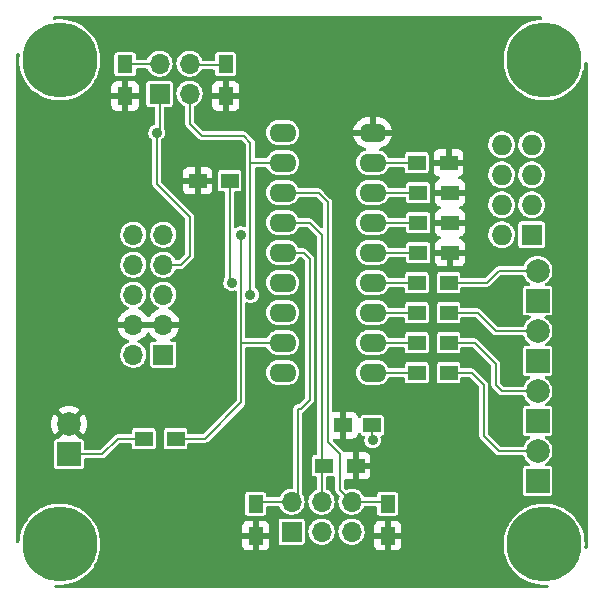
<source format=gtl>
%TF.GenerationSoftware,KiCad,Pcbnew,(6.0.1)*%
%TF.CreationDate,2022-05-17T17:55:12-04:00*%
%TF.ProjectId,I2CIO-8,49324349-4f2d-4382-9e6b-696361645f70,X3*%
%TF.SameCoordinates,Original*%
%TF.FileFunction,Copper,L1,Top*%
%TF.FilePolarity,Positive*%
%FSLAX46Y46*%
G04 Gerber Fmt 4.6, Leading zero omitted, Abs format (unit mm)*
G04 Created by KiCad (PCBNEW (6.0.1)) date 2022-05-17 17:55:12*
%MOMM*%
%LPD*%
G01*
G04 APERTURE LIST*
%TA.AperFunction,SMDPad,CuDef*%
%ADD10R,1.300000X1.500000*%
%TD*%
%TA.AperFunction,SMDPad,CuDef*%
%ADD11R,1.500000X1.300000*%
%TD*%
%TA.AperFunction,ComponentPad*%
%ADD12O,2.300000X1.600000*%
%TD*%
%TA.AperFunction,SMDPad,CuDef*%
%ADD13R,1.500000X1.250000*%
%TD*%
%TA.AperFunction,ComponentPad*%
%ADD14R,1.727200X1.727200*%
%TD*%
%TA.AperFunction,ComponentPad*%
%ADD15O,1.727200X1.727200*%
%TD*%
%TA.AperFunction,ComponentPad*%
%ADD16R,2.000000X2.000000*%
%TD*%
%TA.AperFunction,ComponentPad*%
%ADD17C,2.000000*%
%TD*%
%TA.AperFunction,ComponentPad*%
%ADD18C,6.350000*%
%TD*%
%TA.AperFunction,ComponentPad*%
%ADD19R,1.700000X1.700000*%
%TD*%
%TA.AperFunction,ComponentPad*%
%ADD20O,1.700000X1.700000*%
%TD*%
%TA.AperFunction,ViaPad*%
%ADD21C,0.889000*%
%TD*%
%TA.AperFunction,Conductor*%
%ADD22C,0.203200*%
%TD*%
G04 APERTURE END LIST*
D10*
%TO.P,R12,1*%
%TO.N,VCC*%
X20574000Y-44276000D03*
%TO.P,R12,2*%
%TO.N,/A0*%
X20574000Y-41576000D03*
%TD*%
D11*
%TO.P,R13,1*%
%TO.N,VCC*%
X29036000Y-38354000D03*
%TO.P,R13,2*%
%TO.N,/A1*%
X26336000Y-38354000D03*
%TD*%
D10*
%TO.P,R14,1*%
%TO.N,VCC*%
X31750000Y-44276000D03*
%TO.P,R14,2*%
%TO.N,/A2*%
X31750000Y-41576000D03*
%TD*%
%TO.P,R1,1*%
%TO.N,VCC*%
X9525000Y-7065000D03*
%TO.P,R1,2*%
%TO.N,Net-(R1-Pad2)*%
X9525000Y-4365000D03*
%TD*%
%TO.P,R2,1*%
%TO.N,VCC*%
X18034000Y-7065000D03*
%TO.P,R2,2*%
%TO.N,Net-(R2-Pad2)*%
X18034000Y-4365000D03*
%TD*%
D11*
%TO.P,R11,1*%
%TO.N,Net-(R11-Pad1)*%
X11096000Y-36068000D03*
%TO.P,R11,2*%
%TO.N,/INT*%
X13796000Y-36068000D03*
%TD*%
%TO.P,R3,1*%
%TO.N,/GP7*%
X34210000Y-12700000D03*
%TO.P,R3,2*%
%TO.N,VCC*%
X36910000Y-12700000D03*
%TD*%
%TO.P,R4,1*%
%TO.N,/GP6*%
X34337000Y-15240000D03*
%TO.P,R4,2*%
%TO.N,VCC*%
X37037000Y-15240000D03*
%TD*%
%TO.P,R5,1*%
%TO.N,/GP5*%
X34337000Y-17780000D03*
%TO.P,R5,2*%
%TO.N,VCC*%
X37037000Y-17780000D03*
%TD*%
%TO.P,R6,1*%
%TO.N,/GP4*%
X34337000Y-20320000D03*
%TO.P,R6,2*%
%TO.N,VCC*%
X37037000Y-20320000D03*
%TD*%
%TO.P,R7,1*%
%TO.N,Net-(D3-Pad2)*%
X36910000Y-22860000D03*
%TO.P,R7,2*%
%TO.N,/GP3*%
X34210000Y-22860000D03*
%TD*%
%TO.P,R8,1*%
%TO.N,Net-(D2-Pad2)*%
X36910000Y-25400000D03*
%TO.P,R8,2*%
%TO.N,/GP2*%
X34210000Y-25400000D03*
%TD*%
%TO.P,R9,1*%
%TO.N,Net-(D1-Pad2)*%
X36910000Y-27940000D03*
%TO.P,R9,2*%
%TO.N,/GP1*%
X34210000Y-27940000D03*
%TD*%
%TO.P,R10,1*%
%TO.N,Net-(D0-Pad2)*%
X36910000Y-30480000D03*
%TO.P,R10,2*%
%TO.N,/GP0*%
X34210000Y-30480000D03*
%TD*%
D12*
%TO.P,U1,1,SCL*%
%TO.N,/SCK*%
X22860000Y-10160000D03*
%TO.P,U1,2,SDA*%
%TO.N,/SDA*%
X22860000Y-12700000D03*
%TO.P,U1,3,A2*%
%TO.N,/A2*%
X22860000Y-15240000D03*
%TO.P,U1,4,A1*%
%TO.N,/A1*%
X22860000Y-17780000D03*
%TO.P,U1,5,A0*%
%TO.N,/A0*%
X22860000Y-20320000D03*
%TO.P,U1,6,~{RST}*%
%TO.N,/RST*%
X22860000Y-22860000D03*
%TO.P,U1,7*%
%TO.N,N/C*%
X22860000Y-25400000D03*
%TO.P,U1,8,INT*%
%TO.N,/INT*%
X22860000Y-27940000D03*
%TO.P,U1,9,VSS*%
%TO.N,GND*%
X22860000Y-30480000D03*
%TO.P,U1,10,GP0*%
%TO.N,/GP0*%
X30480000Y-30480000D03*
%TO.P,U1,11,GP1*%
%TO.N,/GP1*%
X30480000Y-27940000D03*
%TO.P,U1,12,GP2*%
%TO.N,/GP2*%
X30480000Y-25400000D03*
%TO.P,U1,13,GP3*%
%TO.N,/GP3*%
X30480000Y-22860000D03*
%TO.P,U1,14,GP4*%
%TO.N,/GP4*%
X30480000Y-20320000D03*
%TO.P,U1,15,GP5*%
%TO.N,/GP5*%
X30480000Y-17780000D03*
%TO.P,U1,16,GP6*%
%TO.N,/GP6*%
X30480000Y-15240000D03*
%TO.P,U1,17,GP7*%
%TO.N,/GP7*%
X30480000Y-12700000D03*
%TO.P,U1,18,VDD*%
%TO.N,VCC*%
X30480000Y-10160000D03*
%TD*%
D11*
%TO.P,R15,1*%
%TO.N,VCC*%
X15668000Y-14224000D03*
%TO.P,R15,2*%
%TO.N,/RST*%
X18368000Y-14224000D03*
%TD*%
D13*
%TO.P,C1,1*%
%TO.N,VCC*%
X27960000Y-34925000D03*
%TO.P,C1,2*%
%TO.N,GND*%
X30460000Y-34925000D03*
%TD*%
D14*
%TO.P,H3,1,P1*%
%TO.N,GND*%
X43942000Y-18796000D03*
D15*
%TO.P,H3,2,P2*%
%TO.N,/GP4*%
X41402000Y-18796000D03*
%TO.P,H3,3,P3*%
%TO.N,GND*%
X43942000Y-16256000D03*
%TO.P,H3,4,P4*%
%TO.N,/GP5*%
X41402000Y-16256000D03*
%TO.P,H3,5,P5*%
%TO.N,GND*%
X43942000Y-13716000D03*
%TO.P,H3,6,P6*%
%TO.N,/GP6*%
X41402000Y-13716000D03*
%TO.P,H3,7,P7*%
%TO.N,GND*%
X43942000Y-11176000D03*
%TO.P,H3,8,P8*%
%TO.N,/GP7*%
X41402000Y-11176000D03*
%TD*%
D16*
%TO.P,D0,1,K*%
%TO.N,GND*%
X44450000Y-39654000D03*
D17*
%TO.P,D0,2,A*%
%TO.N,Net-(D0-Pad2)*%
X44450000Y-37114000D03*
%TD*%
D16*
%TO.P,D1,1,K*%
%TO.N,GND*%
X44450000Y-34574000D03*
D17*
%TO.P,D1,2,A*%
%TO.N,Net-(D1-Pad2)*%
X44450000Y-32034000D03*
%TD*%
D16*
%TO.P,D2,1,K*%
%TO.N,GND*%
X44450000Y-29494000D03*
D17*
%TO.P,D2,2,A*%
%TO.N,Net-(D2-Pad2)*%
X44450000Y-26954000D03*
%TD*%
D16*
%TO.P,D3,1,K*%
%TO.N,GND*%
X44450000Y-24384000D03*
D17*
%TO.P,D3,2,A*%
%TO.N,Net-(D3-Pad2)*%
X44450000Y-21844000D03*
%TD*%
D16*
%TO.P,D9,1,K*%
%TO.N,Net-(R11-Pad1)*%
X4776000Y-37368000D03*
D17*
%TO.P,D9,2,A*%
%TO.N,VCC*%
X4776000Y-34828000D03*
%TD*%
D18*
%TO.P,MTG1,1*%
%TO.N,N/C*%
X45000000Y-45000000D03*
%TD*%
D19*
%TO.P,H1,1,Pin_1*%
%TO.N,/SCK*%
X12441000Y-6863000D03*
D20*
%TO.P,H1,2,Pin_2*%
%TO.N,Net-(R1-Pad2)*%
X12441000Y-4323000D03*
%TO.P,H1,3,Pin_3*%
%TO.N,/SDA*%
X14981000Y-6863000D03*
%TO.P,H1,4,Pin_4*%
%TO.N,Net-(R2-Pad2)*%
X14981000Y-4323000D03*
%TD*%
D19*
%TO.P,J1,1,Pin_1*%
%TO.N,GND*%
X12762000Y-28951000D03*
D20*
%TO.P,J1,2,Pin_2*%
X10222000Y-28951000D03*
%TO.P,J1,3,Pin_3*%
%TO.N,VCC*%
X12762000Y-26411000D03*
%TO.P,J1,4,Pin_4*%
X10222000Y-26411000D03*
%TO.P,J1,5,Pin_5*%
%TO.N,/SDA*%
X12762000Y-23871000D03*
%TO.P,J1,6,Pin_6*%
X10222000Y-23871000D03*
%TO.P,J1,7,Pin_7*%
%TO.N,/SCK*%
X12762000Y-21331000D03*
%TO.P,J1,8,Pin_8*%
X10222000Y-21331000D03*
%TO.P,J1,9,Pin_9*%
%TO.N,/INT*%
X12762000Y-18791000D03*
%TO.P,J1,10,Pin_10*%
X10222000Y-18791000D03*
%TD*%
D19*
%TO.P,H2,1,P1*%
%TO.N,GND*%
X23622000Y-43942000D03*
D20*
%TO.P,H2,2,P2*%
%TO.N,/A0*%
X23622000Y-41402000D03*
%TO.P,H2,3,P3*%
%TO.N,GND*%
X26162000Y-43942000D03*
%TO.P,H2,4,P4*%
%TO.N,/A1*%
X26162000Y-41402000D03*
%TO.P,H2,5,P5*%
%TO.N,GND*%
X28702000Y-43942000D03*
%TO.P,H2,6,P6*%
%TO.N,/A2*%
X28702000Y-41402000D03*
%TD*%
D18*
%TO.P,MTG2,1*%
%TO.N,N/C*%
X4000000Y-4000000D03*
%TD*%
%TO.P,MTG4,1*%
%TO.N,N/C*%
X45000000Y-4000000D03*
%TD*%
%TO.P,MTG3,1*%
%TO.N,N/C*%
X4000000Y-45000000D03*
%TD*%
D21*
%TO.N,/RST*%
X18542000Y-22860000D03*
%TO.N,/SCK*%
X12192000Y-10160000D03*
%TO.N,/SDA*%
X20141211Y-23876000D03*
%TO.N,GND*%
X30480000Y-36195000D03*
%TO.N,/INT*%
X19304000Y-18796000D03*
%TD*%
D22*
%TO.N,/A0*%
X25146000Y-20828000D02*
X25146000Y-32766000D01*
X24130000Y-33528000D02*
X24130000Y-40894000D01*
X20748000Y-41402000D02*
X20574000Y-41576000D01*
X24638000Y-20320000D02*
X25146000Y-20828000D01*
X23622000Y-41402000D02*
X20748000Y-41402000D01*
X22860000Y-20320000D02*
X24638000Y-20320000D01*
X25146000Y-32766000D02*
X24384000Y-33528000D01*
X24130000Y-40894000D02*
X23622000Y-41402000D01*
X24384000Y-33528000D02*
X24130000Y-33528000D01*
%TO.N,/A1*%
X26162000Y-41402000D02*
X26162000Y-18796000D01*
X26162000Y-38782000D02*
X26336000Y-38608000D01*
X25146000Y-17780000D02*
X22860000Y-17780000D01*
X26162000Y-18796000D02*
X25146000Y-17780000D01*
%TO.N,/A2*%
X28702000Y-41402000D02*
X27686000Y-40386000D01*
X31576000Y-41402000D02*
X31750000Y-41576000D01*
X27686000Y-40386000D02*
X27686000Y-37338000D01*
X28702000Y-41402000D02*
X31576000Y-41402000D01*
X26670000Y-36322000D02*
X26670000Y-16002000D01*
X26670000Y-16002000D02*
X25908000Y-15240000D01*
X27686000Y-37338000D02*
X26670000Y-36322000D01*
X25908000Y-15240000D02*
X22860000Y-15240000D01*
%TO.N,/RST*%
X18368000Y-22686000D02*
X18368000Y-14224000D01*
X18542000Y-22860000D02*
X18368000Y-22686000D01*
%TO.N,/SCK*%
X14981000Y-20579000D02*
X14981000Y-17267000D01*
X12192000Y-14478000D02*
X12192000Y-10160000D01*
X14981000Y-17267000D02*
X12192000Y-14478000D01*
X12441000Y-9911000D02*
X12192000Y-10160000D01*
X14229000Y-21331000D02*
X14981000Y-20579000D01*
X12762000Y-21331000D02*
X14229000Y-21331000D01*
X12441000Y-6863000D02*
X12441000Y-9911000D01*
%TO.N,/SDA*%
X20141211Y-23876000D02*
X20141211Y-12624789D01*
X19558000Y-10414000D02*
X20141211Y-10997211D01*
X22860000Y-12700000D02*
X20216422Y-12700000D01*
X20141211Y-10997211D02*
X20141211Y-12624789D01*
X14981000Y-6863000D02*
X14981000Y-9393000D01*
X14981000Y-9393000D02*
X16002000Y-10414000D01*
X20216422Y-12700000D02*
X20141211Y-12624789D01*
X16002000Y-10414000D02*
X19558000Y-10414000D01*
%TO.N,GND*%
X30460000Y-36175000D02*
X30480000Y-36195000D01*
X30460000Y-34925000D02*
X30460000Y-36175000D01*
%TO.N,Net-(R11-Pad1)*%
X11684000Y-36068000D02*
X11096000Y-36068000D01*
X11734000Y-36118000D02*
X11684000Y-36068000D01*
X7590000Y-37368000D02*
X8890000Y-36068000D01*
X4776000Y-37368000D02*
X7590000Y-37368000D01*
X8890000Y-36068000D02*
X11096000Y-36068000D01*
%TO.N,/GP4*%
X30480000Y-20320000D02*
X34337000Y-20320000D01*
%TO.N,/GP5*%
X30480000Y-17780000D02*
X34337000Y-17780000D01*
%TO.N,/GP6*%
X30480000Y-15240000D02*
X34337000Y-15240000D01*
%TO.N,/GP7*%
X30480000Y-12700000D02*
X34210000Y-12700000D01*
%TO.N,/GP3*%
X30480000Y-22860000D02*
X34210000Y-22860000D01*
%TO.N,/GP2*%
X30480000Y-25400000D02*
X34210000Y-25400000D01*
%TO.N,/GP1*%
X30480000Y-27940000D02*
X34210000Y-27940000D01*
%TO.N,Net-(D0-Pad2)*%
X41178000Y-37114000D02*
X44450000Y-37114000D01*
X39878000Y-31496000D02*
X39878000Y-35814000D01*
X36910000Y-30480000D02*
X38862000Y-30480000D01*
X39878000Y-35814000D02*
X41178000Y-37114000D01*
X38862000Y-30480000D02*
X39878000Y-31496000D01*
%TO.N,Net-(D1-Pad2)*%
X40894000Y-31496000D02*
X41432000Y-32034000D01*
X41432000Y-32034000D02*
X44450000Y-32034000D01*
X36910000Y-27940000D02*
X39116000Y-27940000D01*
X40894000Y-29718000D02*
X40894000Y-31496000D01*
X39116000Y-27940000D02*
X40894000Y-29718000D01*
%TO.N,Net-(D2-Pad2)*%
X39370000Y-25400000D02*
X40924000Y-26954000D01*
X36910000Y-25400000D02*
X39370000Y-25400000D01*
X40924000Y-26954000D02*
X44450000Y-26954000D01*
%TO.N,Net-(D3-Pad2)*%
X41148000Y-21844000D02*
X44450000Y-21844000D01*
X40132000Y-22860000D02*
X41148000Y-21844000D01*
X36910000Y-22860000D02*
X40132000Y-22860000D01*
%TO.N,/GP0*%
X30480000Y-30480000D02*
X34210000Y-30480000D01*
%TO.N,/INT*%
X19341611Y-32982389D02*
X19341611Y-18833611D01*
X19304000Y-18796000D02*
X19341611Y-18833611D01*
X22860000Y-27940000D02*
X19379222Y-27940000D01*
X16256000Y-36068000D02*
X19341611Y-32982389D01*
X13796000Y-36068000D02*
X16256000Y-36068000D01*
X19379222Y-27940000D02*
X19341611Y-27977611D01*
%TO.N,Net-(R1-Pad2)*%
X11985000Y-4365000D02*
X12065000Y-4445000D01*
X9525000Y-4365000D02*
X11985000Y-4365000D01*
%TO.N,Net-(R2-Pad2)*%
X17700000Y-4445000D02*
X17780000Y-4365000D01*
X15240000Y-4445000D02*
X17700000Y-4445000D01*
%TD*%
%TA.AperFunction,Conductor*%
%TO.N,VCC*%
G36*
X44719931Y-274002D02*
G01*
X44740905Y-290905D01*
X44814494Y-364494D01*
X44848520Y-426806D01*
X44843455Y-497621D01*
X44800908Y-554457D01*
X44738789Y-578876D01*
X44643529Y-589056D01*
X44454265Y-609282D01*
X44454257Y-609283D01*
X44450882Y-609644D01*
X44087938Y-688779D01*
X43735663Y-806648D01*
X43398178Y-961874D01*
X43079431Y-1152640D01*
X42783152Y-1376714D01*
X42512805Y-1631476D01*
X42510593Y-1634066D01*
X42510592Y-1634067D01*
X42273778Y-1911341D01*
X42271554Y-1913945D01*
X42062220Y-2220817D01*
X41887252Y-2548502D01*
X41885977Y-2551674D01*
X41885975Y-2551678D01*
X41880030Y-2566468D01*
X41748698Y-2893167D01*
X41690396Y-3100584D01*
X41656557Y-3220971D01*
X41648178Y-3250779D01*
X41647616Y-3254136D01*
X41647616Y-3254137D01*
X41591423Y-3589933D01*
X41586867Y-3617156D01*
X41565484Y-3988011D01*
X41565656Y-3991406D01*
X41565656Y-3991407D01*
X41580983Y-4293964D01*
X41584278Y-4359007D01*
X41584815Y-4362362D01*
X41584816Y-4362368D01*
X41619987Y-4581945D01*
X41643029Y-4725803D01*
X41741050Y-5084108D01*
X41796399Y-5224620D01*
X41874442Y-5422742D01*
X41877195Y-5429732D01*
X42049870Y-5758630D01*
X42051771Y-5761459D01*
X42051777Y-5761469D01*
X42203956Y-5987934D01*
X42257057Y-6066956D01*
X42496330Y-6351102D01*
X42498790Y-6353453D01*
X42498793Y-6353456D01*
X42762429Y-6605392D01*
X42762436Y-6605398D01*
X42764892Y-6607745D01*
X43059600Y-6833883D01*
X43062518Y-6835657D01*
X43374092Y-7025097D01*
X43374097Y-7025100D01*
X43377007Y-7026869D01*
X43380095Y-7028315D01*
X43380094Y-7028315D01*
X43710316Y-7183003D01*
X43710326Y-7183007D01*
X43713400Y-7184447D01*
X43716618Y-7185549D01*
X43716621Y-7185550D01*
X44061620Y-7303670D01*
X44061628Y-7303672D01*
X44064843Y-7304773D01*
X44427227Y-7386440D01*
X44478238Y-7392252D01*
X44792927Y-7428107D01*
X44792935Y-7428107D01*
X44796310Y-7428492D01*
X44799714Y-7428510D01*
X44799717Y-7428510D01*
X45001764Y-7429568D01*
X45167776Y-7430437D01*
X45171162Y-7430087D01*
X45171164Y-7430087D01*
X45533888Y-7392603D01*
X45533896Y-7392602D01*
X45537280Y-7392252D01*
X45540613Y-7391537D01*
X45540616Y-7391537D01*
X45719579Y-7353171D01*
X45900498Y-7314385D01*
X46253183Y-7197746D01*
X46256267Y-7196340D01*
X46256276Y-7196337D01*
X46588100Y-7045115D01*
X46588101Y-7045115D01*
X46591207Y-7043699D01*
X46797767Y-6921053D01*
X46907673Y-6855796D01*
X46907678Y-6855793D01*
X46910618Y-6854047D01*
X46929687Y-6839730D01*
X47204945Y-6633060D01*
X47207678Y-6631008D01*
X47478912Y-6377191D01*
X47721148Y-6095566D01*
X47853234Y-5903380D01*
X47929622Y-5792236D01*
X47929627Y-5792228D01*
X47931552Y-5789427D01*
X47933164Y-5786433D01*
X47933169Y-5786425D01*
X48106040Y-5465367D01*
X48107662Y-5462355D01*
X48247419Y-5118176D01*
X48249455Y-5111031D01*
X48315944Y-4877616D01*
X48349187Y-4760917D01*
X48380756Y-4576231D01*
X48411204Y-4398103D01*
X48411204Y-4398101D01*
X48411776Y-4394756D01*
X48412390Y-4384727D01*
X48419656Y-4265919D01*
X48443779Y-4199146D01*
X48500173Y-4156016D01*
X48570933Y-4150221D01*
X48634516Y-4184516D01*
X48709095Y-4259095D01*
X48743121Y-4321407D01*
X48746000Y-4348190D01*
X48746000Y-44962575D01*
X48743579Y-44987153D01*
X48741024Y-45000000D01*
X48743444Y-45012170D01*
X48743444Y-45024581D01*
X48743440Y-45024581D01*
X48744251Y-45035584D01*
X48736295Y-45197545D01*
X48712975Y-45264602D01*
X48699542Y-45280458D01*
X48635638Y-45344362D01*
X48573326Y-45378388D01*
X48502511Y-45373323D01*
X48445675Y-45330776D01*
X48420864Y-45264256D01*
X48420778Y-45247575D01*
X48433075Y-45046500D01*
X48434453Y-45023977D01*
X48434537Y-45000000D01*
X48414448Y-44629072D01*
X48354417Y-44262484D01*
X48255146Y-43904522D01*
X48253888Y-43901360D01*
X48253885Y-43901352D01*
X48119054Y-43562540D01*
X48117795Y-43559376D01*
X47998111Y-43333332D01*
X47945568Y-43234095D01*
X47945566Y-43234092D01*
X47943973Y-43231083D01*
X47735711Y-42923482D01*
X47495448Y-42640173D01*
X47225992Y-42384469D01*
X46930496Y-42159361D01*
X46927584Y-42157604D01*
X46927579Y-42157601D01*
X46615332Y-41969242D01*
X46615326Y-41969239D01*
X46612417Y-41967484D01*
X46354359Y-41847697D01*
X46278573Y-41812518D01*
X46278571Y-41812517D01*
X46275477Y-41811081D01*
X46099546Y-41751532D01*
X45926842Y-41693075D01*
X45926837Y-41693074D01*
X45923615Y-41691983D01*
X45920293Y-41691247D01*
X45920284Y-41691244D01*
X45564279Y-41612319D01*
X45564275Y-41612318D01*
X45560949Y-41611581D01*
X45409770Y-41594891D01*
X45195103Y-41571191D01*
X45195096Y-41571191D01*
X45191721Y-41570818D01*
X45188322Y-41570812D01*
X45188321Y-41570812D01*
X45012647Y-41570506D01*
X44820250Y-41570170D01*
X44682085Y-41584936D01*
X44454266Y-41609282D01*
X44454260Y-41609283D01*
X44450882Y-41609644D01*
X44087938Y-41688779D01*
X43735663Y-41806648D01*
X43732570Y-41808070D01*
X43732569Y-41808071D01*
X43646425Y-41847693D01*
X43398178Y-41961874D01*
X43079431Y-42152640D01*
X42783152Y-42376714D01*
X42512805Y-42631476D01*
X42510593Y-42634066D01*
X42510592Y-42634067D01*
X42301873Y-42878446D01*
X42271554Y-42913945D01*
X42062220Y-43220817D01*
X41999720Y-43337869D01*
X41889396Y-43544487D01*
X41887252Y-43548502D01*
X41885977Y-43551674D01*
X41885975Y-43551678D01*
X41882881Y-43559376D01*
X41748698Y-43893167D01*
X41712485Y-44022000D01*
X41662186Y-44200945D01*
X41648178Y-44250779D01*
X41647616Y-44254136D01*
X41647616Y-44254137D01*
X41598421Y-44548115D01*
X41586867Y-44617156D01*
X41565484Y-44988011D01*
X41584278Y-45359007D01*
X41584815Y-45362362D01*
X41584816Y-45362368D01*
X41610137Y-45520452D01*
X41643029Y-45725803D01*
X41741050Y-46084108D01*
X41877195Y-46429732D01*
X42049870Y-46758630D01*
X42051771Y-46761459D01*
X42051777Y-46761469D01*
X42243207Y-47046345D01*
X42257057Y-47066956D01*
X42496330Y-47351102D01*
X42498790Y-47353453D01*
X42498793Y-47353456D01*
X42762429Y-47605392D01*
X42762436Y-47605398D01*
X42764892Y-47607745D01*
X43059600Y-47833883D01*
X43062518Y-47835657D01*
X43374092Y-48025097D01*
X43374097Y-48025100D01*
X43377007Y-48026869D01*
X43380095Y-48028315D01*
X43380094Y-48028315D01*
X43710316Y-48183003D01*
X43710326Y-48183007D01*
X43713400Y-48184447D01*
X43716618Y-48185549D01*
X43716621Y-48185550D01*
X44061620Y-48303670D01*
X44061628Y-48303672D01*
X44064843Y-48304773D01*
X44427227Y-48386440D01*
X44478238Y-48392252D01*
X44792927Y-48428107D01*
X44792935Y-48428107D01*
X44796310Y-48428492D01*
X44799714Y-48428510D01*
X44799717Y-48428510D01*
X45001764Y-48429568D01*
X45167776Y-48430437D01*
X45171162Y-48430087D01*
X45171164Y-48430087D01*
X45240615Y-48422910D01*
X45310431Y-48435804D01*
X45362193Y-48484397D01*
X45379467Y-48553260D01*
X45356769Y-48620530D01*
X45342662Y-48637338D01*
X45280458Y-48699542D01*
X45218146Y-48733568D01*
X45197545Y-48736295D01*
X45035584Y-48744251D01*
X45024581Y-48743440D01*
X45024581Y-48743444D01*
X45012170Y-48743444D01*
X45000000Y-48741024D01*
X44987153Y-48743579D01*
X44962575Y-48746000D01*
X4037425Y-48746000D01*
X4012847Y-48743579D01*
X4000000Y-48741024D01*
X3987830Y-48743444D01*
X3975419Y-48743444D01*
X3975419Y-48743440D01*
X3964416Y-48744251D01*
X3875076Y-48739863D01*
X3722497Y-48732367D01*
X3655443Y-48709048D01*
X3633021Y-48688524D01*
X3577049Y-48623224D01*
X3547904Y-48558485D01*
X3558386Y-48488267D01*
X3605167Y-48434862D01*
X3673394Y-48415227D01*
X3686974Y-48416035D01*
X3731974Y-48421162D01*
X3792927Y-48428107D01*
X3792935Y-48428107D01*
X3796310Y-48428492D01*
X3799714Y-48428510D01*
X3799717Y-48428510D01*
X4001764Y-48429568D01*
X4167776Y-48430437D01*
X4171162Y-48430087D01*
X4171164Y-48430087D01*
X4533888Y-48392603D01*
X4533896Y-48392602D01*
X4537280Y-48392252D01*
X4540613Y-48391537D01*
X4540616Y-48391537D01*
X4719579Y-48353171D01*
X4900498Y-48314385D01*
X5253183Y-48197746D01*
X5256267Y-48196340D01*
X5256276Y-48196337D01*
X5588100Y-48045115D01*
X5588101Y-48045115D01*
X5591207Y-48043699D01*
X5689906Y-47985096D01*
X5907673Y-47855796D01*
X5907678Y-47855793D01*
X5910618Y-47854047D01*
X6207678Y-47631008D01*
X6478912Y-47377191D01*
X6721148Y-47095566D01*
X6856797Y-46898196D01*
X6929622Y-46792236D01*
X6929627Y-46792228D01*
X6931552Y-46789427D01*
X6933164Y-46786433D01*
X6933169Y-46786425D01*
X7106040Y-46465367D01*
X7107662Y-46462355D01*
X7247419Y-46118176D01*
X7349187Y-45760917D01*
X7411776Y-45394756D01*
X7412574Y-45381724D01*
X7431597Y-45070669D01*
X19416001Y-45070669D01*
X19416371Y-45077490D01*
X19421895Y-45128352D01*
X19425521Y-45143604D01*
X19470676Y-45264054D01*
X19479214Y-45279649D01*
X19555715Y-45381724D01*
X19568276Y-45394285D01*
X19670351Y-45470786D01*
X19685946Y-45479324D01*
X19806394Y-45524478D01*
X19821649Y-45528105D01*
X19872514Y-45533631D01*
X19879328Y-45534000D01*
X20301885Y-45534000D01*
X20317124Y-45529525D01*
X20318329Y-45528135D01*
X20320000Y-45520452D01*
X20320000Y-45515884D01*
X20828000Y-45515884D01*
X20832475Y-45531123D01*
X20833865Y-45532328D01*
X20841548Y-45533999D01*
X21268669Y-45533999D01*
X21275490Y-45533629D01*
X21326352Y-45528105D01*
X21341604Y-45524479D01*
X21462054Y-45479324D01*
X21477649Y-45470786D01*
X21579724Y-45394285D01*
X21592285Y-45381724D01*
X21668786Y-45279649D01*
X21677324Y-45264054D01*
X21722478Y-45143606D01*
X21726105Y-45128351D01*
X21731631Y-45077486D01*
X21732000Y-45070672D01*
X21732000Y-45070669D01*
X30592001Y-45070669D01*
X30592371Y-45077490D01*
X30597895Y-45128352D01*
X30601521Y-45143604D01*
X30646676Y-45264054D01*
X30655214Y-45279649D01*
X30731715Y-45381724D01*
X30744276Y-45394285D01*
X30846351Y-45470786D01*
X30861946Y-45479324D01*
X30982394Y-45524478D01*
X30997649Y-45528105D01*
X31048514Y-45533631D01*
X31055328Y-45534000D01*
X31477885Y-45534000D01*
X31493124Y-45529525D01*
X31494329Y-45528135D01*
X31496000Y-45520452D01*
X31496000Y-45515884D01*
X32004000Y-45515884D01*
X32008475Y-45531123D01*
X32009865Y-45532328D01*
X32017548Y-45533999D01*
X32444669Y-45533999D01*
X32451490Y-45533629D01*
X32502352Y-45528105D01*
X32517604Y-45524479D01*
X32638054Y-45479324D01*
X32653649Y-45470786D01*
X32755724Y-45394285D01*
X32768285Y-45381724D01*
X32844786Y-45279649D01*
X32853324Y-45264054D01*
X32898478Y-45143606D01*
X32902105Y-45128351D01*
X32907631Y-45077486D01*
X32908000Y-45070672D01*
X32908000Y-44548115D01*
X32903525Y-44532876D01*
X32902135Y-44531671D01*
X32894452Y-44530000D01*
X32022115Y-44530000D01*
X32006876Y-44534475D01*
X32005671Y-44535865D01*
X32004000Y-44543548D01*
X32004000Y-45515884D01*
X31496000Y-45515884D01*
X31496000Y-44548115D01*
X31491525Y-44532876D01*
X31490135Y-44531671D01*
X31482452Y-44530000D01*
X30610116Y-44530000D01*
X30594877Y-44534475D01*
X30593672Y-44535865D01*
X30592001Y-44543548D01*
X30592001Y-45070669D01*
X21732000Y-45070669D01*
X21732000Y-44548115D01*
X21727525Y-44532876D01*
X21726135Y-44531671D01*
X21718452Y-44530000D01*
X20846115Y-44530000D01*
X20830876Y-44534475D01*
X20829671Y-44535865D01*
X20828000Y-44543548D01*
X20828000Y-45515884D01*
X20320000Y-45515884D01*
X20320000Y-44548115D01*
X20315525Y-44532876D01*
X20314135Y-44531671D01*
X20306452Y-44530000D01*
X19434116Y-44530000D01*
X19418877Y-44534475D01*
X19417672Y-44535865D01*
X19416001Y-44543548D01*
X19416001Y-45070669D01*
X7431597Y-45070669D01*
X7433075Y-45046500D01*
X7434453Y-45023977D01*
X7434537Y-45000000D01*
X7414448Y-44629072D01*
X7354417Y-44262484D01*
X7282702Y-44003885D01*
X19416000Y-44003885D01*
X19420475Y-44019124D01*
X19421865Y-44020329D01*
X19429548Y-44022000D01*
X20301885Y-44022000D01*
X20317124Y-44017525D01*
X20318329Y-44016135D01*
X20320000Y-44008452D01*
X20320000Y-44003885D01*
X20828000Y-44003885D01*
X20832475Y-44019124D01*
X20833865Y-44020329D01*
X20841548Y-44022000D01*
X21713884Y-44022000D01*
X21729123Y-44017525D01*
X21730328Y-44016135D01*
X21731999Y-44008452D01*
X21731999Y-43481331D01*
X21731629Y-43474510D01*
X21726105Y-43423648D01*
X21722479Y-43408396D01*
X21677324Y-43287946D01*
X21668786Y-43272351D01*
X21592285Y-43170276D01*
X21579724Y-43157715D01*
X21477649Y-43081214D01*
X21462054Y-43072676D01*
X21446735Y-43066933D01*
X22517500Y-43066933D01*
X22517501Y-44817066D01*
X22532266Y-44891301D01*
X22539161Y-44901620D01*
X22539162Y-44901622D01*
X22579516Y-44962015D01*
X22588516Y-44975484D01*
X22672699Y-45031734D01*
X22746933Y-45046500D01*
X23621858Y-45046500D01*
X24497066Y-45046499D01*
X24532818Y-45039388D01*
X24559126Y-45034156D01*
X24559128Y-45034155D01*
X24571301Y-45031734D01*
X24581621Y-45024839D01*
X24581622Y-45024838D01*
X24645168Y-44982377D01*
X24655484Y-44975484D01*
X24711734Y-44891301D01*
X24726500Y-44817067D01*
X24726499Y-43912964D01*
X25053148Y-43912964D01*
X25066424Y-44115522D01*
X25067845Y-44121118D01*
X25067846Y-44121123D01*
X25088119Y-44200945D01*
X25116392Y-44312269D01*
X25118809Y-44317512D01*
X25156010Y-44398208D01*
X25201377Y-44496616D01*
X25204710Y-44501332D01*
X25292610Y-44625708D01*
X25318533Y-44662389D01*
X25463938Y-44804035D01*
X25632720Y-44916812D01*
X25638023Y-44919090D01*
X25638026Y-44919092D01*
X25798440Y-44988011D01*
X25819228Y-44996942D01*
X25892244Y-45013464D01*
X26011579Y-45040467D01*
X26011584Y-45040468D01*
X26017216Y-45041742D01*
X26022987Y-45041969D01*
X26022989Y-45041969D01*
X26082756Y-45044317D01*
X26220053Y-45049712D01*
X26327348Y-45034155D01*
X26415231Y-45021413D01*
X26415236Y-45021412D01*
X26420945Y-45020584D01*
X26426409Y-45018729D01*
X26426414Y-45018728D01*
X26607693Y-44957192D01*
X26607698Y-44957190D01*
X26613165Y-44955334D01*
X26790276Y-44856147D01*
X26829969Y-44823135D01*
X26941913Y-44730031D01*
X26946345Y-44726345D01*
X27027247Y-44629072D01*
X27072453Y-44574718D01*
X27072455Y-44574715D01*
X27076147Y-44570276D01*
X27175334Y-44393165D01*
X27177190Y-44387698D01*
X27177192Y-44387693D01*
X27238728Y-44206414D01*
X27238729Y-44206409D01*
X27240584Y-44200945D01*
X27241412Y-44195236D01*
X27241413Y-44195231D01*
X27266947Y-44019124D01*
X27269712Y-44000053D01*
X27271232Y-43942000D01*
X27268564Y-43912964D01*
X27593148Y-43912964D01*
X27606424Y-44115522D01*
X27607845Y-44121118D01*
X27607846Y-44121123D01*
X27628119Y-44200945D01*
X27656392Y-44312269D01*
X27658809Y-44317512D01*
X27696010Y-44398208D01*
X27741377Y-44496616D01*
X27744710Y-44501332D01*
X27832610Y-44625708D01*
X27858533Y-44662389D01*
X28003938Y-44804035D01*
X28172720Y-44916812D01*
X28178023Y-44919090D01*
X28178026Y-44919092D01*
X28338440Y-44988011D01*
X28359228Y-44996942D01*
X28432244Y-45013464D01*
X28551579Y-45040467D01*
X28551584Y-45040468D01*
X28557216Y-45041742D01*
X28562987Y-45041969D01*
X28562989Y-45041969D01*
X28622756Y-45044317D01*
X28760053Y-45049712D01*
X28867348Y-45034155D01*
X28955231Y-45021413D01*
X28955236Y-45021412D01*
X28960945Y-45020584D01*
X28966409Y-45018729D01*
X28966414Y-45018728D01*
X29147693Y-44957192D01*
X29147698Y-44957190D01*
X29153165Y-44955334D01*
X29330276Y-44856147D01*
X29369969Y-44823135D01*
X29481913Y-44730031D01*
X29486345Y-44726345D01*
X29567247Y-44629072D01*
X29612453Y-44574718D01*
X29612455Y-44574715D01*
X29616147Y-44570276D01*
X29715334Y-44393165D01*
X29717190Y-44387698D01*
X29717192Y-44387693D01*
X29778728Y-44206414D01*
X29778729Y-44206409D01*
X29780584Y-44200945D01*
X29781412Y-44195236D01*
X29781413Y-44195231D01*
X29806947Y-44019124D01*
X29809156Y-44003885D01*
X30592000Y-44003885D01*
X30596475Y-44019124D01*
X30597865Y-44020329D01*
X30605548Y-44022000D01*
X31477885Y-44022000D01*
X31493124Y-44017525D01*
X31494329Y-44016135D01*
X31496000Y-44008452D01*
X31496000Y-44003885D01*
X32004000Y-44003885D01*
X32008475Y-44019124D01*
X32009865Y-44020329D01*
X32017548Y-44022000D01*
X32889884Y-44022000D01*
X32905123Y-44017525D01*
X32906328Y-44016135D01*
X32907999Y-44008452D01*
X32907999Y-43481331D01*
X32907629Y-43474510D01*
X32902105Y-43423648D01*
X32898479Y-43408396D01*
X32853324Y-43287946D01*
X32844786Y-43272351D01*
X32768285Y-43170276D01*
X32755724Y-43157715D01*
X32653649Y-43081214D01*
X32638054Y-43072676D01*
X32517606Y-43027522D01*
X32502351Y-43023895D01*
X32451486Y-43018369D01*
X32444672Y-43018000D01*
X32022115Y-43018000D01*
X32006876Y-43022475D01*
X32005671Y-43023865D01*
X32004000Y-43031548D01*
X32004000Y-44003885D01*
X31496000Y-44003885D01*
X31496000Y-43036116D01*
X31491525Y-43020877D01*
X31490135Y-43019672D01*
X31482452Y-43018001D01*
X31055331Y-43018001D01*
X31048510Y-43018371D01*
X30997648Y-43023895D01*
X30982396Y-43027521D01*
X30861946Y-43072676D01*
X30846351Y-43081214D01*
X30744276Y-43157715D01*
X30731715Y-43170276D01*
X30655214Y-43272351D01*
X30646676Y-43287946D01*
X30601522Y-43408394D01*
X30597895Y-43423649D01*
X30592369Y-43474514D01*
X30592000Y-43481328D01*
X30592000Y-44003885D01*
X29809156Y-44003885D01*
X29809712Y-44000053D01*
X29811232Y-43942000D01*
X29792658Y-43739859D01*
X29791090Y-43734299D01*
X29739125Y-43550046D01*
X29739124Y-43550044D01*
X29737557Y-43544487D01*
X29726978Y-43523033D01*
X29650331Y-43367609D01*
X29647776Y-43362428D01*
X29526320Y-43199779D01*
X29377258Y-43061987D01*
X29372375Y-43058906D01*
X29372371Y-43058903D01*
X29210464Y-42956748D01*
X29205581Y-42953667D01*
X29017039Y-42878446D01*
X29011379Y-42877320D01*
X29011375Y-42877319D01*
X28823613Y-42839971D01*
X28823610Y-42839971D01*
X28817946Y-42838844D01*
X28812171Y-42838768D01*
X28812167Y-42838768D01*
X28710793Y-42837441D01*
X28614971Y-42836187D01*
X28609274Y-42837166D01*
X28609273Y-42837166D01*
X28521397Y-42852266D01*
X28414910Y-42870564D01*
X28224463Y-42940824D01*
X28050010Y-43044612D01*
X28045670Y-43048418D01*
X28045666Y-43048421D01*
X27921041Y-43157715D01*
X27897392Y-43178455D01*
X27771720Y-43337869D01*
X27769031Y-43342980D01*
X27769029Y-43342983D01*
X27756073Y-43367609D01*
X27677203Y-43517515D01*
X27617007Y-43711378D01*
X27593148Y-43912964D01*
X27268564Y-43912964D01*
X27252658Y-43739859D01*
X27251090Y-43734299D01*
X27199125Y-43550046D01*
X27199124Y-43550044D01*
X27197557Y-43544487D01*
X27186978Y-43523033D01*
X27110331Y-43367609D01*
X27107776Y-43362428D01*
X26986320Y-43199779D01*
X26837258Y-43061987D01*
X26832375Y-43058906D01*
X26832371Y-43058903D01*
X26670464Y-42956748D01*
X26665581Y-42953667D01*
X26477039Y-42878446D01*
X26471379Y-42877320D01*
X26471375Y-42877319D01*
X26283613Y-42839971D01*
X26283610Y-42839971D01*
X26277946Y-42838844D01*
X26272171Y-42838768D01*
X26272167Y-42838768D01*
X26170793Y-42837441D01*
X26074971Y-42836187D01*
X26069274Y-42837166D01*
X26069273Y-42837166D01*
X25981397Y-42852266D01*
X25874910Y-42870564D01*
X25684463Y-42940824D01*
X25510010Y-43044612D01*
X25505670Y-43048418D01*
X25505666Y-43048421D01*
X25381041Y-43157715D01*
X25357392Y-43178455D01*
X25231720Y-43337869D01*
X25229031Y-43342980D01*
X25229029Y-43342983D01*
X25216073Y-43367609D01*
X25137203Y-43517515D01*
X25077007Y-43711378D01*
X25053148Y-43912964D01*
X24726499Y-43912964D01*
X24726499Y-43066934D01*
X24717656Y-43022475D01*
X24714156Y-43004874D01*
X24714155Y-43004872D01*
X24711734Y-42992699D01*
X24685654Y-42953667D01*
X24662377Y-42918832D01*
X24655484Y-42908516D01*
X24571301Y-42852266D01*
X24497067Y-42837500D01*
X23622142Y-42837500D01*
X22746934Y-42837501D01*
X22711182Y-42844612D01*
X22684874Y-42849844D01*
X22684872Y-42849845D01*
X22672699Y-42852266D01*
X22662379Y-42859161D01*
X22662378Y-42859162D01*
X22601985Y-42899516D01*
X22588516Y-42908516D01*
X22532266Y-42992699D01*
X22517500Y-43066933D01*
X21446735Y-43066933D01*
X21341606Y-43027522D01*
X21326351Y-43023895D01*
X21275486Y-43018369D01*
X21268672Y-43018000D01*
X20846115Y-43018000D01*
X20830876Y-43022475D01*
X20829671Y-43023865D01*
X20828000Y-43031548D01*
X20828000Y-44003885D01*
X20320000Y-44003885D01*
X20320000Y-43036116D01*
X20315525Y-43020877D01*
X20314135Y-43019672D01*
X20306452Y-43018001D01*
X19879331Y-43018001D01*
X19872510Y-43018371D01*
X19821648Y-43023895D01*
X19806396Y-43027521D01*
X19685946Y-43072676D01*
X19670351Y-43081214D01*
X19568276Y-43157715D01*
X19555715Y-43170276D01*
X19479214Y-43272351D01*
X19470676Y-43287946D01*
X19425522Y-43408394D01*
X19421895Y-43423649D01*
X19416369Y-43474514D01*
X19416000Y-43481328D01*
X19416000Y-44003885D01*
X7282702Y-44003885D01*
X7255146Y-43904522D01*
X7253888Y-43901360D01*
X7253885Y-43901352D01*
X7119054Y-43562540D01*
X7117795Y-43559376D01*
X6998111Y-43333332D01*
X6945568Y-43234095D01*
X6945566Y-43234092D01*
X6943973Y-43231083D01*
X6735711Y-42923482D01*
X6495448Y-42640173D01*
X6225992Y-42384469D01*
X5930496Y-42159361D01*
X5927584Y-42157604D01*
X5927579Y-42157601D01*
X5615332Y-41969242D01*
X5615326Y-41969239D01*
X5612417Y-41967484D01*
X5354359Y-41847697D01*
X5278573Y-41812518D01*
X5278571Y-41812517D01*
X5275477Y-41811081D01*
X5099546Y-41751532D01*
X4926842Y-41693075D01*
X4926837Y-41693074D01*
X4923615Y-41691983D01*
X4920293Y-41691247D01*
X4920284Y-41691244D01*
X4564279Y-41612319D01*
X4564275Y-41612318D01*
X4560949Y-41611581D01*
X4409770Y-41594891D01*
X4195103Y-41571191D01*
X4195096Y-41571191D01*
X4191721Y-41570818D01*
X4188322Y-41570812D01*
X4188321Y-41570812D01*
X4012647Y-41570506D01*
X3820250Y-41570170D01*
X3682085Y-41584936D01*
X3454266Y-41609282D01*
X3454260Y-41609283D01*
X3450882Y-41609644D01*
X3087938Y-41688779D01*
X2735663Y-41806648D01*
X2732570Y-41808070D01*
X2732569Y-41808071D01*
X2646425Y-41847693D01*
X2398178Y-41961874D01*
X2079431Y-42152640D01*
X1783152Y-42376714D01*
X1512805Y-42631476D01*
X1510593Y-42634066D01*
X1510592Y-42634067D01*
X1301873Y-42878446D01*
X1271554Y-42913945D01*
X1062220Y-43220817D01*
X999720Y-43337869D01*
X889396Y-43544487D01*
X887252Y-43548502D01*
X885977Y-43551674D01*
X885975Y-43551678D01*
X882881Y-43559376D01*
X748698Y-43893167D01*
X712485Y-44022000D01*
X662186Y-44200945D01*
X648178Y-44250779D01*
X647616Y-44254136D01*
X647616Y-44254137D01*
X598421Y-44548115D01*
X586867Y-44617156D01*
X586671Y-44620563D01*
X576904Y-44789942D01*
X553014Y-44856799D01*
X496771Y-44900126D01*
X426032Y-44906167D01*
X363256Y-44873006D01*
X355456Y-44864698D01*
X284333Y-44781722D01*
X255188Y-44716984D01*
X254000Y-44699723D01*
X254000Y-40800933D01*
X19669500Y-40800933D01*
X19669501Y-42351066D01*
X19674193Y-42374655D01*
X19681722Y-42412510D01*
X19684266Y-42425301D01*
X19691161Y-42435620D01*
X19691162Y-42435622D01*
X19705408Y-42456942D01*
X19740516Y-42509484D01*
X19824699Y-42565734D01*
X19898933Y-42580500D01*
X20573890Y-42580500D01*
X21249066Y-42580499D01*
X21284818Y-42573388D01*
X21311126Y-42568156D01*
X21311128Y-42568155D01*
X21323301Y-42565734D01*
X21333621Y-42558839D01*
X21333622Y-42558838D01*
X21397168Y-42516377D01*
X21407484Y-42509484D01*
X21463734Y-42425301D01*
X21478500Y-42351067D01*
X21478500Y-41884100D01*
X21498502Y-41815979D01*
X21552158Y-41769486D01*
X21604500Y-41758100D01*
X22489202Y-41758100D01*
X22557323Y-41778102D01*
X22603628Y-41831349D01*
X22616010Y-41858208D01*
X22661377Y-41956616D01*
X22778533Y-42122389D01*
X22923938Y-42264035D01*
X23092720Y-42376812D01*
X23098023Y-42379090D01*
X23098026Y-42379092D01*
X23229604Y-42435622D01*
X23279228Y-42456942D01*
X23352244Y-42473464D01*
X23471579Y-42500467D01*
X23471584Y-42500468D01*
X23477216Y-42501742D01*
X23482987Y-42501969D01*
X23482989Y-42501969D01*
X23542756Y-42504317D01*
X23680053Y-42509712D01*
X23780499Y-42495148D01*
X23875231Y-42481413D01*
X23875236Y-42481412D01*
X23880945Y-42480584D01*
X23886409Y-42478729D01*
X23886414Y-42478728D01*
X24067693Y-42417192D01*
X24067698Y-42417190D01*
X24073165Y-42415334D01*
X24250276Y-42316147D01*
X24312934Y-42264035D01*
X24401913Y-42190031D01*
X24406345Y-42186345D01*
X24536147Y-42030276D01*
X24635334Y-41853165D01*
X24637190Y-41847697D01*
X24637192Y-41847693D01*
X24698728Y-41666414D01*
X24698729Y-41666409D01*
X24700584Y-41660945D01*
X24701412Y-41655236D01*
X24701413Y-41655231D01*
X24729179Y-41463727D01*
X24729712Y-41460053D01*
X24731232Y-41402000D01*
X24712658Y-41199859D01*
X24711090Y-41194299D01*
X24659125Y-41010046D01*
X24659124Y-41010044D01*
X24657557Y-41004487D01*
X24646978Y-40983033D01*
X24570331Y-40827609D01*
X24570330Y-40827608D01*
X24567776Y-40822428D01*
X24556347Y-40807122D01*
X24511142Y-40746586D01*
X24486410Y-40680036D01*
X24486100Y-40671197D01*
X24486100Y-33953298D01*
X24506102Y-33885177D01*
X24557555Y-33839716D01*
X24591590Y-33823372D01*
X24595600Y-33820001D01*
X24597538Y-33818063D01*
X24599189Y-33816548D01*
X24599599Y-33816327D01*
X24599637Y-33816369D01*
X24599820Y-33816208D01*
X24605274Y-33813265D01*
X24639532Y-33776205D01*
X24642962Y-33772639D01*
X25361433Y-33054168D01*
X25377129Y-33041491D01*
X25380225Y-33038674D01*
X25388974Y-33033025D01*
X25408207Y-33008628D01*
X25411785Y-33004601D01*
X25411687Y-33004518D01*
X25415042Y-33000559D01*
X25418720Y-32996881D01*
X25421739Y-32992657D01*
X25421747Y-32992647D01*
X25429136Y-32982306D01*
X25432701Y-32977557D01*
X25455919Y-32948105D01*
X25462368Y-32939925D01*
X25465214Y-32931820D01*
X25470210Y-32924829D01*
X25483934Y-32878938D01*
X25485768Y-32873293D01*
X25499021Y-32835553D01*
X25499022Y-32835550D01*
X25501648Y-32828071D01*
X25502100Y-32822852D01*
X25502100Y-32820141D01*
X25502198Y-32817864D01*
X25502333Y-32817415D01*
X25502387Y-32817417D01*
X25502402Y-32817184D01*
X25504177Y-32811248D01*
X25502197Y-32760850D01*
X25502100Y-32755904D01*
X25502100Y-20879422D01*
X25504232Y-20859389D01*
X25504430Y-20855191D01*
X25506623Y-20845006D01*
X25502973Y-20814167D01*
X25502656Y-20808785D01*
X25502528Y-20808796D01*
X25502100Y-20803618D01*
X25502100Y-20798416D01*
X25499158Y-20780739D01*
X25498323Y-20774867D01*
X25493915Y-20737625D01*
X25493913Y-20737618D01*
X25492689Y-20727277D01*
X25488971Y-20719534D01*
X25487560Y-20711058D01*
X25464798Y-20668874D01*
X25462117Y-20663611D01*
X25444804Y-20627556D01*
X25444803Y-20627555D01*
X25441372Y-20620409D01*
X25438001Y-20616399D01*
X25436062Y-20614460D01*
X25434547Y-20612808D01*
X25434327Y-20612400D01*
X25434368Y-20612362D01*
X25434208Y-20612181D01*
X25431265Y-20606726D01*
X25398974Y-20576876D01*
X25394219Y-20572481D01*
X25390653Y-20569051D01*
X24926167Y-20104565D01*
X24913495Y-20088875D01*
X24910673Y-20085774D01*
X24905025Y-20077026D01*
X24880633Y-20057797D01*
X24876603Y-20054216D01*
X24876520Y-20054314D01*
X24872563Y-20050961D01*
X24868882Y-20047280D01*
X24864648Y-20044254D01*
X24854289Y-20036851D01*
X24849544Y-20033288D01*
X24820105Y-20010080D01*
X24820103Y-20010079D01*
X24811925Y-20003632D01*
X24803820Y-20000786D01*
X24796829Y-19995790D01*
X24750938Y-19982066D01*
X24745293Y-19980232D01*
X24707553Y-19966979D01*
X24707550Y-19966978D01*
X24700071Y-19964352D01*
X24694852Y-19963900D01*
X24692141Y-19963900D01*
X24689864Y-19963802D01*
X24689415Y-19963667D01*
X24689417Y-19963613D01*
X24689184Y-19963598D01*
X24683248Y-19961823D01*
X24633385Y-19963782D01*
X24632850Y-19963803D01*
X24627904Y-19963900D01*
X24290102Y-19963900D01*
X24221981Y-19943898D01*
X24178440Y-19896276D01*
X24176435Y-19892439D01*
X24096637Y-19739801D01*
X24091089Y-19732900D01*
X24047334Y-19678480D01*
X23967057Y-19578635D01*
X23808640Y-19445708D01*
X23627422Y-19346082D01*
X23430304Y-19283553D01*
X23424187Y-19282867D01*
X23424183Y-19282866D01*
X23348163Y-19274339D01*
X23269360Y-19265500D01*
X22457966Y-19265500D01*
X22304189Y-19280578D01*
X22106217Y-19340349D01*
X22050529Y-19369959D01*
X21929067Y-19434541D01*
X21929064Y-19434543D01*
X21923625Y-19437435D01*
X21918855Y-19441326D01*
X21918851Y-19441328D01*
X21768143Y-19564242D01*
X21768140Y-19564245D01*
X21763368Y-19568137D01*
X21759441Y-19572884D01*
X21759439Y-19572886D01*
X21635478Y-19722729D01*
X21635475Y-19722734D01*
X21631550Y-19727478D01*
X21628620Y-19732897D01*
X21628618Y-19732900D01*
X21536122Y-19903968D01*
X21536120Y-19903973D01*
X21533192Y-19909388D01*
X21472040Y-20106937D01*
X21471396Y-20113062D01*
X21471396Y-20113063D01*
X21455289Y-20266319D01*
X21450424Y-20312603D01*
X21461167Y-20430657D01*
X21464603Y-20468404D01*
X21469166Y-20518550D01*
X21527554Y-20716934D01*
X21530411Y-20722399D01*
X21620508Y-20894739D01*
X21620511Y-20894743D01*
X21623363Y-20900199D01*
X21752943Y-21061365D01*
X21911360Y-21194292D01*
X22092578Y-21293918D01*
X22289696Y-21356447D01*
X22295813Y-21357133D01*
X22295817Y-21357134D01*
X22371837Y-21365661D01*
X22450640Y-21374500D01*
X23262034Y-21374500D01*
X23415811Y-21359422D01*
X23613783Y-21299651D01*
X23705079Y-21251108D01*
X23790933Y-21205459D01*
X23790936Y-21205457D01*
X23796375Y-21202565D01*
X23801145Y-21198674D01*
X23801149Y-21198672D01*
X23951857Y-21075758D01*
X23951860Y-21075755D01*
X23956632Y-21071863D01*
X23968822Y-21057128D01*
X24084522Y-20917271D01*
X24084525Y-20917266D01*
X24088450Y-20912522D01*
X24180558Y-20742171D01*
X24230553Y-20691762D01*
X24291394Y-20676100D01*
X24438309Y-20676100D01*
X24506430Y-20696102D01*
X24527404Y-20713005D01*
X24752995Y-20938596D01*
X24787021Y-21000908D01*
X24789900Y-21027691D01*
X24789900Y-32566308D01*
X24769898Y-32634429D01*
X24752995Y-32655404D01*
X24273402Y-33134996D01*
X24211090Y-33169021D01*
X24184307Y-33171900D01*
X24151123Y-33171900D01*
X24140251Y-33171430D01*
X24130667Y-33170600D01*
X24101674Y-33168089D01*
X24091565Y-33170600D01*
X24062535Y-33177811D01*
X24052849Y-33179817D01*
X24013058Y-33186440D01*
X24003891Y-33191386D01*
X24000259Y-33192630D01*
X23996726Y-33194159D01*
X23986620Y-33196669D01*
X23977869Y-33202319D01*
X23977870Y-33202319D01*
X23952741Y-33218544D01*
X23944226Y-33223580D01*
X23941554Y-33225022D01*
X23908726Y-33242735D01*
X23901653Y-33250387D01*
X23898616Y-33252743D01*
X23895780Y-33255323D01*
X23887026Y-33260975D01*
X23880576Y-33269157D01*
X23862053Y-33292652D01*
X23855630Y-33300173D01*
X23837765Y-33319500D01*
X23828253Y-33329790D01*
X23824041Y-33339316D01*
X23821928Y-33342534D01*
X23820080Y-33345896D01*
X23813632Y-33354075D01*
X23801643Y-33388217D01*
X23800267Y-33392134D01*
X23796632Y-33401316D01*
X23780318Y-33438217D01*
X23779419Y-33448593D01*
X23777996Y-33454135D01*
X23777688Y-33455151D01*
X23776977Y-33458453D01*
X23774352Y-33465929D01*
X23773900Y-33471148D01*
X23773900Y-33506877D01*
X23773430Y-33517749D01*
X23770089Y-33556326D01*
X23772600Y-33566435D01*
X23773417Y-33576817D01*
X23772650Y-33576877D01*
X23773900Y-33587084D01*
X23773900Y-40171655D01*
X23753898Y-40239776D01*
X23700242Y-40286269D01*
X23646251Y-40297644D01*
X23534971Y-40296187D01*
X23529274Y-40297166D01*
X23529273Y-40297166D01*
X23477886Y-40305996D01*
X23334910Y-40330564D01*
X23144463Y-40400824D01*
X22970010Y-40504612D01*
X22965670Y-40508418D01*
X22965666Y-40508421D01*
X22852947Y-40607274D01*
X22817392Y-40638455D01*
X22691720Y-40797869D01*
X22689031Y-40802980D01*
X22689029Y-40802983D01*
X22640009Y-40896155D01*
X22597203Y-40977515D01*
X22595017Y-40976365D01*
X22557134Y-41023389D01*
X22485259Y-41045900D01*
X21604499Y-41045900D01*
X21536378Y-41025898D01*
X21489885Y-40972242D01*
X21478499Y-40919900D01*
X21478499Y-40800934D01*
X21469025Y-40753301D01*
X21466156Y-40738874D01*
X21466155Y-40738872D01*
X21463734Y-40726699D01*
X21435962Y-40685135D01*
X21414377Y-40652832D01*
X21407484Y-40642516D01*
X21323301Y-40586266D01*
X21249067Y-40571500D01*
X20574110Y-40571500D01*
X19898934Y-40571501D01*
X19863182Y-40578612D01*
X19836874Y-40583844D01*
X19836872Y-40583845D01*
X19824699Y-40586266D01*
X19814379Y-40593161D01*
X19814378Y-40593162D01*
X19789056Y-40610082D01*
X19740516Y-40642516D01*
X19684266Y-40726699D01*
X19669500Y-40800933D01*
X254000Y-40800933D01*
X254000Y-36342933D01*
X3521500Y-36342933D01*
X3521501Y-38393066D01*
X3536266Y-38467301D01*
X3592516Y-38551484D01*
X3676699Y-38607734D01*
X3750933Y-38622500D01*
X4775834Y-38622500D01*
X5801066Y-38622499D01*
X5844476Y-38613865D01*
X5863126Y-38610156D01*
X5863128Y-38610155D01*
X5875301Y-38607734D01*
X5885621Y-38600839D01*
X5885622Y-38600838D01*
X5949168Y-38558377D01*
X5959484Y-38551484D01*
X6015734Y-38467301D01*
X6030500Y-38393067D01*
X6030500Y-37850100D01*
X6050502Y-37781979D01*
X6104158Y-37735486D01*
X6156500Y-37724100D01*
X7538572Y-37724100D01*
X7558621Y-37726234D01*
X7562811Y-37726432D01*
X7572993Y-37728624D01*
X7603840Y-37724973D01*
X7609215Y-37724656D01*
X7609204Y-37724528D01*
X7614382Y-37724100D01*
X7619584Y-37724100D01*
X7630919Y-37722213D01*
X7637243Y-37721161D01*
X7643115Y-37720326D01*
X7680374Y-37715916D01*
X7680381Y-37715914D01*
X7690722Y-37714690D01*
X7698468Y-37710970D01*
X7706942Y-37709560D01*
X7749109Y-37686808D01*
X7754396Y-37684115D01*
X7790442Y-37666805D01*
X7790445Y-37666803D01*
X7797590Y-37663372D01*
X7801600Y-37660001D01*
X7803538Y-37658063D01*
X7805189Y-37656548D01*
X7805599Y-37656327D01*
X7805637Y-37656369D01*
X7805820Y-37656208D01*
X7811274Y-37653265D01*
X7845532Y-37616205D01*
X7848962Y-37612639D01*
X9000596Y-36461005D01*
X9062908Y-36426979D01*
X9089691Y-36424100D01*
X9965501Y-36424100D01*
X10033622Y-36444102D01*
X10080115Y-36497758D01*
X10091501Y-36550100D01*
X10091501Y-36743066D01*
X10095635Y-36763849D01*
X10099822Y-36784900D01*
X10106266Y-36817301D01*
X10162516Y-36901484D01*
X10246699Y-36957734D01*
X10320933Y-36972500D01*
X11095874Y-36972500D01*
X11871066Y-36972499D01*
X11906818Y-36965388D01*
X11933126Y-36960156D01*
X11933128Y-36960155D01*
X11945301Y-36957734D01*
X11955621Y-36950839D01*
X11955622Y-36950838D01*
X12019168Y-36908377D01*
X12029484Y-36901484D01*
X12085734Y-36817301D01*
X12100500Y-36743067D01*
X12100499Y-35392934D01*
X12100499Y-35392933D01*
X12791500Y-35392933D01*
X12791501Y-36743066D01*
X12795635Y-36763849D01*
X12799822Y-36784900D01*
X12806266Y-36817301D01*
X12862516Y-36901484D01*
X12946699Y-36957734D01*
X13020933Y-36972500D01*
X13795874Y-36972500D01*
X14571066Y-36972499D01*
X14606818Y-36965388D01*
X14633126Y-36960156D01*
X14633128Y-36960155D01*
X14645301Y-36957734D01*
X14655621Y-36950839D01*
X14655622Y-36950838D01*
X14719168Y-36908377D01*
X14729484Y-36901484D01*
X14785734Y-36817301D01*
X14800500Y-36743067D01*
X14800500Y-36550100D01*
X14820502Y-36481979D01*
X14874158Y-36435486D01*
X14926500Y-36424100D01*
X16204572Y-36424100D01*
X16224621Y-36426234D01*
X16228811Y-36426432D01*
X16238993Y-36428624D01*
X16269840Y-36424973D01*
X16275215Y-36424656D01*
X16275204Y-36424528D01*
X16280382Y-36424100D01*
X16285584Y-36424100D01*
X16296919Y-36422213D01*
X16303243Y-36421161D01*
X16309115Y-36420326D01*
X16346374Y-36415916D01*
X16346381Y-36415914D01*
X16356722Y-36414690D01*
X16364468Y-36410970D01*
X16372942Y-36409560D01*
X16415109Y-36386808D01*
X16420396Y-36384115D01*
X16456442Y-36366805D01*
X16456445Y-36366803D01*
X16463590Y-36363372D01*
X16467600Y-36360001D01*
X16469538Y-36358063D01*
X16471189Y-36356548D01*
X16471599Y-36356327D01*
X16471637Y-36356369D01*
X16471820Y-36356208D01*
X16477274Y-36353265D01*
X16511532Y-36316205D01*
X16514961Y-36312640D01*
X19557046Y-33270556D01*
X19572736Y-33257884D01*
X19575837Y-33255062D01*
X19584585Y-33249414D01*
X19603814Y-33225022D01*
X19607395Y-33220992D01*
X19607297Y-33220909D01*
X19610650Y-33216952D01*
X19614331Y-33213271D01*
X19624760Y-33198678D01*
X19628323Y-33193933D01*
X19651531Y-33164494D01*
X19651532Y-33164492D01*
X19657979Y-33156314D01*
X19660825Y-33148209D01*
X19665821Y-33141218D01*
X19679545Y-33095327D01*
X19681379Y-33089682D01*
X19694632Y-33051942D01*
X19694633Y-33051939D01*
X19697259Y-33044460D01*
X19697711Y-33039241D01*
X19697711Y-33036530D01*
X19697809Y-33034253D01*
X19697944Y-33033804D01*
X19697998Y-33033806D01*
X19698013Y-33033573D01*
X19699788Y-33027637D01*
X19697808Y-32977239D01*
X19697711Y-32972293D01*
X19697711Y-30472603D01*
X21450424Y-30472603D01*
X21469166Y-30678550D01*
X21527554Y-30876934D01*
X21530411Y-30882399D01*
X21620508Y-31054739D01*
X21620511Y-31054743D01*
X21623363Y-31060199D01*
X21627223Y-31064999D01*
X21627223Y-31065000D01*
X21637089Y-31077271D01*
X21752943Y-31221365D01*
X21911360Y-31354292D01*
X22092578Y-31453918D01*
X22289696Y-31516447D01*
X22295813Y-31517133D01*
X22295817Y-31517134D01*
X22371153Y-31525584D01*
X22450640Y-31534500D01*
X23262034Y-31534500D01*
X23415811Y-31519422D01*
X23613783Y-31459651D01*
X23715389Y-31405626D01*
X23790933Y-31365459D01*
X23790936Y-31365457D01*
X23796375Y-31362565D01*
X23801145Y-31358674D01*
X23801149Y-31358672D01*
X23951857Y-31235758D01*
X23951860Y-31235755D01*
X23956632Y-31231863D01*
X23965317Y-31221365D01*
X24084522Y-31077271D01*
X24084525Y-31077266D01*
X24088450Y-31072522D01*
X24095113Y-31060199D01*
X24183878Y-30896032D01*
X24183880Y-30896027D01*
X24186808Y-30890612D01*
X24247960Y-30693063D01*
X24249485Y-30678550D01*
X24268932Y-30493526D01*
X24268932Y-30493524D01*
X24269576Y-30487397D01*
X24250834Y-30281450D01*
X24192446Y-30083066D01*
X24179281Y-30057883D01*
X24099492Y-29905261D01*
X24099489Y-29905257D01*
X24096637Y-29899801D01*
X24091089Y-29892900D01*
X23970916Y-29743435D01*
X23967057Y-29738635D01*
X23808640Y-29605708D01*
X23627422Y-29506082D01*
X23430304Y-29443553D01*
X23424187Y-29442867D01*
X23424183Y-29442866D01*
X23348163Y-29434339D01*
X23269360Y-29425500D01*
X22457966Y-29425500D01*
X22304189Y-29440578D01*
X22106217Y-29500349D01*
X22073852Y-29517558D01*
X21929067Y-29594541D01*
X21929064Y-29594543D01*
X21923625Y-29597435D01*
X21918855Y-29601326D01*
X21918851Y-29601328D01*
X21768143Y-29724242D01*
X21768140Y-29724245D01*
X21763368Y-29728137D01*
X21759441Y-29732884D01*
X21759439Y-29732886D01*
X21635478Y-29882729D01*
X21635475Y-29882734D01*
X21631550Y-29887478D01*
X21628620Y-29892897D01*
X21628618Y-29892900D01*
X21536122Y-30063968D01*
X21536120Y-30063973D01*
X21533192Y-30069388D01*
X21472040Y-30266937D01*
X21450424Y-30472603D01*
X19697711Y-30472603D01*
X19697711Y-28422100D01*
X19717713Y-28353979D01*
X19771369Y-28307486D01*
X19823711Y-28296100D01*
X21429898Y-28296100D01*
X21498019Y-28316102D01*
X21541559Y-28363723D01*
X21623363Y-28520199D01*
X21627223Y-28524999D01*
X21627223Y-28525000D01*
X21628915Y-28527104D01*
X21752943Y-28681365D01*
X21911360Y-28814292D01*
X22092578Y-28913918D01*
X22289696Y-28976447D01*
X22295813Y-28977133D01*
X22295817Y-28977134D01*
X22371837Y-28985661D01*
X22450640Y-28994500D01*
X23262034Y-28994500D01*
X23415811Y-28979422D01*
X23613783Y-28919651D01*
X23705079Y-28871108D01*
X23790933Y-28825459D01*
X23790936Y-28825457D01*
X23796375Y-28822565D01*
X23801145Y-28818674D01*
X23801149Y-28818672D01*
X23951857Y-28695758D01*
X23951860Y-28695755D01*
X23956632Y-28691863D01*
X23968822Y-28677128D01*
X24084522Y-28537271D01*
X24084525Y-28537266D01*
X24088450Y-28532522D01*
X24092517Y-28525000D01*
X24183878Y-28356032D01*
X24183880Y-28356027D01*
X24186808Y-28350612D01*
X24247960Y-28153063D01*
X24255416Y-28082120D01*
X24268932Y-27953526D01*
X24268932Y-27953524D01*
X24269576Y-27947397D01*
X24250834Y-27741450D01*
X24192446Y-27543066D01*
X24179252Y-27517829D01*
X24099492Y-27365261D01*
X24099489Y-27365257D01*
X24096637Y-27359801D01*
X24091089Y-27352900D01*
X24033436Y-27281194D01*
X23967057Y-27198635D01*
X23808640Y-27065708D01*
X23627422Y-26966082D01*
X23430304Y-26903553D01*
X23424187Y-26902867D01*
X23424183Y-26902866D01*
X23348163Y-26894339D01*
X23269360Y-26885500D01*
X22457966Y-26885500D01*
X22304189Y-26900578D01*
X22106217Y-26960349D01*
X22014921Y-27008892D01*
X21929067Y-27054541D01*
X21929064Y-27054543D01*
X21923625Y-27057435D01*
X21918855Y-27061326D01*
X21918851Y-27061328D01*
X21768143Y-27184242D01*
X21768140Y-27184245D01*
X21763368Y-27188137D01*
X21759441Y-27192884D01*
X21759439Y-27192886D01*
X21635478Y-27342729D01*
X21635475Y-27342734D01*
X21631550Y-27347478D01*
X21543544Y-27510242D01*
X21539442Y-27517829D01*
X21489447Y-27568238D01*
X21428606Y-27583900D01*
X19823711Y-27583900D01*
X19755590Y-27563898D01*
X19709097Y-27510242D01*
X19697711Y-27457900D01*
X19697711Y-25392603D01*
X21450424Y-25392603D01*
X21469166Y-25598550D01*
X21527554Y-25796934D01*
X21530411Y-25802399D01*
X21620508Y-25974739D01*
X21620511Y-25974743D01*
X21623363Y-25980199D01*
X21627223Y-25984999D01*
X21627223Y-25985000D01*
X21637089Y-25997271D01*
X21752943Y-26141365D01*
X21911360Y-26274292D01*
X22092578Y-26373918D01*
X22289696Y-26436447D01*
X22295813Y-26437133D01*
X22295817Y-26437134D01*
X22371837Y-26445661D01*
X22450640Y-26454500D01*
X23262034Y-26454500D01*
X23415811Y-26439422D01*
X23613783Y-26379651D01*
X23708402Y-26329341D01*
X23790933Y-26285459D01*
X23790936Y-26285457D01*
X23796375Y-26282565D01*
X23801145Y-26278674D01*
X23801149Y-26278672D01*
X23951857Y-26155758D01*
X23951860Y-26155755D01*
X23956632Y-26151863D01*
X23965317Y-26141365D01*
X24084522Y-25997271D01*
X24084525Y-25997266D01*
X24088450Y-25992522D01*
X24091886Y-25986167D01*
X24183878Y-25816032D01*
X24183880Y-25816027D01*
X24186808Y-25810612D01*
X24247960Y-25613063D01*
X24250131Y-25592409D01*
X24268932Y-25413526D01*
X24268932Y-25413524D01*
X24269576Y-25407397D01*
X24250834Y-25201450D01*
X24192446Y-25003066D01*
X24179714Y-24978712D01*
X24099492Y-24825261D01*
X24099489Y-24825257D01*
X24096637Y-24819801D01*
X24091089Y-24812900D01*
X23970916Y-24663435D01*
X23967057Y-24658635D01*
X23808640Y-24525708D01*
X23627422Y-24426082D01*
X23430304Y-24363553D01*
X23424187Y-24362867D01*
X23424183Y-24362866D01*
X23348163Y-24354339D01*
X23269360Y-24345500D01*
X22457966Y-24345500D01*
X22304189Y-24360578D01*
X22106217Y-24420349D01*
X22087442Y-24430332D01*
X21929067Y-24514541D01*
X21929064Y-24514543D01*
X21923625Y-24517435D01*
X21918855Y-24521326D01*
X21918851Y-24521328D01*
X21768143Y-24644242D01*
X21768140Y-24644245D01*
X21763368Y-24648137D01*
X21759441Y-24652884D01*
X21759439Y-24652886D01*
X21635478Y-24802729D01*
X21635475Y-24802734D01*
X21631550Y-24807478D01*
X21628620Y-24812897D01*
X21628618Y-24812900D01*
X21536122Y-24983968D01*
X21536120Y-24983973D01*
X21533192Y-24989388D01*
X21472040Y-25186937D01*
X21471396Y-25193062D01*
X21471396Y-25193063D01*
X21462341Y-25279222D01*
X21450424Y-25392603D01*
X19697711Y-25392603D01*
X19697711Y-24642143D01*
X19717713Y-24574022D01*
X19771369Y-24527529D01*
X19841643Y-24517425D01*
X19870096Y-24524992D01*
X19875329Y-24527064D01*
X19882002Y-24530687D01*
X20045649Y-24573619D01*
X20133258Y-24574996D01*
X20207215Y-24576158D01*
X20207218Y-24576158D01*
X20214813Y-24576277D01*
X20272934Y-24562965D01*
X20372325Y-24540202D01*
X20372329Y-24540201D01*
X20379728Y-24538506D01*
X20530873Y-24462488D01*
X20536644Y-24457559D01*
X20536647Y-24457557D01*
X20653750Y-24357541D01*
X20653751Y-24357540D01*
X20659522Y-24352611D01*
X20758248Y-24215219D01*
X20821352Y-24058243D01*
X20845191Y-23890746D01*
X20845345Y-23876000D01*
X20841227Y-23841964D01*
X20831706Y-23763291D01*
X20825020Y-23708040D01*
X20765217Y-23549778D01*
X20744128Y-23519093D01*
X20673692Y-23416607D01*
X20673690Y-23416605D01*
X20669390Y-23410348D01*
X20658333Y-23400496D01*
X20543070Y-23297801D01*
X20544527Y-23296166D01*
X20506877Y-23249396D01*
X20497311Y-23201238D01*
X20497311Y-22852603D01*
X21450424Y-22852603D01*
X21469166Y-23058550D01*
X21527554Y-23256934D01*
X21530411Y-23262399D01*
X21620508Y-23434739D01*
X21620511Y-23434743D01*
X21623363Y-23440199D01*
X21627223Y-23444999D01*
X21627223Y-23445000D01*
X21628915Y-23447104D01*
X21752943Y-23601365D01*
X21911360Y-23734292D01*
X22092578Y-23833918D01*
X22098451Y-23835781D01*
X22238230Y-23880121D01*
X22289696Y-23896447D01*
X22295813Y-23897133D01*
X22295817Y-23897134D01*
X22371837Y-23905661D01*
X22450640Y-23914500D01*
X23262034Y-23914500D01*
X23415811Y-23899422D01*
X23613783Y-23839651D01*
X23705079Y-23791108D01*
X23790933Y-23745459D01*
X23790936Y-23745457D01*
X23796375Y-23742565D01*
X23801145Y-23738674D01*
X23801149Y-23738672D01*
X23951857Y-23615758D01*
X23951860Y-23615755D01*
X23956632Y-23611863D01*
X23968822Y-23597128D01*
X24084522Y-23457271D01*
X24084525Y-23457266D01*
X24088450Y-23452522D01*
X24092517Y-23445000D01*
X24183878Y-23276032D01*
X24183880Y-23276027D01*
X24186808Y-23270612D01*
X24247960Y-23073063D01*
X24250131Y-23052409D01*
X24268932Y-22873526D01*
X24268932Y-22873524D01*
X24269576Y-22867397D01*
X24250834Y-22661450D01*
X24192446Y-22463066D01*
X24179281Y-22437883D01*
X24099492Y-22285261D01*
X24099489Y-22285257D01*
X24096637Y-22279801D01*
X24091089Y-22272900D01*
X24034871Y-22202979D01*
X23967057Y-22118635D01*
X23808640Y-21985708D01*
X23627422Y-21886082D01*
X23430304Y-21823553D01*
X23424187Y-21822867D01*
X23424183Y-21822866D01*
X23348163Y-21814339D01*
X23269360Y-21805500D01*
X22457966Y-21805500D01*
X22304189Y-21820578D01*
X22106217Y-21880349D01*
X22087442Y-21890332D01*
X21929067Y-21974541D01*
X21929064Y-21974543D01*
X21923625Y-21977435D01*
X21918855Y-21981326D01*
X21918851Y-21981328D01*
X21768143Y-22104242D01*
X21768140Y-22104245D01*
X21763368Y-22108137D01*
X21759441Y-22112884D01*
X21759439Y-22112886D01*
X21635478Y-22262729D01*
X21635475Y-22262734D01*
X21631550Y-22267478D01*
X21628620Y-22272897D01*
X21628618Y-22272900D01*
X21536122Y-22443968D01*
X21536120Y-22443973D01*
X21533192Y-22449388D01*
X21472040Y-22646937D01*
X21471396Y-22653062D01*
X21471396Y-22653063D01*
X21455289Y-22806319D01*
X21450424Y-22852603D01*
X20497311Y-22852603D01*
X20497311Y-17772603D01*
X21450424Y-17772603D01*
X21469166Y-17978550D01*
X21527554Y-18176934D01*
X21530411Y-18182399D01*
X21620508Y-18354739D01*
X21620511Y-18354743D01*
X21623363Y-18360199D01*
X21752943Y-18521365D01*
X21911360Y-18654292D01*
X22092578Y-18753918D01*
X22289696Y-18816447D01*
X22295813Y-18817133D01*
X22295817Y-18817134D01*
X22371837Y-18825661D01*
X22450640Y-18834500D01*
X23262034Y-18834500D01*
X23415811Y-18819422D01*
X23613783Y-18759651D01*
X23705079Y-18711108D01*
X23790933Y-18665459D01*
X23790936Y-18665457D01*
X23796375Y-18662565D01*
X23801145Y-18658674D01*
X23801149Y-18658672D01*
X23951857Y-18535758D01*
X23951860Y-18535755D01*
X23956632Y-18531863D01*
X23968822Y-18517128D01*
X24084522Y-18377271D01*
X24084525Y-18377266D01*
X24088450Y-18372522D01*
X24180558Y-18202171D01*
X24230553Y-18151762D01*
X24291394Y-18136100D01*
X24946308Y-18136100D01*
X25014429Y-18156102D01*
X25035404Y-18173005D01*
X25768996Y-18906598D01*
X25803021Y-18968910D01*
X25805900Y-18995693D01*
X25805900Y-37323501D01*
X25785898Y-37391622D01*
X25732242Y-37438115D01*
X25679900Y-37449501D01*
X25560934Y-37449501D01*
X25525182Y-37456612D01*
X25498874Y-37461844D01*
X25498872Y-37461845D01*
X25486699Y-37464266D01*
X25476379Y-37471161D01*
X25476378Y-37471162D01*
X25454917Y-37485502D01*
X25402516Y-37520516D01*
X25346266Y-37604699D01*
X25331500Y-37678933D01*
X25331501Y-39029066D01*
X25346266Y-39103301D01*
X25402516Y-39187484D01*
X25486699Y-39243734D01*
X25560933Y-39258500D01*
X25679900Y-39258500D01*
X25748021Y-39278502D01*
X25794514Y-39332158D01*
X25805900Y-39384500D01*
X25805900Y-40268206D01*
X25785898Y-40336327D01*
X25732242Y-40382820D01*
X25723514Y-40386417D01*
X25684463Y-40400824D01*
X25510010Y-40504612D01*
X25505670Y-40508418D01*
X25505666Y-40508421D01*
X25392947Y-40607274D01*
X25357392Y-40638455D01*
X25231720Y-40797869D01*
X25229031Y-40802980D01*
X25229029Y-40802983D01*
X25216305Y-40827168D01*
X25137203Y-40977515D01*
X25077007Y-41171378D01*
X25053148Y-41372964D01*
X25066424Y-41575522D01*
X25067845Y-41581118D01*
X25067846Y-41581123D01*
X25096279Y-41693075D01*
X25116392Y-41772269D01*
X25118809Y-41777512D01*
X25156010Y-41858208D01*
X25201377Y-41956616D01*
X25318533Y-42122389D01*
X25463938Y-42264035D01*
X25632720Y-42376812D01*
X25638023Y-42379090D01*
X25638026Y-42379092D01*
X25769604Y-42435622D01*
X25819228Y-42456942D01*
X25892244Y-42473464D01*
X26011579Y-42500467D01*
X26011584Y-42500468D01*
X26017216Y-42501742D01*
X26022987Y-42501969D01*
X26022989Y-42501969D01*
X26082756Y-42504317D01*
X26220053Y-42509712D01*
X26320499Y-42495148D01*
X26415231Y-42481413D01*
X26415236Y-42481412D01*
X26420945Y-42480584D01*
X26426409Y-42478729D01*
X26426414Y-42478728D01*
X26607693Y-42417192D01*
X26607698Y-42417190D01*
X26613165Y-42415334D01*
X26790276Y-42316147D01*
X26852934Y-42264035D01*
X26941913Y-42190031D01*
X26946345Y-42186345D01*
X27076147Y-42030276D01*
X27175334Y-41853165D01*
X27177190Y-41847697D01*
X27177192Y-41847693D01*
X27238728Y-41666414D01*
X27238729Y-41666409D01*
X27240584Y-41660945D01*
X27241412Y-41655236D01*
X27241413Y-41655231D01*
X27269179Y-41463727D01*
X27269712Y-41460053D01*
X27271232Y-41402000D01*
X27252658Y-41199859D01*
X27251090Y-41194299D01*
X27199125Y-41010046D01*
X27199124Y-41010044D01*
X27197557Y-41004487D01*
X27186978Y-40983033D01*
X27110331Y-40827609D01*
X27110330Y-40827608D01*
X27107776Y-40822428D01*
X27096347Y-40807122D01*
X27045382Y-40738872D01*
X26986320Y-40659779D01*
X26837258Y-40521987D01*
X26832375Y-40518906D01*
X26832371Y-40518903D01*
X26670464Y-40416748D01*
X26665581Y-40413667D01*
X26597409Y-40386469D01*
X26541551Y-40342650D01*
X26518100Y-40269440D01*
X26518100Y-39384499D01*
X26538102Y-39316378D01*
X26591758Y-39269885D01*
X26644100Y-39258499D01*
X27111066Y-39258499D01*
X27179322Y-39244923D01*
X27250034Y-39251252D01*
X27306101Y-39294807D01*
X27329900Y-39368502D01*
X27329900Y-40334572D01*
X27327766Y-40354621D01*
X27327568Y-40358811D01*
X27325376Y-40368993D01*
X27326600Y-40379334D01*
X27329027Y-40399840D01*
X27329344Y-40405215D01*
X27329472Y-40405204D01*
X27329900Y-40410382D01*
X27329900Y-40415584D01*
X27330754Y-40420714D01*
X27332839Y-40433243D01*
X27333674Y-40439115D01*
X27338084Y-40476374D01*
X27338086Y-40476381D01*
X27339310Y-40486722D01*
X27343030Y-40494468D01*
X27344440Y-40502942D01*
X27365270Y-40541548D01*
X27367192Y-40545109D01*
X27369885Y-40550396D01*
X27387195Y-40586442D01*
X27387197Y-40586445D01*
X27390628Y-40593590D01*
X27393999Y-40597600D01*
X27395937Y-40599538D01*
X27397452Y-40601189D01*
X27397673Y-40601599D01*
X27397631Y-40601637D01*
X27397792Y-40601820D01*
X27400735Y-40607274D01*
X27408382Y-40614342D01*
X27408382Y-40614343D01*
X27437794Y-40641531D01*
X27441360Y-40644961D01*
X27646401Y-40850002D01*
X27680427Y-40912314D01*
X27674678Y-40976731D01*
X27677203Y-40977515D01*
X27617007Y-41171378D01*
X27593148Y-41372964D01*
X27606424Y-41575522D01*
X27607845Y-41581118D01*
X27607846Y-41581123D01*
X27636279Y-41693075D01*
X27656392Y-41772269D01*
X27658809Y-41777512D01*
X27696010Y-41858208D01*
X27741377Y-41956616D01*
X27858533Y-42122389D01*
X28003938Y-42264035D01*
X28172720Y-42376812D01*
X28178023Y-42379090D01*
X28178026Y-42379092D01*
X28309604Y-42435622D01*
X28359228Y-42456942D01*
X28432244Y-42473464D01*
X28551579Y-42500467D01*
X28551584Y-42500468D01*
X28557216Y-42501742D01*
X28562987Y-42501969D01*
X28562989Y-42501969D01*
X28622756Y-42504317D01*
X28760053Y-42509712D01*
X28860499Y-42495148D01*
X28955231Y-42481413D01*
X28955236Y-42481412D01*
X28960945Y-42480584D01*
X28966409Y-42478729D01*
X28966414Y-42478728D01*
X29147693Y-42417192D01*
X29147698Y-42417190D01*
X29153165Y-42415334D01*
X29330276Y-42316147D01*
X29392934Y-42264035D01*
X29481913Y-42190031D01*
X29486345Y-42186345D01*
X29616147Y-42030276D01*
X29715334Y-41853165D01*
X29718581Y-41843600D01*
X29759416Y-41785524D01*
X29825168Y-41758744D01*
X29837894Y-41758100D01*
X30719501Y-41758100D01*
X30787622Y-41778102D01*
X30834115Y-41831758D01*
X30845501Y-41884100D01*
X30845501Y-42351066D01*
X30850193Y-42374655D01*
X30857722Y-42412510D01*
X30860266Y-42425301D01*
X30867161Y-42435620D01*
X30867162Y-42435622D01*
X30881408Y-42456942D01*
X30916516Y-42509484D01*
X31000699Y-42565734D01*
X31074933Y-42580500D01*
X31749890Y-42580500D01*
X32425066Y-42580499D01*
X32460818Y-42573388D01*
X32487126Y-42568156D01*
X32487128Y-42568155D01*
X32499301Y-42565734D01*
X32509621Y-42558839D01*
X32509622Y-42558838D01*
X32573168Y-42516377D01*
X32583484Y-42509484D01*
X32639734Y-42425301D01*
X32654500Y-42351067D01*
X32654499Y-40800934D01*
X32645025Y-40753301D01*
X32642156Y-40738874D01*
X32642155Y-40738872D01*
X32639734Y-40726699D01*
X32611962Y-40685135D01*
X32590377Y-40652832D01*
X32583484Y-40642516D01*
X32499301Y-40586266D01*
X32425067Y-40571500D01*
X31750110Y-40571500D01*
X31074934Y-40571501D01*
X31039182Y-40578612D01*
X31012874Y-40583844D01*
X31012872Y-40583845D01*
X31000699Y-40586266D01*
X30990379Y-40593161D01*
X30990378Y-40593162D01*
X30965056Y-40610082D01*
X30916516Y-40642516D01*
X30860266Y-40726699D01*
X30845500Y-40800933D01*
X30845500Y-40919900D01*
X30825498Y-40988021D01*
X30771842Y-41034514D01*
X30719500Y-41045900D01*
X29836331Y-41045900D01*
X29768210Y-41025898D01*
X29723325Y-40975628D01*
X29721656Y-40972242D01*
X29650331Y-40827609D01*
X29650331Y-40827608D01*
X29650328Y-40827604D01*
X29647776Y-40822428D01*
X29636347Y-40807122D01*
X29585382Y-40738872D01*
X29526320Y-40659779D01*
X29377258Y-40521987D01*
X29372375Y-40518906D01*
X29372371Y-40518903D01*
X29210464Y-40416748D01*
X29205581Y-40413667D01*
X29017039Y-40338446D01*
X29011379Y-40337320D01*
X29011375Y-40337319D01*
X28823613Y-40299971D01*
X28823610Y-40299971D01*
X28817946Y-40298844D01*
X28812171Y-40298768D01*
X28812167Y-40298768D01*
X28710793Y-40297441D01*
X28614971Y-40296187D01*
X28609274Y-40297166D01*
X28609273Y-40297166D01*
X28557886Y-40305996D01*
X28414910Y-40330564D01*
X28285498Y-40378307D01*
X28214665Y-40383119D01*
X28152792Y-40349190D01*
X28079005Y-40275403D01*
X28044979Y-40213091D01*
X28042100Y-40186308D01*
X28042100Y-39631158D01*
X28062102Y-39563037D01*
X28115758Y-39516544D01*
X28181707Y-39505895D01*
X28234512Y-39511631D01*
X28241328Y-39512000D01*
X28763885Y-39512000D01*
X28779124Y-39507525D01*
X28780329Y-39506135D01*
X28782000Y-39498452D01*
X28782000Y-39493884D01*
X29290000Y-39493884D01*
X29294475Y-39509123D01*
X29295865Y-39510328D01*
X29303548Y-39511999D01*
X29830669Y-39511999D01*
X29837490Y-39511629D01*
X29888352Y-39506105D01*
X29903604Y-39502479D01*
X30024054Y-39457324D01*
X30039649Y-39448786D01*
X30141724Y-39372285D01*
X30154285Y-39359724D01*
X30230786Y-39257649D01*
X30239324Y-39242054D01*
X30284478Y-39121606D01*
X30288105Y-39106351D01*
X30293631Y-39055486D01*
X30294000Y-39048672D01*
X30294000Y-38626115D01*
X30289525Y-38610876D01*
X30288135Y-38609671D01*
X30280452Y-38608000D01*
X29308115Y-38608000D01*
X29292876Y-38612475D01*
X29291671Y-38613865D01*
X29290000Y-38621548D01*
X29290000Y-39493884D01*
X28782000Y-39493884D01*
X28782000Y-38081885D01*
X29290000Y-38081885D01*
X29294475Y-38097124D01*
X29295865Y-38098329D01*
X29303548Y-38100000D01*
X30275884Y-38100000D01*
X30291123Y-38095525D01*
X30292328Y-38094135D01*
X30293999Y-38086452D01*
X30293999Y-37659331D01*
X30293629Y-37652510D01*
X30288105Y-37601648D01*
X30284479Y-37586396D01*
X30239324Y-37465946D01*
X30230786Y-37450351D01*
X30154285Y-37348276D01*
X30141724Y-37335715D01*
X30039649Y-37259214D01*
X30024054Y-37250676D01*
X29903606Y-37205522D01*
X29888351Y-37201895D01*
X29837486Y-37196369D01*
X29830672Y-37196000D01*
X29308115Y-37196000D01*
X29292876Y-37200475D01*
X29291671Y-37201865D01*
X29290000Y-37209548D01*
X29290000Y-38081885D01*
X28782000Y-38081885D01*
X28782000Y-37214116D01*
X28777525Y-37198877D01*
X28776135Y-37197672D01*
X28768452Y-37196001D01*
X28241331Y-37196001D01*
X28234510Y-37196371D01*
X28183648Y-37201895D01*
X28168393Y-37205522D01*
X28148392Y-37213020D01*
X28077585Y-37218204D01*
X28015216Y-37184284D01*
X27990579Y-37149582D01*
X27981372Y-37130410D01*
X27978001Y-37126400D01*
X27976063Y-37124462D01*
X27974548Y-37122811D01*
X27974327Y-37122401D01*
X27974369Y-37122363D01*
X27974208Y-37122180D01*
X27971265Y-37116726D01*
X27934219Y-37082481D01*
X27930652Y-37079051D01*
X27124697Y-36273095D01*
X27090672Y-36210783D01*
X27095737Y-36139967D01*
X27138284Y-36083132D01*
X27204804Y-36058321D01*
X27213793Y-36058000D01*
X27687885Y-36058000D01*
X27703124Y-36053525D01*
X27704329Y-36052135D01*
X27706000Y-36044452D01*
X27706000Y-36039884D01*
X28214000Y-36039884D01*
X28218475Y-36055123D01*
X28219865Y-36056328D01*
X28227548Y-36057999D01*
X28754669Y-36057999D01*
X28761490Y-36057629D01*
X28812352Y-36052105D01*
X28827604Y-36048479D01*
X28948054Y-36003324D01*
X28963649Y-35994786D01*
X29065724Y-35918285D01*
X29078285Y-35905724D01*
X29154786Y-35803649D01*
X29163324Y-35788054D01*
X29208478Y-35667606D01*
X29212105Y-35652351D01*
X29214841Y-35627171D01*
X29242084Y-35561609D01*
X29300447Y-35521184D01*
X29371401Y-35518729D01*
X29432419Y-35555025D01*
X29463682Y-35616198D01*
X29470266Y-35649301D01*
X29477161Y-35659620D01*
X29477162Y-35659622D01*
X29511722Y-35711344D01*
X29526516Y-35733484D01*
X29610699Y-35789734D01*
X29684933Y-35804500D01*
X29697602Y-35804500D01*
X29765723Y-35824502D01*
X29812216Y-35878158D01*
X29822320Y-35948432D01*
X29814997Y-35976263D01*
X29797988Y-36019889D01*
X29793009Y-36057712D01*
X29777222Y-36177623D01*
X29775905Y-36187626D01*
X29794470Y-36355790D01*
X29797080Y-36362922D01*
X29821124Y-36428624D01*
X29852612Y-36514670D01*
X29856848Y-36520973D01*
X29856848Y-36520974D01*
X29942740Y-36648796D01*
X29942743Y-36648799D01*
X29946974Y-36655096D01*
X30072108Y-36768959D01*
X30220791Y-36849687D01*
X30384438Y-36892619D01*
X30472047Y-36893996D01*
X30546004Y-36895158D01*
X30546007Y-36895158D01*
X30553602Y-36895277D01*
X30611723Y-36881965D01*
X30711114Y-36859202D01*
X30711118Y-36859201D01*
X30718517Y-36857506D01*
X30869662Y-36781488D01*
X30875433Y-36776559D01*
X30875436Y-36776557D01*
X30992539Y-36676541D01*
X30992540Y-36676540D01*
X30998311Y-36671611D01*
X31097037Y-36534219D01*
X31102362Y-36520974D01*
X31140147Y-36426979D01*
X31160141Y-36377243D01*
X31183980Y-36209746D01*
X31184134Y-36195000D01*
X31182866Y-36184516D01*
X31168951Y-36069532D01*
X31163809Y-36027040D01*
X31143141Y-35972344D01*
X31137773Y-35901552D01*
X31171530Y-35839095D01*
X31236428Y-35804228D01*
X31247895Y-35801947D01*
X31297126Y-35792156D01*
X31297128Y-35792155D01*
X31309301Y-35789734D01*
X31319621Y-35782839D01*
X31319622Y-35782838D01*
X31383168Y-35740377D01*
X31393484Y-35733484D01*
X31449734Y-35649301D01*
X31464500Y-35575067D01*
X31464499Y-34274934D01*
X31449734Y-34200699D01*
X31393484Y-34116516D01*
X31309301Y-34060266D01*
X31235067Y-34045500D01*
X30460126Y-34045500D01*
X29684934Y-34045501D01*
X29649182Y-34052612D01*
X29622874Y-34057844D01*
X29622872Y-34057845D01*
X29610699Y-34060266D01*
X29600379Y-34067161D01*
X29600378Y-34067162D01*
X29539985Y-34107516D01*
X29526516Y-34116516D01*
X29470266Y-34200699D01*
X29465865Y-34222826D01*
X29463682Y-34233800D01*
X29430776Y-34296710D01*
X29369081Y-34331843D01*
X29298186Y-34328043D01*
X29240600Y-34286519D01*
X29214840Y-34222826D01*
X29212105Y-34197648D01*
X29208479Y-34182396D01*
X29163324Y-34061946D01*
X29154786Y-34046351D01*
X29078285Y-33944276D01*
X29065724Y-33931715D01*
X28963649Y-33855214D01*
X28948054Y-33846676D01*
X28827606Y-33801522D01*
X28812351Y-33797895D01*
X28761486Y-33792369D01*
X28754672Y-33792000D01*
X28232115Y-33792000D01*
X28216876Y-33796475D01*
X28215671Y-33797865D01*
X28214000Y-33805548D01*
X28214000Y-36039884D01*
X27706000Y-36039884D01*
X27706000Y-33810116D01*
X27701525Y-33794877D01*
X27700135Y-33793672D01*
X27692452Y-33792001D01*
X27165322Y-33792001D01*
X27158922Y-33792348D01*
X27089818Y-33776064D01*
X27040488Y-33725004D01*
X27026100Y-33666533D01*
X27026100Y-30472603D01*
X29070424Y-30472603D01*
X29089166Y-30678550D01*
X29147554Y-30876934D01*
X29150411Y-30882399D01*
X29240508Y-31054739D01*
X29240511Y-31054743D01*
X29243363Y-31060199D01*
X29247223Y-31064999D01*
X29247223Y-31065000D01*
X29257089Y-31077271D01*
X29372943Y-31221365D01*
X29531360Y-31354292D01*
X29712578Y-31453918D01*
X29909696Y-31516447D01*
X29915813Y-31517133D01*
X29915817Y-31517134D01*
X29991153Y-31525584D01*
X30070640Y-31534500D01*
X30882034Y-31534500D01*
X31035811Y-31519422D01*
X31233783Y-31459651D01*
X31335389Y-31405626D01*
X31410933Y-31365459D01*
X31410936Y-31365457D01*
X31416375Y-31362565D01*
X31421145Y-31358674D01*
X31421149Y-31358672D01*
X31571857Y-31235758D01*
X31571860Y-31235755D01*
X31576632Y-31231863D01*
X31585317Y-31221365D01*
X31704522Y-31077271D01*
X31704525Y-31077266D01*
X31708450Y-31072522D01*
X31800558Y-30902171D01*
X31850553Y-30851762D01*
X31911394Y-30836100D01*
X33079501Y-30836100D01*
X33147622Y-30856102D01*
X33194115Y-30909758D01*
X33205501Y-30962100D01*
X33205501Y-31155066D01*
X33212612Y-31190818D01*
X33217733Y-31216565D01*
X33220266Y-31229301D01*
X33276516Y-31313484D01*
X33360699Y-31369734D01*
X33434933Y-31384500D01*
X34209874Y-31384500D01*
X34985066Y-31384499D01*
X35020818Y-31377388D01*
X35047126Y-31372156D01*
X35047128Y-31372155D01*
X35059301Y-31369734D01*
X35069621Y-31362839D01*
X35069622Y-31362838D01*
X35133168Y-31320377D01*
X35143484Y-31313484D01*
X35199734Y-31229301D01*
X35214500Y-31155067D01*
X35214499Y-29804934D01*
X35214499Y-29804933D01*
X35905500Y-29804933D01*
X35905501Y-31155066D01*
X35912612Y-31190818D01*
X35917733Y-31216565D01*
X35920266Y-31229301D01*
X35976516Y-31313484D01*
X36060699Y-31369734D01*
X36134933Y-31384500D01*
X36909874Y-31384500D01*
X37685066Y-31384499D01*
X37720818Y-31377388D01*
X37747126Y-31372156D01*
X37747128Y-31372155D01*
X37759301Y-31369734D01*
X37769621Y-31362839D01*
X37769622Y-31362838D01*
X37833168Y-31320377D01*
X37843484Y-31313484D01*
X37899734Y-31229301D01*
X37914500Y-31155067D01*
X37914500Y-30962100D01*
X37934502Y-30893979D01*
X37988158Y-30847486D01*
X38040500Y-30836100D01*
X38662308Y-30836100D01*
X38730429Y-30856102D01*
X38751404Y-30873005D01*
X39484996Y-31606598D01*
X39519021Y-31668910D01*
X39521900Y-31695693D01*
X39521900Y-35762572D01*
X39519766Y-35782621D01*
X39519568Y-35786811D01*
X39517376Y-35796993D01*
X39518600Y-35807334D01*
X39521027Y-35827840D01*
X39521344Y-35833215D01*
X39521472Y-35833204D01*
X39521900Y-35838382D01*
X39521900Y-35843584D01*
X39522754Y-35848714D01*
X39524839Y-35861243D01*
X39525674Y-35867115D01*
X39530084Y-35904374D01*
X39530086Y-35904381D01*
X39531310Y-35914722D01*
X39535030Y-35922468D01*
X39536440Y-35930942D01*
X39557270Y-35969548D01*
X39559192Y-35973109D01*
X39561885Y-35978396D01*
X39579195Y-36014442D01*
X39579197Y-36014445D01*
X39582628Y-36021590D01*
X39585999Y-36025600D01*
X39587937Y-36027538D01*
X39589452Y-36029189D01*
X39589673Y-36029599D01*
X39589631Y-36029637D01*
X39589792Y-36029820D01*
X39592735Y-36035274D01*
X39600382Y-36042342D01*
X39600382Y-36042343D01*
X39629795Y-36069532D01*
X39633361Y-36072962D01*
X40889832Y-37329433D01*
X40902509Y-37345129D01*
X40905326Y-37348225D01*
X40910975Y-37356974D01*
X40919153Y-37363421D01*
X40935372Y-37376207D01*
X40939399Y-37379785D01*
X40939482Y-37379687D01*
X40943441Y-37383042D01*
X40947119Y-37386720D01*
X40951343Y-37389739D01*
X40951353Y-37389747D01*
X40961694Y-37397136D01*
X40966438Y-37400697D01*
X41004075Y-37430368D01*
X41012180Y-37433214D01*
X41019171Y-37438210D01*
X41059769Y-37450351D01*
X41065062Y-37451934D01*
X41070707Y-37453768D01*
X41108447Y-37467021D01*
X41108450Y-37467022D01*
X41115929Y-37469648D01*
X41121148Y-37470100D01*
X41123859Y-37470100D01*
X41126136Y-37470198D01*
X41126585Y-37470333D01*
X41126583Y-37470387D01*
X41126816Y-37470402D01*
X41132752Y-37472177D01*
X41183150Y-37470197D01*
X41188096Y-37470100D01*
X43151784Y-37470100D01*
X43219905Y-37490102D01*
X43266398Y-37543758D01*
X43266403Y-37543771D01*
X43266653Y-37544703D01*
X43267734Y-37547021D01*
X43357095Y-37738659D01*
X43357098Y-37738664D01*
X43359421Y-37743646D01*
X43485326Y-37923457D01*
X43640543Y-38078674D01*
X43645051Y-38081831D01*
X43645054Y-38081833D01*
X43771381Y-38170288D01*
X43815709Y-38225745D01*
X43823018Y-38296365D01*
X43790987Y-38359725D01*
X43729786Y-38395710D01*
X43699111Y-38399501D01*
X43424934Y-38399501D01*
X43389182Y-38406612D01*
X43362874Y-38411844D01*
X43362872Y-38411845D01*
X43350699Y-38414266D01*
X43340379Y-38421161D01*
X43340378Y-38421162D01*
X43289548Y-38455126D01*
X43266516Y-38470516D01*
X43210266Y-38554699D01*
X43195500Y-38628933D01*
X43195501Y-40679066D01*
X43202260Y-40713051D01*
X43207397Y-40738874D01*
X43210266Y-40753301D01*
X43217161Y-40763620D01*
X43217162Y-40763622D01*
X43246229Y-40807123D01*
X43266516Y-40837484D01*
X43350699Y-40893734D01*
X43424933Y-40908500D01*
X44449834Y-40908500D01*
X45475066Y-40908499D01*
X45510818Y-40901388D01*
X45537126Y-40896156D01*
X45537128Y-40896155D01*
X45549301Y-40893734D01*
X45559621Y-40886839D01*
X45559622Y-40886838D01*
X45623168Y-40844377D01*
X45633484Y-40837484D01*
X45689734Y-40753301D01*
X45704500Y-40679067D01*
X45704499Y-38628934D01*
X45689734Y-38554699D01*
X45633484Y-38470516D01*
X45549301Y-38414266D01*
X45475067Y-38399500D01*
X45200891Y-38399500D01*
X45132770Y-38379498D01*
X45086277Y-38325842D01*
X45076173Y-38255568D01*
X45105667Y-38190988D01*
X45128620Y-38170287D01*
X45254946Y-38081833D01*
X45254949Y-38081831D01*
X45259457Y-38078674D01*
X45414674Y-37923457D01*
X45540579Y-37743646D01*
X45542902Y-37738664D01*
X45542905Y-37738659D01*
X45601668Y-37612639D01*
X45633347Y-37544703D01*
X45690161Y-37332674D01*
X45709292Y-37114000D01*
X45690161Y-36895326D01*
X45633347Y-36683297D01*
X45566707Y-36540385D01*
X45542905Y-36489341D01*
X45542902Y-36489336D01*
X45540579Y-36484354D01*
X45524230Y-36461005D01*
X45417833Y-36309054D01*
X45417831Y-36309051D01*
X45414674Y-36304543D01*
X45259457Y-36149326D01*
X45254949Y-36146169D01*
X45254946Y-36146167D01*
X45128619Y-36057712D01*
X45084291Y-36002255D01*
X45076982Y-35931635D01*
X45109013Y-35868275D01*
X45170214Y-35832290D01*
X45200889Y-35828499D01*
X45475066Y-35828499D01*
X45518833Y-35819794D01*
X45537126Y-35816156D01*
X45537128Y-35816155D01*
X45549301Y-35813734D01*
X45559621Y-35806839D01*
X45559622Y-35806838D01*
X45623168Y-35764377D01*
X45633484Y-35757484D01*
X45689734Y-35673301D01*
X45704500Y-35599067D01*
X45704499Y-33548934D01*
X45689734Y-33474699D01*
X45676673Y-33455151D01*
X45640377Y-33400832D01*
X45633484Y-33390516D01*
X45549301Y-33334266D01*
X45475067Y-33319500D01*
X45200891Y-33319500D01*
X45132770Y-33299498D01*
X45086277Y-33245842D01*
X45076173Y-33175568D01*
X45105667Y-33110988D01*
X45128620Y-33090287D01*
X45254946Y-33001833D01*
X45254949Y-33001831D01*
X45259457Y-32998674D01*
X45414674Y-32843457D01*
X45420209Y-32835553D01*
X45537422Y-32668155D01*
X45537423Y-32668153D01*
X45540579Y-32663646D01*
X45542902Y-32658664D01*
X45542905Y-32658659D01*
X45631022Y-32469688D01*
X45633347Y-32464703D01*
X45690161Y-32252674D01*
X45709292Y-32034000D01*
X45690161Y-31815326D01*
X45633347Y-31603297D01*
X45576860Y-31482160D01*
X45542905Y-31409341D01*
X45542902Y-31409336D01*
X45540579Y-31404354D01*
X45526677Y-31384500D01*
X45417833Y-31229054D01*
X45417831Y-31229051D01*
X45414674Y-31224543D01*
X45259457Y-31069326D01*
X45254949Y-31066169D01*
X45254946Y-31066167D01*
X45128619Y-30977712D01*
X45084291Y-30922255D01*
X45076982Y-30851635D01*
X45109013Y-30788275D01*
X45170214Y-30752290D01*
X45200889Y-30748499D01*
X45475066Y-30748499D01*
X45510818Y-30741388D01*
X45537126Y-30736156D01*
X45537128Y-30736155D01*
X45549301Y-30733734D01*
X45559621Y-30726839D01*
X45559622Y-30726838D01*
X45623168Y-30684377D01*
X45633484Y-30677484D01*
X45689734Y-30593301D01*
X45704500Y-30519067D01*
X45704499Y-28468934D01*
X45689734Y-28394699D01*
X45677647Y-28376609D01*
X45640377Y-28320832D01*
X45633484Y-28310516D01*
X45549301Y-28254266D01*
X45475067Y-28239500D01*
X45200891Y-28239500D01*
X45132770Y-28219498D01*
X45086277Y-28165842D01*
X45076173Y-28095568D01*
X45105667Y-28030988D01*
X45128620Y-28010287D01*
X45254946Y-27921833D01*
X45254949Y-27921831D01*
X45259457Y-27918674D01*
X45414674Y-27763457D01*
X45425784Y-27747591D01*
X45537422Y-27588155D01*
X45537423Y-27588153D01*
X45540579Y-27583646D01*
X45542902Y-27578664D01*
X45542905Y-27578659D01*
X45600664Y-27454792D01*
X45633347Y-27384703D01*
X45690161Y-27172674D01*
X45709292Y-26954000D01*
X45690161Y-26735326D01*
X45633347Y-26523297D01*
X45567195Y-26381432D01*
X45542905Y-26329341D01*
X45542902Y-26329336D01*
X45540579Y-26324354D01*
X45526677Y-26304500D01*
X45417833Y-26149054D01*
X45417831Y-26149051D01*
X45414674Y-26144543D01*
X45259457Y-25989326D01*
X45254949Y-25986169D01*
X45254946Y-25986167D01*
X45106322Y-25882100D01*
X45085774Y-25867712D01*
X45041446Y-25812255D01*
X45034137Y-25741636D01*
X45066168Y-25678275D01*
X45127369Y-25642290D01*
X45158044Y-25638499D01*
X45475066Y-25638499D01*
X45510818Y-25631388D01*
X45537126Y-25626156D01*
X45537128Y-25626155D01*
X45549301Y-25623734D01*
X45559621Y-25616839D01*
X45559622Y-25616838D01*
X45623168Y-25574377D01*
X45633484Y-25567484D01*
X45689734Y-25483301D01*
X45704500Y-25409067D01*
X45704499Y-23358934D01*
X45689734Y-23284699D01*
X45682013Y-23273143D01*
X45640377Y-23210832D01*
X45633484Y-23200516D01*
X45549301Y-23144266D01*
X45475067Y-23129500D01*
X45200891Y-23129500D01*
X45132770Y-23109498D01*
X45086277Y-23055842D01*
X45076173Y-22985568D01*
X45105667Y-22920988D01*
X45128620Y-22900287D01*
X45254946Y-22811833D01*
X45254949Y-22811831D01*
X45259457Y-22808674D01*
X45414674Y-22653457D01*
X45419240Y-22646937D01*
X45537422Y-22478155D01*
X45537423Y-22478153D01*
X45540579Y-22473646D01*
X45542902Y-22468664D01*
X45542905Y-22468659D01*
X45600878Y-22344334D01*
X45633347Y-22274703D01*
X45690161Y-22062674D01*
X45709292Y-21844000D01*
X45690161Y-21625326D01*
X45633347Y-21413297D01*
X45576296Y-21290949D01*
X45542905Y-21219341D01*
X45542902Y-21219336D01*
X45540579Y-21214354D01*
X45532516Y-21202839D01*
X45417833Y-21039054D01*
X45417831Y-21039051D01*
X45414674Y-21034543D01*
X45259457Y-20879326D01*
X45254949Y-20876169D01*
X45254946Y-20876167D01*
X45084155Y-20756578D01*
X45084153Y-20756577D01*
X45079646Y-20753421D01*
X45074664Y-20751098D01*
X45074659Y-20751095D01*
X44941663Y-20689079D01*
X44880703Y-20660653D01*
X44668674Y-20603839D01*
X44450000Y-20584708D01*
X44231326Y-20603839D01*
X44019297Y-20660653D01*
X43958337Y-20689079D01*
X43825341Y-20751095D01*
X43825336Y-20751098D01*
X43820354Y-20753421D01*
X43815847Y-20756577D01*
X43815845Y-20756578D01*
X43645054Y-20876167D01*
X43645051Y-20876169D01*
X43640543Y-20879326D01*
X43485326Y-21034543D01*
X43482169Y-21039051D01*
X43482167Y-21039054D01*
X43367484Y-21202839D01*
X43359421Y-21214354D01*
X43357098Y-21219336D01*
X43357095Y-21219341D01*
X43266653Y-21413297D01*
X43264727Y-21412399D01*
X43228112Y-21462150D01*
X43161796Y-21487502D01*
X43151784Y-21487900D01*
X41199428Y-21487900D01*
X41179379Y-21485766D01*
X41175189Y-21485568D01*
X41165007Y-21483376D01*
X41144814Y-21485766D01*
X41134160Y-21487027D01*
X41128785Y-21487344D01*
X41128796Y-21487472D01*
X41123618Y-21487900D01*
X41118416Y-21487900D01*
X41107081Y-21489787D01*
X41100757Y-21490839D01*
X41094885Y-21491674D01*
X41057626Y-21496084D01*
X41057619Y-21496086D01*
X41047278Y-21497310D01*
X41039532Y-21501030D01*
X41031058Y-21502440D01*
X40992452Y-21523270D01*
X40988891Y-21525192D01*
X40983604Y-21527885D01*
X40947558Y-21545195D01*
X40947555Y-21545197D01*
X40940410Y-21548628D01*
X40936400Y-21551999D01*
X40934462Y-21553937D01*
X40932811Y-21555452D01*
X40932401Y-21555673D01*
X40932363Y-21555631D01*
X40932180Y-21555792D01*
X40926726Y-21558735D01*
X40919658Y-21566382D01*
X40919657Y-21566382D01*
X40892481Y-21595781D01*
X40889051Y-21599348D01*
X40021402Y-22466996D01*
X39959090Y-22501021D01*
X39932307Y-22503900D01*
X38040499Y-22503900D01*
X37972378Y-22483898D01*
X37925885Y-22430242D01*
X37914499Y-22377900D01*
X37914499Y-22184934D01*
X37907388Y-22149182D01*
X37902156Y-22122874D01*
X37902155Y-22122872D01*
X37899734Y-22110699D01*
X37871193Y-22067984D01*
X37850377Y-22036832D01*
X37843484Y-22026516D01*
X37759301Y-21970266D01*
X37685067Y-21955500D01*
X36910126Y-21955500D01*
X36134934Y-21955501D01*
X36099182Y-21962612D01*
X36072874Y-21967844D01*
X36072872Y-21967845D01*
X36060699Y-21970266D01*
X36050379Y-21977161D01*
X36050378Y-21977162D01*
X36031662Y-21989668D01*
X35976516Y-22026516D01*
X35920266Y-22110699D01*
X35905500Y-22184933D01*
X35905501Y-23535066D01*
X35912612Y-23570818D01*
X35917733Y-23596565D01*
X35920266Y-23609301D01*
X35927161Y-23619620D01*
X35927162Y-23619622D01*
X35956347Y-23663299D01*
X35976516Y-23693484D01*
X36060699Y-23749734D01*
X36134933Y-23764500D01*
X36909874Y-23764500D01*
X37685066Y-23764499D01*
X37720818Y-23757388D01*
X37747126Y-23752156D01*
X37747128Y-23752155D01*
X37759301Y-23749734D01*
X37769621Y-23742839D01*
X37769622Y-23742838D01*
X37833168Y-23700377D01*
X37843484Y-23693484D01*
X37899734Y-23609301D01*
X37914500Y-23535067D01*
X37914500Y-23342100D01*
X37934502Y-23273979D01*
X37988158Y-23227486D01*
X38040500Y-23216100D01*
X40080572Y-23216100D01*
X40100621Y-23218234D01*
X40104811Y-23218432D01*
X40114993Y-23220624D01*
X40145840Y-23216973D01*
X40151215Y-23216656D01*
X40151204Y-23216528D01*
X40156382Y-23216100D01*
X40161584Y-23216100D01*
X40172919Y-23214213D01*
X40179243Y-23213161D01*
X40185115Y-23212326D01*
X40222374Y-23207916D01*
X40222381Y-23207914D01*
X40232722Y-23206690D01*
X40240468Y-23202970D01*
X40248942Y-23201560D01*
X40291109Y-23178808D01*
X40296396Y-23176115D01*
X40332442Y-23158805D01*
X40332445Y-23158803D01*
X40339590Y-23155372D01*
X40343600Y-23152001D01*
X40345538Y-23150063D01*
X40347189Y-23148548D01*
X40347599Y-23148327D01*
X40347637Y-23148369D01*
X40347820Y-23148208D01*
X40353274Y-23145265D01*
X40366730Y-23130709D01*
X40387519Y-23108219D01*
X40390949Y-23104652D01*
X41258598Y-22237004D01*
X41320910Y-22202979D01*
X41347693Y-22200100D01*
X43151784Y-22200100D01*
X43219905Y-22220102D01*
X43266398Y-22273758D01*
X43266403Y-22273771D01*
X43266653Y-22274703D01*
X43267734Y-22277021D01*
X43357095Y-22468659D01*
X43357098Y-22468664D01*
X43359421Y-22473646D01*
X43362577Y-22478153D01*
X43362578Y-22478155D01*
X43480761Y-22646937D01*
X43485326Y-22653457D01*
X43640543Y-22808674D01*
X43645051Y-22811831D01*
X43645054Y-22811833D01*
X43771381Y-22900288D01*
X43815709Y-22955745D01*
X43823018Y-23026365D01*
X43790987Y-23089725D01*
X43729786Y-23125710D01*
X43699111Y-23129501D01*
X43424934Y-23129501D01*
X43389182Y-23136612D01*
X43362874Y-23141844D01*
X43362872Y-23141845D01*
X43350699Y-23144266D01*
X43340379Y-23151161D01*
X43340378Y-23151162D01*
X43328940Y-23158805D01*
X43266516Y-23200516D01*
X43210266Y-23284699D01*
X43195500Y-23358933D01*
X43195501Y-25409066D01*
X43210266Y-25483301D01*
X43266516Y-25567484D01*
X43350699Y-25623734D01*
X43424933Y-25638500D01*
X43741954Y-25638500D01*
X43810075Y-25658502D01*
X43856568Y-25712158D01*
X43866672Y-25782432D01*
X43837178Y-25847012D01*
X43814224Y-25867713D01*
X43645059Y-25986163D01*
X43645053Y-25986168D01*
X43640543Y-25989326D01*
X43485326Y-26144543D01*
X43482169Y-26149051D01*
X43482167Y-26149054D01*
X43373323Y-26304500D01*
X43359421Y-26324354D01*
X43357098Y-26329336D01*
X43357095Y-26329341D01*
X43266653Y-26523297D01*
X43264727Y-26522399D01*
X43228112Y-26572150D01*
X43161796Y-26597502D01*
X43151784Y-26597900D01*
X41123691Y-26597900D01*
X41055570Y-26577898D01*
X41034596Y-26560995D01*
X40355702Y-25882100D01*
X39658167Y-25184565D01*
X39645495Y-25168875D01*
X39642673Y-25165774D01*
X39637025Y-25157026D01*
X39612633Y-25137797D01*
X39608603Y-25134216D01*
X39608520Y-25134314D01*
X39604563Y-25130961D01*
X39600882Y-25127280D01*
X39596648Y-25124254D01*
X39586289Y-25116851D01*
X39581544Y-25113288D01*
X39552105Y-25090080D01*
X39552103Y-25090079D01*
X39543925Y-25083632D01*
X39535820Y-25080786D01*
X39528829Y-25075790D01*
X39482938Y-25062066D01*
X39477293Y-25060232D01*
X39439553Y-25046979D01*
X39439550Y-25046978D01*
X39432071Y-25044352D01*
X39426852Y-25043900D01*
X39424141Y-25043900D01*
X39421864Y-25043802D01*
X39421415Y-25043667D01*
X39421417Y-25043613D01*
X39421184Y-25043598D01*
X39415248Y-25041823D01*
X39365385Y-25043782D01*
X39364850Y-25043803D01*
X39359904Y-25043900D01*
X38040499Y-25043900D01*
X37972378Y-25023898D01*
X37925885Y-24970242D01*
X37914499Y-24917900D01*
X37914499Y-24724934D01*
X37907388Y-24689182D01*
X37902156Y-24662874D01*
X37902155Y-24662872D01*
X37899734Y-24650699D01*
X37843484Y-24566516D01*
X37759301Y-24510266D01*
X37685067Y-24495500D01*
X36910126Y-24495500D01*
X36134934Y-24495501D01*
X36099182Y-24502612D01*
X36072874Y-24507844D01*
X36072872Y-24507845D01*
X36060699Y-24510266D01*
X36050379Y-24517161D01*
X36050378Y-24517162D01*
X36023543Y-24535093D01*
X35976516Y-24566516D01*
X35920266Y-24650699D01*
X35905500Y-24724933D01*
X35905501Y-26075066D01*
X35912612Y-26110818D01*
X35917733Y-26136565D01*
X35920266Y-26149301D01*
X35976516Y-26233484D01*
X36060699Y-26289734D01*
X36134933Y-26304500D01*
X36909874Y-26304500D01*
X37685066Y-26304499D01*
X37720818Y-26297388D01*
X37747126Y-26292156D01*
X37747128Y-26292155D01*
X37759301Y-26289734D01*
X37769621Y-26282839D01*
X37769622Y-26282838D01*
X37833168Y-26240377D01*
X37843484Y-26233484D01*
X37899734Y-26149301D01*
X37914500Y-26075067D01*
X37914500Y-25882100D01*
X37934502Y-25813979D01*
X37988158Y-25767486D01*
X38040500Y-25756100D01*
X39170309Y-25756100D01*
X39238430Y-25776102D01*
X39259404Y-25793005D01*
X40635833Y-27169435D01*
X40648505Y-27185125D01*
X40651327Y-27188226D01*
X40656975Y-27196974D01*
X40665153Y-27203421D01*
X40681367Y-27216203D01*
X40685397Y-27219784D01*
X40685480Y-27219686D01*
X40689437Y-27223039D01*
X40693118Y-27226720D01*
X40697350Y-27229744D01*
X40697352Y-27229746D01*
X40707711Y-27237149D01*
X40712456Y-27240712D01*
X40741895Y-27263920D01*
X40741897Y-27263921D01*
X40750075Y-27270368D01*
X40758180Y-27273214D01*
X40765171Y-27278210D01*
X40804478Y-27289965D01*
X40811062Y-27291934D01*
X40816707Y-27293768D01*
X40854447Y-27307021D01*
X40854450Y-27307022D01*
X40861929Y-27309648D01*
X40867148Y-27310100D01*
X40869859Y-27310100D01*
X40872136Y-27310198D01*
X40872585Y-27310333D01*
X40872583Y-27310387D01*
X40872816Y-27310402D01*
X40878752Y-27312177D01*
X40929150Y-27310197D01*
X40934096Y-27310100D01*
X43151784Y-27310100D01*
X43219905Y-27330102D01*
X43266398Y-27383758D01*
X43266403Y-27383771D01*
X43266653Y-27384703D01*
X43267734Y-27387021D01*
X43357095Y-27578659D01*
X43357098Y-27578664D01*
X43359421Y-27583646D01*
X43362577Y-27588153D01*
X43362578Y-27588155D01*
X43474217Y-27747591D01*
X43485326Y-27763457D01*
X43640543Y-27918674D01*
X43645051Y-27921831D01*
X43645054Y-27921833D01*
X43771381Y-28010288D01*
X43815709Y-28065745D01*
X43823018Y-28136365D01*
X43790987Y-28199725D01*
X43729786Y-28235710D01*
X43699111Y-28239501D01*
X43424934Y-28239501D01*
X43389182Y-28246612D01*
X43362874Y-28251844D01*
X43362872Y-28251845D01*
X43350699Y-28254266D01*
X43340379Y-28261161D01*
X43340378Y-28261162D01*
X43288091Y-28296100D01*
X43266516Y-28310516D01*
X43259623Y-28320832D01*
X43222354Y-28376609D01*
X43210266Y-28394699D01*
X43195500Y-28468933D01*
X43195501Y-30519066D01*
X43210266Y-30593301D01*
X43266516Y-30677484D01*
X43350699Y-30733734D01*
X43424933Y-30748500D01*
X43699109Y-30748500D01*
X43767230Y-30768502D01*
X43813723Y-30822158D01*
X43823827Y-30892432D01*
X43794333Y-30957012D01*
X43771380Y-30977713D01*
X43645054Y-31066167D01*
X43645051Y-31066169D01*
X43640543Y-31069326D01*
X43485326Y-31224543D01*
X43482169Y-31229051D01*
X43482167Y-31229054D01*
X43373323Y-31384500D01*
X43359421Y-31404354D01*
X43357098Y-31409336D01*
X43357095Y-31409341D01*
X43266653Y-31603297D01*
X43264727Y-31602399D01*
X43228112Y-31652150D01*
X43161796Y-31677502D01*
X43151784Y-31677900D01*
X41631692Y-31677900D01*
X41563571Y-31657898D01*
X41542596Y-31640995D01*
X41287004Y-31385402D01*
X41252979Y-31323090D01*
X41250100Y-31296307D01*
X41250100Y-29769432D01*
X41252235Y-29749371D01*
X41252432Y-29745187D01*
X41254624Y-29735007D01*
X41250973Y-29704160D01*
X41250656Y-29698785D01*
X41250528Y-29698796D01*
X41250100Y-29693618D01*
X41250100Y-29688416D01*
X41247161Y-29670757D01*
X41246326Y-29664885D01*
X41241916Y-29627626D01*
X41241914Y-29627619D01*
X41240690Y-29617278D01*
X41236970Y-29609532D01*
X41235560Y-29601058D01*
X41212808Y-29558891D01*
X41210115Y-29553604D01*
X41192805Y-29517558D01*
X41192803Y-29517555D01*
X41189372Y-29510410D01*
X41186001Y-29506400D01*
X41184063Y-29504462D01*
X41182548Y-29502811D01*
X41182327Y-29502401D01*
X41182369Y-29502363D01*
X41182208Y-29502180D01*
X41179265Y-29496726D01*
X41142205Y-29462468D01*
X41138640Y-29459039D01*
X39404167Y-27724565D01*
X39391495Y-27708875D01*
X39388673Y-27705774D01*
X39383025Y-27697026D01*
X39358633Y-27677797D01*
X39354603Y-27674216D01*
X39354520Y-27674314D01*
X39350563Y-27670961D01*
X39346882Y-27667280D01*
X39342648Y-27664254D01*
X39332289Y-27656851D01*
X39327544Y-27653288D01*
X39298105Y-27630080D01*
X39298103Y-27630079D01*
X39289925Y-27623632D01*
X39281820Y-27620786D01*
X39274829Y-27615790D01*
X39228938Y-27602066D01*
X39223293Y-27600232D01*
X39185553Y-27586979D01*
X39185550Y-27586978D01*
X39178071Y-27584352D01*
X39172852Y-27583900D01*
X39170141Y-27583900D01*
X39167864Y-27583802D01*
X39167415Y-27583667D01*
X39167417Y-27583613D01*
X39167184Y-27583598D01*
X39161248Y-27581823D01*
X39112479Y-27583739D01*
X39110850Y-27583803D01*
X39105904Y-27583900D01*
X38040499Y-27583900D01*
X37972378Y-27563898D01*
X37925885Y-27510242D01*
X37914499Y-27457900D01*
X37914499Y-27264934D01*
X37905502Y-27219699D01*
X37902156Y-27202874D01*
X37902155Y-27202872D01*
X37899734Y-27190699D01*
X37891864Y-27178920D01*
X37850377Y-27116832D01*
X37843484Y-27106516D01*
X37759301Y-27050266D01*
X37685067Y-27035500D01*
X36910126Y-27035500D01*
X36134934Y-27035501D01*
X36099182Y-27042612D01*
X36072874Y-27047844D01*
X36072872Y-27047845D01*
X36060699Y-27050266D01*
X36050379Y-27057161D01*
X36050378Y-27057162D01*
X36031662Y-27069668D01*
X35976516Y-27106516D01*
X35920266Y-27190699D01*
X35905500Y-27264933D01*
X35905501Y-28615066D01*
X35912612Y-28650818D01*
X35917733Y-28676565D01*
X35920266Y-28689301D01*
X35927161Y-28699620D01*
X35927162Y-28699622D01*
X35956347Y-28743299D01*
X35976516Y-28773484D01*
X36060699Y-28829734D01*
X36134933Y-28844500D01*
X36909874Y-28844500D01*
X37685066Y-28844499D01*
X37720818Y-28837388D01*
X37747126Y-28832156D01*
X37747128Y-28832155D01*
X37759301Y-28829734D01*
X37769621Y-28822839D01*
X37769622Y-28822838D01*
X37833168Y-28780377D01*
X37843484Y-28773484D01*
X37899734Y-28689301D01*
X37914500Y-28615067D01*
X37914500Y-28422100D01*
X37934502Y-28353979D01*
X37988158Y-28307486D01*
X38040500Y-28296100D01*
X38916309Y-28296100D01*
X38984430Y-28316102D01*
X39005404Y-28333005D01*
X40500995Y-29828596D01*
X40535021Y-29890908D01*
X40537900Y-29917691D01*
X40537900Y-31444572D01*
X40535766Y-31464621D01*
X40535568Y-31468811D01*
X40533376Y-31478993D01*
X40534600Y-31489334D01*
X40537027Y-31509840D01*
X40537344Y-31515215D01*
X40537472Y-31515204D01*
X40537900Y-31520382D01*
X40537900Y-31525584D01*
X40538754Y-31530714D01*
X40540839Y-31543243D01*
X40541674Y-31549115D01*
X40546084Y-31586374D01*
X40546086Y-31586381D01*
X40547310Y-31596722D01*
X40551030Y-31604468D01*
X40552440Y-31612942D01*
X40573270Y-31651548D01*
X40575192Y-31655109D01*
X40577885Y-31660396D01*
X40595195Y-31696442D01*
X40595197Y-31696445D01*
X40598628Y-31703590D01*
X40601999Y-31707600D01*
X40603937Y-31709538D01*
X40605452Y-31711189D01*
X40605673Y-31711599D01*
X40605631Y-31711637D01*
X40605792Y-31711820D01*
X40608735Y-31717274D01*
X40616382Y-31724342D01*
X40616382Y-31724343D01*
X40645781Y-31751519D01*
X40649348Y-31754949D01*
X41143834Y-32249436D01*
X41156508Y-32265129D01*
X41159327Y-32268227D01*
X41164975Y-32276974D01*
X41173152Y-32283420D01*
X41189367Y-32296203D01*
X41193397Y-32299784D01*
X41193480Y-32299686D01*
X41197437Y-32303039D01*
X41201118Y-32306720D01*
X41205350Y-32309744D01*
X41205352Y-32309746D01*
X41215711Y-32317149D01*
X41220456Y-32320712D01*
X41249895Y-32343920D01*
X41249897Y-32343921D01*
X41258075Y-32350368D01*
X41266180Y-32353214D01*
X41273171Y-32358210D01*
X41318776Y-32371849D01*
X41319062Y-32371934D01*
X41324707Y-32373768D01*
X41362447Y-32387021D01*
X41362450Y-32387022D01*
X41369929Y-32389648D01*
X41375148Y-32390100D01*
X41377859Y-32390100D01*
X41380136Y-32390198D01*
X41380585Y-32390333D01*
X41380583Y-32390387D01*
X41380816Y-32390402D01*
X41386752Y-32392177D01*
X41437150Y-32390197D01*
X41442096Y-32390100D01*
X43151784Y-32390100D01*
X43219905Y-32410102D01*
X43266398Y-32463758D01*
X43266403Y-32463771D01*
X43266653Y-32464703D01*
X43267734Y-32467021D01*
X43357095Y-32658659D01*
X43357098Y-32658664D01*
X43359421Y-32663646D01*
X43362577Y-32668153D01*
X43362578Y-32668155D01*
X43479792Y-32835553D01*
X43485326Y-32843457D01*
X43640543Y-32998674D01*
X43645051Y-33001831D01*
X43645054Y-33001833D01*
X43771381Y-33090288D01*
X43815709Y-33145745D01*
X43823018Y-33216365D01*
X43790987Y-33279725D01*
X43729786Y-33315710D01*
X43699111Y-33319501D01*
X43424934Y-33319501D01*
X43389182Y-33326612D01*
X43362874Y-33331844D01*
X43362872Y-33331845D01*
X43350699Y-33334266D01*
X43340379Y-33341161D01*
X43340378Y-33341162D01*
X43321053Y-33354075D01*
X43266516Y-33390516D01*
X43210266Y-33474699D01*
X43195500Y-33548933D01*
X43195501Y-35599066D01*
X43201091Y-35627171D01*
X43207545Y-35659620D01*
X43210266Y-35673301D01*
X43217161Y-35683620D01*
X43217162Y-35683622D01*
X43255085Y-35740377D01*
X43266516Y-35757484D01*
X43276832Y-35764377D01*
X43336880Y-35804500D01*
X43350699Y-35813734D01*
X43424933Y-35828500D01*
X43699109Y-35828500D01*
X43767230Y-35848502D01*
X43813723Y-35902158D01*
X43823827Y-35972432D01*
X43794333Y-36037012D01*
X43771381Y-36057712D01*
X43766671Y-36061010D01*
X43645054Y-36146167D01*
X43645051Y-36146169D01*
X43640543Y-36149326D01*
X43485326Y-36304543D01*
X43482169Y-36309051D01*
X43482167Y-36309054D01*
X43375770Y-36461005D01*
X43359421Y-36484354D01*
X43357098Y-36489336D01*
X43357095Y-36489341D01*
X43266653Y-36683297D01*
X43264727Y-36682399D01*
X43228112Y-36732150D01*
X43161796Y-36757502D01*
X43151784Y-36757900D01*
X41377691Y-36757900D01*
X41309570Y-36737898D01*
X41288596Y-36720995D01*
X40271005Y-35703403D01*
X40236979Y-35641091D01*
X40234100Y-35614308D01*
X40234100Y-31547428D01*
X40236234Y-31527379D01*
X40236432Y-31523189D01*
X40238624Y-31513007D01*
X40234973Y-31482160D01*
X40234656Y-31476785D01*
X40234528Y-31476796D01*
X40234100Y-31471618D01*
X40234100Y-31466416D01*
X40231161Y-31448757D01*
X40230326Y-31442885D01*
X40225916Y-31405626D01*
X40225914Y-31405619D01*
X40224690Y-31395278D01*
X40220970Y-31387532D01*
X40219560Y-31379058D01*
X40196808Y-31336891D01*
X40194115Y-31331604D01*
X40176805Y-31295558D01*
X40176803Y-31295555D01*
X40173372Y-31288410D01*
X40170001Y-31284400D01*
X40168063Y-31282462D01*
X40166548Y-31280811D01*
X40166327Y-31280401D01*
X40166369Y-31280363D01*
X40166208Y-31280180D01*
X40163265Y-31274726D01*
X40126205Y-31240468D01*
X40122640Y-31237039D01*
X39150168Y-30264567D01*
X39137496Y-30248878D01*
X39134676Y-30245778D01*
X39129025Y-30237026D01*
X39104633Y-30217797D01*
X39100603Y-30214216D01*
X39100520Y-30214314D01*
X39096563Y-30210961D01*
X39092882Y-30207280D01*
X39088648Y-30204254D01*
X39078289Y-30196851D01*
X39073544Y-30193288D01*
X39044105Y-30170080D01*
X39044103Y-30170079D01*
X39035925Y-30163632D01*
X39027820Y-30160786D01*
X39020829Y-30155790D01*
X38974938Y-30142066D01*
X38969293Y-30140232D01*
X38931553Y-30126979D01*
X38931550Y-30126978D01*
X38924071Y-30124352D01*
X38918852Y-30123900D01*
X38916141Y-30123900D01*
X38913864Y-30123802D01*
X38913415Y-30123667D01*
X38913417Y-30123613D01*
X38913184Y-30123598D01*
X38907248Y-30121823D01*
X38857385Y-30123782D01*
X38856850Y-30123803D01*
X38851904Y-30123900D01*
X38040499Y-30123900D01*
X37972378Y-30103898D01*
X37925885Y-30050242D01*
X37914499Y-29997900D01*
X37914499Y-29804934D01*
X37903448Y-29749371D01*
X37902156Y-29742874D01*
X37902155Y-29742872D01*
X37899734Y-29730699D01*
X37878410Y-29698785D01*
X37850377Y-29656832D01*
X37843484Y-29646516D01*
X37759301Y-29590266D01*
X37685067Y-29575500D01*
X36910126Y-29575500D01*
X36134934Y-29575501D01*
X36099182Y-29582612D01*
X36072874Y-29587844D01*
X36072872Y-29587845D01*
X36060699Y-29590266D01*
X36050379Y-29597161D01*
X36050378Y-29597162D01*
X35989985Y-29637516D01*
X35976516Y-29646516D01*
X35920266Y-29730699D01*
X35905500Y-29804933D01*
X35214499Y-29804933D01*
X35203448Y-29749371D01*
X35202156Y-29742874D01*
X35202155Y-29742872D01*
X35199734Y-29730699D01*
X35178410Y-29698785D01*
X35150377Y-29656832D01*
X35143484Y-29646516D01*
X35059301Y-29590266D01*
X34985067Y-29575500D01*
X34210126Y-29575500D01*
X33434934Y-29575501D01*
X33399182Y-29582612D01*
X33372874Y-29587844D01*
X33372872Y-29587845D01*
X33360699Y-29590266D01*
X33350379Y-29597161D01*
X33350378Y-29597162D01*
X33289985Y-29637516D01*
X33276516Y-29646516D01*
X33220266Y-29730699D01*
X33205500Y-29804933D01*
X33205500Y-29997900D01*
X33185498Y-30066021D01*
X33131842Y-30112514D01*
X33079500Y-30123900D01*
X31910102Y-30123900D01*
X31841981Y-30103898D01*
X31798440Y-30056276D01*
X31798035Y-30055500D01*
X31716637Y-29899801D01*
X31711089Y-29892900D01*
X31590916Y-29743435D01*
X31587057Y-29738635D01*
X31428640Y-29605708D01*
X31247422Y-29506082D01*
X31050304Y-29443553D01*
X31044187Y-29442867D01*
X31044183Y-29442866D01*
X30968163Y-29434339D01*
X30889360Y-29425500D01*
X30077966Y-29425500D01*
X29924189Y-29440578D01*
X29726217Y-29500349D01*
X29693852Y-29517558D01*
X29549067Y-29594541D01*
X29549064Y-29594543D01*
X29543625Y-29597435D01*
X29538855Y-29601326D01*
X29538851Y-29601328D01*
X29388143Y-29724242D01*
X29388140Y-29724245D01*
X29383368Y-29728137D01*
X29379441Y-29732884D01*
X29379439Y-29732886D01*
X29255478Y-29882729D01*
X29255475Y-29882734D01*
X29251550Y-29887478D01*
X29248620Y-29892897D01*
X29248618Y-29892900D01*
X29156122Y-30063968D01*
X29156120Y-30063973D01*
X29153192Y-30069388D01*
X29092040Y-30266937D01*
X29070424Y-30472603D01*
X27026100Y-30472603D01*
X27026100Y-27932603D01*
X29070424Y-27932603D01*
X29089166Y-28138550D01*
X29147554Y-28336934D01*
X29150411Y-28342399D01*
X29240508Y-28514739D01*
X29240511Y-28514743D01*
X29243363Y-28520199D01*
X29247223Y-28524999D01*
X29247223Y-28525000D01*
X29248915Y-28527104D01*
X29372943Y-28681365D01*
X29531360Y-28814292D01*
X29712578Y-28913918D01*
X29909696Y-28976447D01*
X29915813Y-28977133D01*
X29915817Y-28977134D01*
X29991837Y-28985661D01*
X30070640Y-28994500D01*
X30882034Y-28994500D01*
X31035811Y-28979422D01*
X31233783Y-28919651D01*
X31325079Y-28871108D01*
X31410933Y-28825459D01*
X31410936Y-28825457D01*
X31416375Y-28822565D01*
X31421145Y-28818674D01*
X31421149Y-28818672D01*
X31571857Y-28695758D01*
X31571860Y-28695755D01*
X31576632Y-28691863D01*
X31588822Y-28677128D01*
X31704522Y-28537271D01*
X31704525Y-28537266D01*
X31708450Y-28532522D01*
X31800558Y-28362171D01*
X31850553Y-28311762D01*
X31911394Y-28296100D01*
X33079501Y-28296100D01*
X33147622Y-28316102D01*
X33194115Y-28369758D01*
X33205501Y-28422100D01*
X33205501Y-28615066D01*
X33212612Y-28650818D01*
X33217733Y-28676565D01*
X33220266Y-28689301D01*
X33227161Y-28699620D01*
X33227162Y-28699622D01*
X33256347Y-28743299D01*
X33276516Y-28773484D01*
X33360699Y-28829734D01*
X33434933Y-28844500D01*
X34209874Y-28844500D01*
X34985066Y-28844499D01*
X35020818Y-28837388D01*
X35047126Y-28832156D01*
X35047128Y-28832155D01*
X35059301Y-28829734D01*
X35069621Y-28822839D01*
X35069622Y-28822838D01*
X35133168Y-28780377D01*
X35143484Y-28773484D01*
X35199734Y-28689301D01*
X35214500Y-28615067D01*
X35214499Y-27264934D01*
X35205502Y-27219699D01*
X35202156Y-27202874D01*
X35202155Y-27202872D01*
X35199734Y-27190699D01*
X35191864Y-27178920D01*
X35150377Y-27116832D01*
X35143484Y-27106516D01*
X35059301Y-27050266D01*
X34985067Y-27035500D01*
X34210126Y-27035500D01*
X33434934Y-27035501D01*
X33399182Y-27042612D01*
X33372874Y-27047844D01*
X33372872Y-27047845D01*
X33360699Y-27050266D01*
X33350379Y-27057161D01*
X33350378Y-27057162D01*
X33331662Y-27069668D01*
X33276516Y-27106516D01*
X33220266Y-27190699D01*
X33205500Y-27264933D01*
X33205500Y-27457900D01*
X33185498Y-27526021D01*
X33131842Y-27572514D01*
X33079500Y-27583900D01*
X31910102Y-27583900D01*
X31841981Y-27563898D01*
X31798440Y-27516276D01*
X31795286Y-27510242D01*
X31716637Y-27359801D01*
X31711089Y-27352900D01*
X31653436Y-27281194D01*
X31587057Y-27198635D01*
X31428640Y-27065708D01*
X31247422Y-26966082D01*
X31050304Y-26903553D01*
X31044187Y-26902867D01*
X31044183Y-26902866D01*
X30968163Y-26894339D01*
X30889360Y-26885500D01*
X30077966Y-26885500D01*
X29924189Y-26900578D01*
X29726217Y-26960349D01*
X29634921Y-27008892D01*
X29549067Y-27054541D01*
X29549064Y-27054543D01*
X29543625Y-27057435D01*
X29538855Y-27061326D01*
X29538851Y-27061328D01*
X29388143Y-27184242D01*
X29388140Y-27184245D01*
X29383368Y-27188137D01*
X29379441Y-27192884D01*
X29379439Y-27192886D01*
X29255478Y-27342729D01*
X29255475Y-27342734D01*
X29251550Y-27347478D01*
X29248621Y-27352896D01*
X29248618Y-27352900D01*
X29156122Y-27523968D01*
X29156120Y-27523973D01*
X29153192Y-27529388D01*
X29092040Y-27726937D01*
X29091396Y-27733062D01*
X29091396Y-27733063D01*
X29071577Y-27921637D01*
X29070424Y-27932603D01*
X27026100Y-27932603D01*
X27026100Y-25392603D01*
X29070424Y-25392603D01*
X29089166Y-25598550D01*
X29147554Y-25796934D01*
X29150411Y-25802399D01*
X29240508Y-25974739D01*
X29240511Y-25974743D01*
X29243363Y-25980199D01*
X29247223Y-25984999D01*
X29247223Y-25985000D01*
X29257089Y-25997271D01*
X29372943Y-26141365D01*
X29531360Y-26274292D01*
X29712578Y-26373918D01*
X29909696Y-26436447D01*
X29915813Y-26437133D01*
X29915817Y-26437134D01*
X29991837Y-26445661D01*
X30070640Y-26454500D01*
X30882034Y-26454500D01*
X31035811Y-26439422D01*
X31233783Y-26379651D01*
X31328402Y-26329341D01*
X31410933Y-26285459D01*
X31410936Y-26285457D01*
X31416375Y-26282565D01*
X31421145Y-26278674D01*
X31421149Y-26278672D01*
X31571857Y-26155758D01*
X31571860Y-26155755D01*
X31576632Y-26151863D01*
X31585317Y-26141365D01*
X31704522Y-25997271D01*
X31704525Y-25997266D01*
X31708450Y-25992522D01*
X31800558Y-25822171D01*
X31850553Y-25771762D01*
X31911394Y-25756100D01*
X33079501Y-25756100D01*
X33147622Y-25776102D01*
X33194115Y-25829758D01*
X33205501Y-25882100D01*
X33205501Y-26075066D01*
X33212612Y-26110818D01*
X33217733Y-26136565D01*
X33220266Y-26149301D01*
X33276516Y-26233484D01*
X33360699Y-26289734D01*
X33434933Y-26304500D01*
X34209874Y-26304500D01*
X34985066Y-26304499D01*
X35020818Y-26297388D01*
X35047126Y-26292156D01*
X35047128Y-26292155D01*
X35059301Y-26289734D01*
X35069621Y-26282839D01*
X35069622Y-26282838D01*
X35133168Y-26240377D01*
X35143484Y-26233484D01*
X35199734Y-26149301D01*
X35214500Y-26075067D01*
X35214499Y-24724934D01*
X35207388Y-24689182D01*
X35202156Y-24662874D01*
X35202155Y-24662872D01*
X35199734Y-24650699D01*
X35143484Y-24566516D01*
X35059301Y-24510266D01*
X34985067Y-24495500D01*
X34210126Y-24495500D01*
X33434934Y-24495501D01*
X33399182Y-24502612D01*
X33372874Y-24507844D01*
X33372872Y-24507845D01*
X33360699Y-24510266D01*
X33350379Y-24517161D01*
X33350378Y-24517162D01*
X33323543Y-24535093D01*
X33276516Y-24566516D01*
X33220266Y-24650699D01*
X33205500Y-24724933D01*
X33205500Y-24917900D01*
X33185498Y-24986021D01*
X33131842Y-25032514D01*
X33079500Y-25043900D01*
X31910102Y-25043900D01*
X31841981Y-25023898D01*
X31798440Y-24976276D01*
X31795286Y-24970242D01*
X31716637Y-24819801D01*
X31711089Y-24812900D01*
X31590916Y-24663435D01*
X31587057Y-24658635D01*
X31428640Y-24525708D01*
X31247422Y-24426082D01*
X31050304Y-24363553D01*
X31044187Y-24362867D01*
X31044183Y-24362866D01*
X30968163Y-24354339D01*
X30889360Y-24345500D01*
X30077966Y-24345500D01*
X29924189Y-24360578D01*
X29726217Y-24420349D01*
X29707442Y-24430332D01*
X29549067Y-24514541D01*
X29549064Y-24514543D01*
X29543625Y-24517435D01*
X29538855Y-24521326D01*
X29538851Y-24521328D01*
X29388143Y-24644242D01*
X29388140Y-24644245D01*
X29383368Y-24648137D01*
X29379441Y-24652884D01*
X29379439Y-24652886D01*
X29255478Y-24802729D01*
X29255475Y-24802734D01*
X29251550Y-24807478D01*
X29248620Y-24812897D01*
X29248618Y-24812900D01*
X29156122Y-24983968D01*
X29156120Y-24983973D01*
X29153192Y-24989388D01*
X29092040Y-25186937D01*
X29091396Y-25193062D01*
X29091396Y-25193063D01*
X29082341Y-25279222D01*
X29070424Y-25392603D01*
X27026100Y-25392603D01*
X27026100Y-22852603D01*
X29070424Y-22852603D01*
X29089166Y-23058550D01*
X29147554Y-23256934D01*
X29150411Y-23262399D01*
X29240508Y-23434739D01*
X29240511Y-23434743D01*
X29243363Y-23440199D01*
X29247223Y-23444999D01*
X29247223Y-23445000D01*
X29248915Y-23447104D01*
X29372943Y-23601365D01*
X29531360Y-23734292D01*
X29712578Y-23833918D01*
X29718451Y-23835781D01*
X29858230Y-23880121D01*
X29909696Y-23896447D01*
X29915813Y-23897133D01*
X29915817Y-23897134D01*
X29991837Y-23905661D01*
X30070640Y-23914500D01*
X30882034Y-23914500D01*
X31035811Y-23899422D01*
X31233783Y-23839651D01*
X31325079Y-23791108D01*
X31410933Y-23745459D01*
X31410936Y-23745457D01*
X31416375Y-23742565D01*
X31421145Y-23738674D01*
X31421149Y-23738672D01*
X31571857Y-23615758D01*
X31571860Y-23615755D01*
X31576632Y-23611863D01*
X31588822Y-23597128D01*
X31704522Y-23457271D01*
X31704525Y-23457266D01*
X31708450Y-23452522D01*
X31800558Y-23282171D01*
X31850553Y-23231762D01*
X31911394Y-23216100D01*
X33079501Y-23216100D01*
X33147622Y-23236102D01*
X33194115Y-23289758D01*
X33205501Y-23342100D01*
X33205501Y-23535066D01*
X33212612Y-23570818D01*
X33217733Y-23596565D01*
X33220266Y-23609301D01*
X33227161Y-23619620D01*
X33227162Y-23619622D01*
X33256347Y-23663299D01*
X33276516Y-23693484D01*
X33360699Y-23749734D01*
X33434933Y-23764500D01*
X34209874Y-23764500D01*
X34985066Y-23764499D01*
X35020818Y-23757388D01*
X35047126Y-23752156D01*
X35047128Y-23752155D01*
X35059301Y-23749734D01*
X35069621Y-23742839D01*
X35069622Y-23742838D01*
X35133168Y-23700377D01*
X35143484Y-23693484D01*
X35199734Y-23609301D01*
X35214500Y-23535067D01*
X35214499Y-22184934D01*
X35207388Y-22149182D01*
X35202156Y-22122874D01*
X35202155Y-22122872D01*
X35199734Y-22110699D01*
X35171193Y-22067984D01*
X35150377Y-22036832D01*
X35143484Y-22026516D01*
X35059301Y-21970266D01*
X34985067Y-21955500D01*
X34210126Y-21955500D01*
X33434934Y-21955501D01*
X33399182Y-21962612D01*
X33372874Y-21967844D01*
X33372872Y-21967845D01*
X33360699Y-21970266D01*
X33350379Y-21977161D01*
X33350378Y-21977162D01*
X33331662Y-21989668D01*
X33276516Y-22026516D01*
X33220266Y-22110699D01*
X33205500Y-22184933D01*
X33205500Y-22377900D01*
X33185498Y-22446021D01*
X33131842Y-22492514D01*
X33079500Y-22503900D01*
X31910102Y-22503900D01*
X31841981Y-22483898D01*
X31798440Y-22436276D01*
X31795764Y-22431156D01*
X31716637Y-22279801D01*
X31711089Y-22272900D01*
X31654871Y-22202979D01*
X31587057Y-22118635D01*
X31428640Y-21985708D01*
X31247422Y-21886082D01*
X31050304Y-21823553D01*
X31044187Y-21822867D01*
X31044183Y-21822866D01*
X30968163Y-21814339D01*
X30889360Y-21805500D01*
X30077966Y-21805500D01*
X29924189Y-21820578D01*
X29726217Y-21880349D01*
X29707442Y-21890332D01*
X29549067Y-21974541D01*
X29549064Y-21974543D01*
X29543625Y-21977435D01*
X29538855Y-21981326D01*
X29538851Y-21981328D01*
X29388143Y-22104242D01*
X29388140Y-22104245D01*
X29383368Y-22108137D01*
X29379441Y-22112884D01*
X29379439Y-22112886D01*
X29255478Y-22262729D01*
X29255475Y-22262734D01*
X29251550Y-22267478D01*
X29248620Y-22272897D01*
X29248618Y-22272900D01*
X29156122Y-22443968D01*
X29156120Y-22443973D01*
X29153192Y-22449388D01*
X29092040Y-22646937D01*
X29091396Y-22653062D01*
X29091396Y-22653063D01*
X29075289Y-22806319D01*
X29070424Y-22852603D01*
X27026100Y-22852603D01*
X27026100Y-20312603D01*
X29070424Y-20312603D01*
X29081167Y-20430657D01*
X29084603Y-20468404D01*
X29089166Y-20518550D01*
X29147554Y-20716934D01*
X29150411Y-20722399D01*
X29240508Y-20894739D01*
X29240511Y-20894743D01*
X29243363Y-20900199D01*
X29372943Y-21061365D01*
X29531360Y-21194292D01*
X29712578Y-21293918D01*
X29909696Y-21356447D01*
X29915813Y-21357133D01*
X29915817Y-21357134D01*
X29991837Y-21365661D01*
X30070640Y-21374500D01*
X30882034Y-21374500D01*
X31035811Y-21359422D01*
X31233783Y-21299651D01*
X31325079Y-21251108D01*
X31410933Y-21205459D01*
X31410936Y-21205457D01*
X31416375Y-21202565D01*
X31421145Y-21198674D01*
X31421149Y-21198672D01*
X31571857Y-21075758D01*
X31571860Y-21075755D01*
X31576632Y-21071863D01*
X31588822Y-21057128D01*
X31704522Y-20917271D01*
X31704525Y-20917266D01*
X31708450Y-20912522D01*
X31800558Y-20742171D01*
X31850553Y-20691762D01*
X31911394Y-20676100D01*
X33206501Y-20676100D01*
X33274622Y-20696102D01*
X33321115Y-20749758D01*
X33332501Y-20802100D01*
X33332501Y-20995066D01*
X33336400Y-21014669D01*
X33344733Y-21056565D01*
X33347266Y-21069301D01*
X33354161Y-21079620D01*
X33354162Y-21079622D01*
X33383347Y-21123299D01*
X33403516Y-21153484D01*
X33487699Y-21209734D01*
X33561933Y-21224500D01*
X34336874Y-21224500D01*
X35112066Y-21224499D01*
X35147818Y-21217388D01*
X35174126Y-21212156D01*
X35174128Y-21212155D01*
X35186301Y-21209734D01*
X35196621Y-21202839D01*
X35196622Y-21202838D01*
X35260168Y-21160377D01*
X35270484Y-21153484D01*
X35326734Y-21069301D01*
X35337601Y-21014669D01*
X35779001Y-21014669D01*
X35779371Y-21021490D01*
X35784895Y-21072352D01*
X35788521Y-21087604D01*
X35833676Y-21208054D01*
X35842214Y-21223649D01*
X35918715Y-21325724D01*
X35931276Y-21338285D01*
X36033351Y-21414786D01*
X36048946Y-21423324D01*
X36169394Y-21468478D01*
X36184649Y-21472105D01*
X36235514Y-21477631D01*
X36242328Y-21478000D01*
X36764885Y-21478000D01*
X36780124Y-21473525D01*
X36781329Y-21472135D01*
X36783000Y-21464452D01*
X36783000Y-21459884D01*
X37291000Y-21459884D01*
X37295475Y-21475123D01*
X37296865Y-21476328D01*
X37304548Y-21477999D01*
X37831669Y-21477999D01*
X37838490Y-21477629D01*
X37889352Y-21472105D01*
X37904604Y-21468479D01*
X38025054Y-21423324D01*
X38040649Y-21414786D01*
X38142724Y-21338285D01*
X38155285Y-21325724D01*
X38231786Y-21223649D01*
X38240324Y-21208054D01*
X38285478Y-21087606D01*
X38289105Y-21072351D01*
X38294631Y-21021486D01*
X38295000Y-21014672D01*
X38295000Y-20592115D01*
X38290525Y-20576876D01*
X38289135Y-20575671D01*
X38281452Y-20574000D01*
X37309115Y-20574000D01*
X37293876Y-20578475D01*
X37292671Y-20579865D01*
X37291000Y-20587548D01*
X37291000Y-21459884D01*
X36783000Y-21459884D01*
X36783000Y-20592115D01*
X36778525Y-20576876D01*
X36777135Y-20575671D01*
X36769452Y-20574000D01*
X35797116Y-20574000D01*
X35781877Y-20578475D01*
X35780672Y-20579865D01*
X35779001Y-20587548D01*
X35779001Y-21014669D01*
X35337601Y-21014669D01*
X35341500Y-20995067D01*
X35341499Y-20047885D01*
X35779000Y-20047885D01*
X35783475Y-20063124D01*
X35784865Y-20064329D01*
X35792548Y-20066000D01*
X38276884Y-20066000D01*
X38292123Y-20061525D01*
X38293328Y-20060135D01*
X38294999Y-20052452D01*
X38294999Y-19625331D01*
X38294629Y-19618510D01*
X38289105Y-19567648D01*
X38285479Y-19552396D01*
X38240324Y-19431946D01*
X38231786Y-19416351D01*
X38155285Y-19314276D01*
X38142724Y-19301715D01*
X38040649Y-19225214D01*
X38025054Y-19216676D01*
X37897207Y-19168748D01*
X37898116Y-19166324D01*
X37847425Y-19137368D01*
X37814603Y-19074414D01*
X37821027Y-19003708D01*
X37864657Y-18947700D01*
X37897714Y-18932604D01*
X37897207Y-18931252D01*
X38025054Y-18883324D01*
X38040649Y-18874786D01*
X38142724Y-18798285D01*
X38155285Y-18785724D01*
X38169613Y-18766606D01*
X40279495Y-18766606D01*
X40292935Y-18971659D01*
X40343517Y-19170828D01*
X40429549Y-19357445D01*
X40548148Y-19525259D01*
X40695342Y-19668649D01*
X40700138Y-19671854D01*
X40700141Y-19671856D01*
X40791500Y-19732900D01*
X40866203Y-19782815D01*
X40871506Y-19785093D01*
X40871509Y-19785095D01*
X41022527Y-19849977D01*
X41055008Y-19863932D01*
X41205048Y-19897883D01*
X41241013Y-19906021D01*
X41255433Y-19909284D01*
X41261202Y-19909511D01*
X41261205Y-19909511D01*
X41338697Y-19912555D01*
X41460768Y-19917351D01*
X41568330Y-19901755D01*
X41658419Y-19888693D01*
X41658424Y-19888692D01*
X41664133Y-19887864D01*
X41669597Y-19886009D01*
X41669602Y-19886008D01*
X41853249Y-19823669D01*
X41853254Y-19823667D01*
X41858721Y-19821811D01*
X41889929Y-19804334D01*
X41964446Y-19762602D01*
X42038012Y-19721403D01*
X42196003Y-19590003D01*
X42327403Y-19432012D01*
X42420486Y-19265801D01*
X42424987Y-19257764D01*
X42424988Y-19257762D01*
X42427811Y-19252721D01*
X42429667Y-19247254D01*
X42429669Y-19247249D01*
X42492008Y-19063602D01*
X42492009Y-19063597D01*
X42493864Y-19058133D01*
X42495052Y-19049945D01*
X42515836Y-18906598D01*
X42523351Y-18854768D01*
X42524890Y-18796000D01*
X42506087Y-18591370D01*
X42499574Y-18568275D01*
X42451878Y-18399157D01*
X42451876Y-18399152D01*
X42450308Y-18393592D01*
X42359421Y-18209292D01*
X42242052Y-18052115D01*
X42239923Y-18049264D01*
X42239922Y-18049263D01*
X42236470Y-18044640D01*
X42146016Y-17961025D01*
X42089812Y-17909070D01*
X42089809Y-17909068D01*
X42087932Y-17907333D01*
X42823900Y-17907333D01*
X42823901Y-19684666D01*
X42830472Y-19717705D01*
X42833495Y-19732900D01*
X42838666Y-19758901D01*
X42894916Y-19843084D01*
X42979099Y-19899334D01*
X43053333Y-19914100D01*
X43941856Y-19914100D01*
X44830666Y-19914099D01*
X44866418Y-19906988D01*
X44892726Y-19901756D01*
X44892728Y-19901755D01*
X44904901Y-19899334D01*
X44915221Y-19892439D01*
X44915222Y-19892438D01*
X44978768Y-19849977D01*
X44989084Y-19843084D01*
X45045334Y-19758901D01*
X45060100Y-19684667D01*
X45060099Y-17907334D01*
X45045334Y-17833099D01*
X45027059Y-17805748D01*
X44995977Y-17759232D01*
X44989084Y-17748916D01*
X44932896Y-17711372D01*
X44915220Y-17699561D01*
X44904901Y-17692666D01*
X44830667Y-17677900D01*
X43942144Y-17677900D01*
X43053334Y-17677901D01*
X43017582Y-17685012D01*
X42991274Y-17690244D01*
X42991272Y-17690245D01*
X42979099Y-17692666D01*
X42968779Y-17699561D01*
X42968778Y-17699562D01*
X42938844Y-17719564D01*
X42894916Y-17748916D01*
X42838666Y-17833099D01*
X42823900Y-17907333D01*
X42087932Y-17907333D01*
X42085572Y-17905151D01*
X41990669Y-17845272D01*
X41916665Y-17798579D01*
X41916660Y-17798577D01*
X41911781Y-17795498D01*
X41720918Y-17719351D01*
X41519374Y-17679261D01*
X41513599Y-17679185D01*
X41513595Y-17679185D01*
X41412796Y-17677866D01*
X41313899Y-17676571D01*
X41111375Y-17711372D01*
X41105958Y-17713370D01*
X41105952Y-17713372D01*
X41009606Y-17748916D01*
X40918583Y-17782496D01*
X40906266Y-17789824D01*
X40746950Y-17884607D01*
X40746947Y-17884609D01*
X40741982Y-17887563D01*
X40587484Y-18023054D01*
X40583909Y-18027589D01*
X40583908Y-18027590D01*
X40467545Y-18175196D01*
X40460265Y-18184430D01*
X40457577Y-18189539D01*
X40456291Y-18191983D01*
X40364585Y-18366289D01*
X40362650Y-18372522D01*
X40308285Y-18547606D01*
X40303648Y-18562538D01*
X40279495Y-18766606D01*
X38169613Y-18766606D01*
X38231786Y-18683649D01*
X38240324Y-18668054D01*
X38285478Y-18547606D01*
X38289105Y-18532351D01*
X38294631Y-18481486D01*
X38295000Y-18474672D01*
X38295000Y-18052115D01*
X38290525Y-18036876D01*
X38289135Y-18035671D01*
X38281452Y-18034000D01*
X35797116Y-18034000D01*
X35781877Y-18038475D01*
X35780672Y-18039865D01*
X35779001Y-18047548D01*
X35779001Y-18474669D01*
X35779371Y-18481490D01*
X35784895Y-18532352D01*
X35788521Y-18547604D01*
X35833676Y-18668054D01*
X35842214Y-18683649D01*
X35918715Y-18785724D01*
X35931276Y-18798285D01*
X36033351Y-18874786D01*
X36048946Y-18883324D01*
X36176793Y-18931252D01*
X36175884Y-18933676D01*
X36226575Y-18962632D01*
X36259397Y-19025586D01*
X36252973Y-19096292D01*
X36209343Y-19152300D01*
X36176286Y-19167396D01*
X36176793Y-19168748D01*
X36048946Y-19216676D01*
X36033351Y-19225214D01*
X35931276Y-19301715D01*
X35918715Y-19314276D01*
X35842214Y-19416351D01*
X35833676Y-19431946D01*
X35788522Y-19552394D01*
X35784895Y-19567649D01*
X35779369Y-19618514D01*
X35779000Y-19625328D01*
X35779000Y-20047885D01*
X35341499Y-20047885D01*
X35341499Y-19644934D01*
X35331308Y-19593694D01*
X35329156Y-19582874D01*
X35329155Y-19582872D01*
X35326734Y-19570699D01*
X35299063Y-19529286D01*
X35277377Y-19496832D01*
X35270484Y-19486516D01*
X35186301Y-19430266D01*
X35112067Y-19415500D01*
X34337126Y-19415500D01*
X33561934Y-19415501D01*
X33526182Y-19422612D01*
X33499874Y-19427844D01*
X33499872Y-19427845D01*
X33487699Y-19430266D01*
X33477379Y-19437161D01*
X33477378Y-19437162D01*
X33458662Y-19449668D01*
X33403516Y-19486516D01*
X33347266Y-19570699D01*
X33332500Y-19644933D01*
X33332500Y-19837900D01*
X33312498Y-19906021D01*
X33258842Y-19952514D01*
X33206500Y-19963900D01*
X31910102Y-19963900D01*
X31841981Y-19943898D01*
X31798440Y-19896276D01*
X31796435Y-19892439D01*
X31716637Y-19739801D01*
X31711089Y-19732900D01*
X31667334Y-19678480D01*
X31587057Y-19578635D01*
X31428640Y-19445708D01*
X31247422Y-19346082D01*
X31050304Y-19283553D01*
X31044187Y-19282867D01*
X31044183Y-19282866D01*
X30968163Y-19274339D01*
X30889360Y-19265500D01*
X30077966Y-19265500D01*
X29924189Y-19280578D01*
X29726217Y-19340349D01*
X29670529Y-19369959D01*
X29549067Y-19434541D01*
X29549064Y-19434543D01*
X29543625Y-19437435D01*
X29538855Y-19441326D01*
X29538851Y-19441328D01*
X29388143Y-19564242D01*
X29388140Y-19564245D01*
X29383368Y-19568137D01*
X29379441Y-19572884D01*
X29379439Y-19572886D01*
X29255478Y-19722729D01*
X29255475Y-19722734D01*
X29251550Y-19727478D01*
X29248620Y-19732897D01*
X29248618Y-19732900D01*
X29156122Y-19903968D01*
X29156120Y-19903973D01*
X29153192Y-19909388D01*
X29092040Y-20106937D01*
X29091396Y-20113062D01*
X29091396Y-20113063D01*
X29075289Y-20266319D01*
X29070424Y-20312603D01*
X27026100Y-20312603D01*
X27026100Y-17772603D01*
X29070424Y-17772603D01*
X29089166Y-17978550D01*
X29147554Y-18176934D01*
X29150411Y-18182399D01*
X29240508Y-18354739D01*
X29240511Y-18354743D01*
X29243363Y-18360199D01*
X29372943Y-18521365D01*
X29531360Y-18654292D01*
X29712578Y-18753918D01*
X29909696Y-18816447D01*
X29915813Y-18817133D01*
X29915817Y-18817134D01*
X29991837Y-18825661D01*
X30070640Y-18834500D01*
X30882034Y-18834500D01*
X31035811Y-18819422D01*
X31233783Y-18759651D01*
X31325079Y-18711108D01*
X31410933Y-18665459D01*
X31410936Y-18665457D01*
X31416375Y-18662565D01*
X31421145Y-18658674D01*
X31421149Y-18658672D01*
X31571857Y-18535758D01*
X31571860Y-18535755D01*
X31576632Y-18531863D01*
X31588822Y-18517128D01*
X31704522Y-18377271D01*
X31704525Y-18377266D01*
X31708450Y-18372522D01*
X31800558Y-18202171D01*
X31850553Y-18151762D01*
X31911394Y-18136100D01*
X33206501Y-18136100D01*
X33274622Y-18156102D01*
X33321115Y-18209758D01*
X33332501Y-18262100D01*
X33332501Y-18455066D01*
X33336400Y-18474669D01*
X33344733Y-18516565D01*
X33347266Y-18529301D01*
X33354161Y-18539620D01*
X33354162Y-18539622D01*
X33373308Y-18568275D01*
X33403516Y-18613484D01*
X33487699Y-18669734D01*
X33561933Y-18684500D01*
X34336874Y-18684500D01*
X35112066Y-18684499D01*
X35147818Y-18677388D01*
X35174126Y-18672156D01*
X35174128Y-18672155D01*
X35186301Y-18669734D01*
X35196621Y-18662839D01*
X35196622Y-18662838D01*
X35260168Y-18620377D01*
X35270484Y-18613484D01*
X35326734Y-18529301D01*
X35341500Y-18455067D01*
X35341499Y-17507885D01*
X35779000Y-17507885D01*
X35783475Y-17523124D01*
X35784865Y-17524329D01*
X35792548Y-17526000D01*
X38276884Y-17526000D01*
X38292123Y-17521525D01*
X38293328Y-17520135D01*
X38294999Y-17512452D01*
X38294999Y-17085331D01*
X38294629Y-17078510D01*
X38289105Y-17027648D01*
X38285479Y-17012396D01*
X38240324Y-16891946D01*
X38231786Y-16876351D01*
X38155285Y-16774276D01*
X38142724Y-16761715D01*
X38040649Y-16685214D01*
X38025054Y-16676676D01*
X37897207Y-16628748D01*
X37898116Y-16626324D01*
X37847425Y-16597368D01*
X37814603Y-16534414D01*
X37821027Y-16463708D01*
X37864657Y-16407700D01*
X37897714Y-16392604D01*
X37897207Y-16391252D01*
X38025054Y-16343324D01*
X38040649Y-16334786D01*
X38142724Y-16258285D01*
X38155285Y-16245724D01*
X38169613Y-16226606D01*
X40279495Y-16226606D01*
X40292935Y-16431659D01*
X40343517Y-16630828D01*
X40429549Y-16817445D01*
X40548148Y-16985259D01*
X40695342Y-17128649D01*
X40700138Y-17131854D01*
X40700141Y-17131856D01*
X40791500Y-17192900D01*
X40866203Y-17242815D01*
X40871506Y-17245093D01*
X40871509Y-17245095D01*
X41010989Y-17305020D01*
X41055008Y-17323932D01*
X41209763Y-17358950D01*
X41241013Y-17366021D01*
X41255433Y-17369284D01*
X41261202Y-17369511D01*
X41261205Y-17369511D01*
X41338697Y-17372555D01*
X41460768Y-17377351D01*
X41562451Y-17362607D01*
X41658419Y-17348693D01*
X41658424Y-17348692D01*
X41664133Y-17347864D01*
X41669597Y-17346009D01*
X41669602Y-17346008D01*
X41853249Y-17283669D01*
X41853254Y-17283667D01*
X41858721Y-17281811D01*
X41873262Y-17273668D01*
X41969526Y-17219757D01*
X42038012Y-17181403D01*
X42196003Y-17050003D01*
X42327403Y-16892012D01*
X42420486Y-16725801D01*
X42424987Y-16717764D01*
X42424988Y-16717762D01*
X42427811Y-16712721D01*
X42429667Y-16707254D01*
X42429669Y-16707249D01*
X42492008Y-16523602D01*
X42492009Y-16523597D01*
X42493864Y-16518133D01*
X42498584Y-16485586D01*
X42512516Y-16389498D01*
X42523351Y-16314768D01*
X42524890Y-16256000D01*
X42522189Y-16226606D01*
X42819495Y-16226606D01*
X42832935Y-16431659D01*
X42883517Y-16630828D01*
X42969549Y-16817445D01*
X43088148Y-16985259D01*
X43235342Y-17128649D01*
X43240138Y-17131854D01*
X43240141Y-17131856D01*
X43331500Y-17192900D01*
X43406203Y-17242815D01*
X43411506Y-17245093D01*
X43411509Y-17245095D01*
X43550989Y-17305020D01*
X43595008Y-17323932D01*
X43749763Y-17358950D01*
X43781013Y-17366021D01*
X43795433Y-17369284D01*
X43801202Y-17369511D01*
X43801205Y-17369511D01*
X43878697Y-17372555D01*
X44000768Y-17377351D01*
X44102451Y-17362607D01*
X44198419Y-17348693D01*
X44198424Y-17348692D01*
X44204133Y-17347864D01*
X44209597Y-17346009D01*
X44209602Y-17346008D01*
X44393249Y-17283669D01*
X44393254Y-17283667D01*
X44398721Y-17281811D01*
X44413262Y-17273668D01*
X44509526Y-17219757D01*
X44578012Y-17181403D01*
X44736003Y-17050003D01*
X44867403Y-16892012D01*
X44960486Y-16725801D01*
X44964987Y-16717764D01*
X44964988Y-16717762D01*
X44967811Y-16712721D01*
X44969667Y-16707254D01*
X44969669Y-16707249D01*
X45032008Y-16523602D01*
X45032009Y-16523597D01*
X45033864Y-16518133D01*
X45038584Y-16485586D01*
X45052516Y-16389498D01*
X45063351Y-16314768D01*
X45064890Y-16256000D01*
X45046087Y-16051370D01*
X45034044Y-16008668D01*
X44991878Y-15859157D01*
X44991876Y-15859152D01*
X44990308Y-15853592D01*
X44899421Y-15669292D01*
X44776470Y-15504640D01*
X44643398Y-15381629D01*
X44629812Y-15369070D01*
X44629809Y-15369068D01*
X44625572Y-15365151D01*
X44552087Y-15318786D01*
X44456665Y-15258579D01*
X44456660Y-15258577D01*
X44451781Y-15255498D01*
X44260918Y-15179351D01*
X44059374Y-15139261D01*
X44053599Y-15139185D01*
X44053595Y-15139185D01*
X43952796Y-15137866D01*
X43853899Y-15136571D01*
X43651375Y-15171372D01*
X43645958Y-15173370D01*
X43645952Y-15173372D01*
X43502013Y-15226474D01*
X43458583Y-15242496D01*
X43436729Y-15255498D01*
X43286950Y-15344607D01*
X43286947Y-15344609D01*
X43281982Y-15347563D01*
X43127484Y-15483054D01*
X43123909Y-15487589D01*
X43123908Y-15487590D01*
X43009272Y-15633005D01*
X43000265Y-15644430D01*
X42997577Y-15649539D01*
X42990931Y-15662171D01*
X42904585Y-15826289D01*
X42882803Y-15896438D01*
X42848285Y-16007606D01*
X42843648Y-16022538D01*
X42819495Y-16226606D01*
X42522189Y-16226606D01*
X42506087Y-16051370D01*
X42494044Y-16008668D01*
X42451878Y-15859157D01*
X42451876Y-15859152D01*
X42450308Y-15853592D01*
X42359421Y-15669292D01*
X42236470Y-15504640D01*
X42103398Y-15381629D01*
X42089812Y-15369070D01*
X42089809Y-15369068D01*
X42085572Y-15365151D01*
X42012087Y-15318786D01*
X41916665Y-15258579D01*
X41916660Y-15258577D01*
X41911781Y-15255498D01*
X41720918Y-15179351D01*
X41519374Y-15139261D01*
X41513599Y-15139185D01*
X41513595Y-15139185D01*
X41412796Y-15137866D01*
X41313899Y-15136571D01*
X41111375Y-15171372D01*
X41105958Y-15173370D01*
X41105952Y-15173372D01*
X40962013Y-15226474D01*
X40918583Y-15242496D01*
X40896729Y-15255498D01*
X40746950Y-15344607D01*
X40746947Y-15344609D01*
X40741982Y-15347563D01*
X40587484Y-15483054D01*
X40583909Y-15487589D01*
X40583908Y-15487590D01*
X40469272Y-15633005D01*
X40460265Y-15644430D01*
X40457577Y-15649539D01*
X40450931Y-15662171D01*
X40364585Y-15826289D01*
X40342803Y-15896438D01*
X40308285Y-16007606D01*
X40303648Y-16022538D01*
X40279495Y-16226606D01*
X38169613Y-16226606D01*
X38231786Y-16143649D01*
X38240324Y-16128054D01*
X38285478Y-16007606D01*
X38289105Y-15992351D01*
X38294631Y-15941486D01*
X38295000Y-15934672D01*
X38295000Y-15512115D01*
X38290525Y-15496876D01*
X38289135Y-15495671D01*
X38281452Y-15494000D01*
X35797116Y-15494000D01*
X35781877Y-15498475D01*
X35780672Y-15499865D01*
X35779001Y-15507548D01*
X35779001Y-15934669D01*
X35779371Y-15941490D01*
X35784895Y-15992352D01*
X35788521Y-16007604D01*
X35833676Y-16128054D01*
X35842214Y-16143649D01*
X35918715Y-16245724D01*
X35931276Y-16258285D01*
X36033351Y-16334786D01*
X36048946Y-16343324D01*
X36176793Y-16391252D01*
X36175884Y-16393676D01*
X36226575Y-16422632D01*
X36259397Y-16485586D01*
X36252973Y-16556292D01*
X36209343Y-16612300D01*
X36176286Y-16627396D01*
X36176793Y-16628748D01*
X36048946Y-16676676D01*
X36033351Y-16685214D01*
X35931276Y-16761715D01*
X35918715Y-16774276D01*
X35842214Y-16876351D01*
X35833676Y-16891946D01*
X35788522Y-17012394D01*
X35784895Y-17027649D01*
X35779369Y-17078514D01*
X35779000Y-17085328D01*
X35779000Y-17507885D01*
X35341499Y-17507885D01*
X35341499Y-17104934D01*
X35333866Y-17066558D01*
X35329156Y-17042874D01*
X35329155Y-17042872D01*
X35326734Y-17030699D01*
X35299063Y-16989286D01*
X35277377Y-16956832D01*
X35270484Y-16946516D01*
X35186301Y-16890266D01*
X35112067Y-16875500D01*
X34337126Y-16875500D01*
X33561934Y-16875501D01*
X33526182Y-16882612D01*
X33499874Y-16887844D01*
X33499872Y-16887845D01*
X33487699Y-16890266D01*
X33477379Y-16897161D01*
X33477378Y-16897162D01*
X33458662Y-16909668D01*
X33403516Y-16946516D01*
X33347266Y-17030699D01*
X33332500Y-17104933D01*
X33332500Y-17297900D01*
X33312498Y-17366021D01*
X33258842Y-17412514D01*
X33206500Y-17423900D01*
X31910102Y-17423900D01*
X31841981Y-17403898D01*
X31798440Y-17356276D01*
X31794043Y-17347864D01*
X31716637Y-17199801D01*
X31711089Y-17192900D01*
X31619117Y-17078510D01*
X31587057Y-17038635D01*
X31428640Y-16905708D01*
X31247422Y-16806082D01*
X31050304Y-16743553D01*
X31044187Y-16742867D01*
X31044183Y-16742866D01*
X30968163Y-16734339D01*
X30889360Y-16725500D01*
X30077966Y-16725500D01*
X29924189Y-16740578D01*
X29726217Y-16800349D01*
X29685195Y-16822161D01*
X29549067Y-16894541D01*
X29549064Y-16894543D01*
X29543625Y-16897435D01*
X29538855Y-16901326D01*
X29538851Y-16901328D01*
X29388143Y-17024242D01*
X29388140Y-17024245D01*
X29383368Y-17028137D01*
X29379441Y-17032884D01*
X29379439Y-17032886D01*
X29255478Y-17182729D01*
X29255475Y-17182734D01*
X29251550Y-17187478D01*
X29248620Y-17192897D01*
X29248618Y-17192900D01*
X29156122Y-17363968D01*
X29156120Y-17363973D01*
X29153192Y-17369388D01*
X29092040Y-17566937D01*
X29091396Y-17573062D01*
X29091396Y-17573063D01*
X29072914Y-17748916D01*
X29070424Y-17772603D01*
X27026100Y-17772603D01*
X27026100Y-16053432D01*
X27028235Y-16033371D01*
X27028432Y-16029187D01*
X27030624Y-16019007D01*
X27026973Y-15988160D01*
X27026656Y-15982785D01*
X27026528Y-15982796D01*
X27026100Y-15977618D01*
X27026100Y-15972416D01*
X27023161Y-15954757D01*
X27022326Y-15948885D01*
X27017916Y-15911626D01*
X27017914Y-15911619D01*
X27016690Y-15901278D01*
X27012970Y-15893532D01*
X27011560Y-15885058D01*
X26988808Y-15842891D01*
X26986115Y-15837604D01*
X26968805Y-15801558D01*
X26968803Y-15801555D01*
X26965372Y-15794410D01*
X26962001Y-15790400D01*
X26960063Y-15788462D01*
X26958548Y-15786811D01*
X26958327Y-15786401D01*
X26958369Y-15786363D01*
X26958208Y-15786180D01*
X26955265Y-15780726D01*
X26918205Y-15746468D01*
X26914640Y-15743039D01*
X26404204Y-15232603D01*
X29070424Y-15232603D01*
X29089166Y-15438550D01*
X29147554Y-15636934D01*
X29150411Y-15642399D01*
X29240508Y-15814739D01*
X29240511Y-15814743D01*
X29243363Y-15820199D01*
X29372943Y-15981365D01*
X29531360Y-16114292D01*
X29712578Y-16213918D01*
X29909696Y-16276447D01*
X29915813Y-16277133D01*
X29915817Y-16277134D01*
X29991837Y-16285661D01*
X30070640Y-16294500D01*
X30882034Y-16294500D01*
X31035811Y-16279422D01*
X31233783Y-16219651D01*
X31365716Y-16149501D01*
X31410933Y-16125459D01*
X31410936Y-16125457D01*
X31416375Y-16122565D01*
X31421145Y-16118674D01*
X31421149Y-16118672D01*
X31571857Y-15995758D01*
X31571860Y-15995755D01*
X31576632Y-15991863D01*
X31585317Y-15981365D01*
X31704522Y-15837271D01*
X31704525Y-15837266D01*
X31708450Y-15832522D01*
X31800558Y-15662171D01*
X31850553Y-15611762D01*
X31911394Y-15596100D01*
X33206501Y-15596100D01*
X33274622Y-15616102D01*
X33321115Y-15669758D01*
X33332501Y-15722100D01*
X33332501Y-15915066D01*
X33336400Y-15934669D01*
X33344733Y-15976565D01*
X33347266Y-15989301D01*
X33354161Y-15999620D01*
X33354162Y-15999622D01*
X33392586Y-16057127D01*
X33403516Y-16073484D01*
X33487699Y-16129734D01*
X33561933Y-16144500D01*
X34336874Y-16144500D01*
X35112066Y-16144499D01*
X35147818Y-16137388D01*
X35174126Y-16132156D01*
X35174128Y-16132155D01*
X35186301Y-16129734D01*
X35196621Y-16122839D01*
X35196622Y-16122838D01*
X35260168Y-16080377D01*
X35270484Y-16073484D01*
X35326734Y-15989301D01*
X35341500Y-15915067D01*
X35341499Y-14564934D01*
X35331113Y-14512714D01*
X35329156Y-14502874D01*
X35329155Y-14502872D01*
X35326734Y-14490699D01*
X35319366Y-14479671D01*
X35277377Y-14416832D01*
X35270484Y-14406516D01*
X35186301Y-14350266D01*
X35112067Y-14335500D01*
X34337126Y-14335500D01*
X33561934Y-14335501D01*
X33526182Y-14342612D01*
X33499874Y-14347844D01*
X33499872Y-14347845D01*
X33487699Y-14350266D01*
X33477379Y-14357161D01*
X33477378Y-14357162D01*
X33462052Y-14367403D01*
X33403516Y-14406516D01*
X33347266Y-14490699D01*
X33332500Y-14564933D01*
X33332500Y-14757900D01*
X33312498Y-14826021D01*
X33258842Y-14872514D01*
X33206500Y-14883900D01*
X31910102Y-14883900D01*
X31841981Y-14863898D01*
X31798440Y-14816276D01*
X31794043Y-14807864D01*
X31716637Y-14659801D01*
X31711089Y-14652900D01*
X31613171Y-14531115D01*
X31587057Y-14498635D01*
X31428640Y-14365708D01*
X31247422Y-14266082D01*
X31050304Y-14203553D01*
X31044187Y-14202867D01*
X31044183Y-14202866D01*
X30968163Y-14194339D01*
X30889360Y-14185500D01*
X30077966Y-14185500D01*
X29924189Y-14200578D01*
X29726217Y-14260349D01*
X29685195Y-14282161D01*
X29549067Y-14354541D01*
X29549064Y-14354543D01*
X29543625Y-14357435D01*
X29538855Y-14361326D01*
X29538851Y-14361328D01*
X29388143Y-14484242D01*
X29388140Y-14484245D01*
X29383368Y-14488137D01*
X29379441Y-14492884D01*
X29379439Y-14492886D01*
X29255478Y-14642729D01*
X29255475Y-14642734D01*
X29251550Y-14647478D01*
X29248620Y-14652897D01*
X29248618Y-14652900D01*
X29156122Y-14823968D01*
X29156120Y-14823973D01*
X29153192Y-14829388D01*
X29092040Y-15026937D01*
X29091396Y-15033062D01*
X29091396Y-15033063D01*
X29076860Y-15171372D01*
X29070424Y-15232603D01*
X26404204Y-15232603D01*
X26196168Y-15024567D01*
X26183496Y-15008878D01*
X26180676Y-15005778D01*
X26175025Y-14997026D01*
X26158020Y-14983620D01*
X26150633Y-14977797D01*
X26146603Y-14974216D01*
X26146520Y-14974314D01*
X26142563Y-14970961D01*
X26138882Y-14967280D01*
X26134648Y-14964254D01*
X26124289Y-14956851D01*
X26119544Y-14953288D01*
X26090105Y-14930080D01*
X26090103Y-14930079D01*
X26081925Y-14923632D01*
X26073820Y-14920786D01*
X26066829Y-14915790D01*
X26020938Y-14902066D01*
X26015293Y-14900232D01*
X25977553Y-14886979D01*
X25977550Y-14886978D01*
X25970071Y-14884352D01*
X25964852Y-14883900D01*
X25962141Y-14883900D01*
X25959864Y-14883802D01*
X25959415Y-14883667D01*
X25959417Y-14883613D01*
X25959184Y-14883598D01*
X25953248Y-14881823D01*
X25903385Y-14883782D01*
X25902850Y-14883803D01*
X25897904Y-14883900D01*
X24290102Y-14883900D01*
X24221981Y-14863898D01*
X24178440Y-14816276D01*
X24174043Y-14807864D01*
X24096637Y-14659801D01*
X24091089Y-14652900D01*
X23993171Y-14531115D01*
X23967057Y-14498635D01*
X23808640Y-14365708D01*
X23627422Y-14266082D01*
X23430304Y-14203553D01*
X23424187Y-14202867D01*
X23424183Y-14202866D01*
X23348163Y-14194339D01*
X23269360Y-14185500D01*
X22457966Y-14185500D01*
X22304189Y-14200578D01*
X22106217Y-14260349D01*
X22065195Y-14282161D01*
X21929067Y-14354541D01*
X21929064Y-14354543D01*
X21923625Y-14357435D01*
X21918855Y-14361326D01*
X21918851Y-14361328D01*
X21768143Y-14484242D01*
X21768140Y-14484245D01*
X21763368Y-14488137D01*
X21759441Y-14492884D01*
X21759439Y-14492886D01*
X21635478Y-14642729D01*
X21635475Y-14642734D01*
X21631550Y-14647478D01*
X21628620Y-14652897D01*
X21628618Y-14652900D01*
X21536122Y-14823968D01*
X21536120Y-14823973D01*
X21533192Y-14829388D01*
X21472040Y-15026937D01*
X21471396Y-15033062D01*
X21471396Y-15033063D01*
X21456860Y-15171372D01*
X21450424Y-15232603D01*
X21469166Y-15438550D01*
X21527554Y-15636934D01*
X21530411Y-15642399D01*
X21620508Y-15814739D01*
X21620511Y-15814743D01*
X21623363Y-15820199D01*
X21752943Y-15981365D01*
X21911360Y-16114292D01*
X22092578Y-16213918D01*
X22289696Y-16276447D01*
X22295813Y-16277133D01*
X22295817Y-16277134D01*
X22371837Y-16285661D01*
X22450640Y-16294500D01*
X23262034Y-16294500D01*
X23415811Y-16279422D01*
X23613783Y-16219651D01*
X23745716Y-16149501D01*
X23790933Y-16125459D01*
X23790936Y-16125457D01*
X23796375Y-16122565D01*
X23801145Y-16118674D01*
X23801149Y-16118672D01*
X23951857Y-15995758D01*
X23951860Y-15995755D01*
X23956632Y-15991863D01*
X23965317Y-15981365D01*
X24084522Y-15837271D01*
X24084525Y-15837266D01*
X24088450Y-15832522D01*
X24180558Y-15662171D01*
X24230553Y-15611762D01*
X24291394Y-15596100D01*
X25708309Y-15596100D01*
X25776430Y-15616102D01*
X25797404Y-15633005D01*
X26276995Y-16112596D01*
X26311021Y-16174908D01*
X26313900Y-16201691D01*
X26313900Y-18140109D01*
X26293898Y-18208230D01*
X26240242Y-18254723D01*
X26169968Y-18264827D01*
X26105388Y-18235333D01*
X26098805Y-18229204D01*
X25434168Y-17564567D01*
X25421496Y-17548878D01*
X25418676Y-17545778D01*
X25413025Y-17537026D01*
X25388633Y-17517797D01*
X25384603Y-17514216D01*
X25384520Y-17514314D01*
X25380563Y-17510961D01*
X25376882Y-17507280D01*
X25372648Y-17504254D01*
X25362289Y-17496851D01*
X25357544Y-17493288D01*
X25328105Y-17470080D01*
X25328103Y-17470079D01*
X25319925Y-17463632D01*
X25311820Y-17460786D01*
X25304829Y-17455790D01*
X25258938Y-17442066D01*
X25253293Y-17440232D01*
X25215553Y-17426979D01*
X25215550Y-17426978D01*
X25208071Y-17424352D01*
X25202852Y-17423900D01*
X25200141Y-17423900D01*
X25197864Y-17423802D01*
X25197415Y-17423667D01*
X25197417Y-17423613D01*
X25197184Y-17423598D01*
X25191248Y-17421823D01*
X25141385Y-17423782D01*
X25140850Y-17423803D01*
X25135904Y-17423900D01*
X24290102Y-17423900D01*
X24221981Y-17403898D01*
X24178440Y-17356276D01*
X24174043Y-17347864D01*
X24096637Y-17199801D01*
X24091089Y-17192900D01*
X23999117Y-17078510D01*
X23967057Y-17038635D01*
X23808640Y-16905708D01*
X23627422Y-16806082D01*
X23430304Y-16743553D01*
X23424187Y-16742867D01*
X23424183Y-16742866D01*
X23348163Y-16734339D01*
X23269360Y-16725500D01*
X22457966Y-16725500D01*
X22304189Y-16740578D01*
X22106217Y-16800349D01*
X22065195Y-16822161D01*
X21929067Y-16894541D01*
X21929064Y-16894543D01*
X21923625Y-16897435D01*
X21918855Y-16901326D01*
X21918851Y-16901328D01*
X21768143Y-17024242D01*
X21768140Y-17024245D01*
X21763368Y-17028137D01*
X21759441Y-17032884D01*
X21759439Y-17032886D01*
X21635478Y-17182729D01*
X21635475Y-17182734D01*
X21631550Y-17187478D01*
X21628620Y-17192897D01*
X21628618Y-17192900D01*
X21536122Y-17363968D01*
X21536120Y-17363973D01*
X21533192Y-17369388D01*
X21472040Y-17566937D01*
X21471396Y-17573062D01*
X21471396Y-17573063D01*
X21452914Y-17748916D01*
X21450424Y-17772603D01*
X20497311Y-17772603D01*
X20497311Y-13182100D01*
X20517313Y-13113979D01*
X20570969Y-13067486D01*
X20623311Y-13056100D01*
X21429898Y-13056100D01*
X21498019Y-13076102D01*
X21541559Y-13123723D01*
X21623363Y-13280199D01*
X21627223Y-13284999D01*
X21627223Y-13285000D01*
X21628915Y-13287104D01*
X21752943Y-13441365D01*
X21911360Y-13574292D01*
X22092578Y-13673918D01*
X22289696Y-13736447D01*
X22295813Y-13737133D01*
X22295817Y-13737134D01*
X22371837Y-13745661D01*
X22450640Y-13754500D01*
X23262034Y-13754500D01*
X23415811Y-13739422D01*
X23613783Y-13679651D01*
X23705079Y-13631108D01*
X23790933Y-13585459D01*
X23790936Y-13585457D01*
X23796375Y-13582565D01*
X23801145Y-13578674D01*
X23801149Y-13578672D01*
X23951857Y-13455758D01*
X23951860Y-13455755D01*
X23956632Y-13451863D01*
X23968822Y-13437128D01*
X24084522Y-13297271D01*
X24084525Y-13297266D01*
X24088450Y-13292522D01*
X24091382Y-13287100D01*
X24183878Y-13116032D01*
X24183880Y-13116027D01*
X24186808Y-13110612D01*
X24247960Y-12913063D01*
X24269576Y-12707397D01*
X24250834Y-12501450D01*
X24192446Y-12303066D01*
X24179252Y-12277829D01*
X24099492Y-12125261D01*
X24099489Y-12125257D01*
X24096637Y-12119801D01*
X24091089Y-12112900D01*
X23999117Y-11998510D01*
X23967057Y-11958635D01*
X23808640Y-11825708D01*
X23627422Y-11726082D01*
X23430304Y-11663553D01*
X23424187Y-11662867D01*
X23424183Y-11662866D01*
X23348163Y-11654339D01*
X23269360Y-11645500D01*
X22457966Y-11645500D01*
X22304189Y-11660578D01*
X22106217Y-11720349D01*
X22065195Y-11742161D01*
X21929067Y-11814541D01*
X21929064Y-11814543D01*
X21923625Y-11817435D01*
X21918855Y-11821326D01*
X21918851Y-11821328D01*
X21768143Y-11944242D01*
X21768140Y-11944245D01*
X21763368Y-11948137D01*
X21759441Y-11952884D01*
X21759439Y-11952886D01*
X21635478Y-12102729D01*
X21635475Y-12102734D01*
X21631550Y-12107478D01*
X21544830Y-12267864D01*
X21539442Y-12277829D01*
X21489447Y-12328238D01*
X21428606Y-12343900D01*
X20623311Y-12343900D01*
X20555190Y-12323898D01*
X20508697Y-12270242D01*
X20497311Y-12217900D01*
X20497311Y-11048639D01*
X20499445Y-11028590D01*
X20499643Y-11024400D01*
X20501835Y-11014218D01*
X20498184Y-10983371D01*
X20497867Y-10977996D01*
X20497739Y-10978007D01*
X20497311Y-10972829D01*
X20497311Y-10967627D01*
X20494372Y-10949968D01*
X20493537Y-10944096D01*
X20489127Y-10906837D01*
X20489125Y-10906830D01*
X20487901Y-10896489D01*
X20484181Y-10888743D01*
X20482771Y-10880269D01*
X20460019Y-10838102D01*
X20457326Y-10832815D01*
X20440016Y-10796769D01*
X20440014Y-10796766D01*
X20436583Y-10789621D01*
X20433212Y-10785611D01*
X20431274Y-10783673D01*
X20429759Y-10782022D01*
X20429538Y-10781612D01*
X20429580Y-10781574D01*
X20429419Y-10781391D01*
X20426476Y-10775937D01*
X20418334Y-10768410D01*
X20389430Y-10741692D01*
X20385863Y-10738262D01*
X19846166Y-10198564D01*
X19833492Y-10182871D01*
X19830673Y-10179773D01*
X19825025Y-10171026D01*
X19801655Y-10152603D01*
X21450424Y-10152603D01*
X21469166Y-10358550D01*
X21527554Y-10556934D01*
X21530411Y-10562399D01*
X21620508Y-10734739D01*
X21620511Y-10734743D01*
X21623363Y-10740199D01*
X21627223Y-10744999D01*
X21627223Y-10745000D01*
X21633271Y-10752522D01*
X21752943Y-10901365D01*
X21911360Y-11034292D01*
X22092578Y-11133918D01*
X22289696Y-11196447D01*
X22295813Y-11197133D01*
X22295817Y-11197134D01*
X22371837Y-11205661D01*
X22450640Y-11214500D01*
X23262034Y-11214500D01*
X23415811Y-11199422D01*
X23613783Y-11139651D01*
X23705079Y-11091108D01*
X23790933Y-11045459D01*
X23790936Y-11045457D01*
X23796375Y-11042565D01*
X23801145Y-11038674D01*
X23801149Y-11038672D01*
X23951857Y-10915758D01*
X23951860Y-10915755D01*
X23956632Y-10911863D01*
X23965317Y-10901365D01*
X24084522Y-10757271D01*
X24084525Y-10757266D01*
X24088450Y-10752522D01*
X24091713Y-10746488D01*
X24183878Y-10576032D01*
X24183880Y-10576027D01*
X24186808Y-10570612D01*
X24231412Y-10426522D01*
X28847273Y-10426522D01*
X28894764Y-10603761D01*
X28898510Y-10614053D01*
X28990586Y-10811511D01*
X28996069Y-10821007D01*
X29121028Y-10999467D01*
X29128084Y-11007875D01*
X29282125Y-11161916D01*
X29290533Y-11168972D01*
X29468993Y-11293931D01*
X29478489Y-11299414D01*
X29675947Y-11391490D01*
X29686236Y-11395235D01*
X29850673Y-11439296D01*
X29911295Y-11476248D01*
X29942317Y-11540109D01*
X29933888Y-11610603D01*
X29888685Y-11665350D01*
X29854481Y-11681624D01*
X29726217Y-11720349D01*
X29685195Y-11742161D01*
X29549067Y-11814541D01*
X29549064Y-11814543D01*
X29543625Y-11817435D01*
X29538855Y-11821326D01*
X29538851Y-11821328D01*
X29388143Y-11944242D01*
X29388140Y-11944245D01*
X29383368Y-11948137D01*
X29379441Y-11952884D01*
X29379439Y-11952886D01*
X29255478Y-12102729D01*
X29255475Y-12102734D01*
X29251550Y-12107478D01*
X29248621Y-12112896D01*
X29248618Y-12112900D01*
X29156122Y-12283968D01*
X29156120Y-12283973D01*
X29153192Y-12289388D01*
X29092040Y-12486937D01*
X29091396Y-12493062D01*
X29091396Y-12493063D01*
X29075322Y-12646005D01*
X29070424Y-12692603D01*
X29089166Y-12898550D01*
X29147554Y-13096934D01*
X29150411Y-13102399D01*
X29240508Y-13274739D01*
X29240511Y-13274743D01*
X29243363Y-13280199D01*
X29247223Y-13284999D01*
X29247223Y-13285000D01*
X29248915Y-13287104D01*
X29372943Y-13441365D01*
X29531360Y-13574292D01*
X29712578Y-13673918D01*
X29909696Y-13736447D01*
X29915813Y-13737133D01*
X29915817Y-13737134D01*
X29991837Y-13745661D01*
X30070640Y-13754500D01*
X30882034Y-13754500D01*
X31035811Y-13739422D01*
X31233783Y-13679651D01*
X31325079Y-13631108D01*
X31410933Y-13585459D01*
X31410936Y-13585457D01*
X31416375Y-13582565D01*
X31421145Y-13578674D01*
X31421149Y-13578672D01*
X31571857Y-13455758D01*
X31571860Y-13455755D01*
X31576632Y-13451863D01*
X31588822Y-13437128D01*
X31704522Y-13297271D01*
X31704525Y-13297266D01*
X31708450Y-13292522D01*
X31800558Y-13122171D01*
X31850553Y-13071762D01*
X31911394Y-13056100D01*
X33079501Y-13056100D01*
X33147622Y-13076102D01*
X33194115Y-13129758D01*
X33205501Y-13182100D01*
X33205501Y-13375066D01*
X33207203Y-13383623D01*
X33217733Y-13436565D01*
X33220266Y-13449301D01*
X33227161Y-13459620D01*
X33227162Y-13459622D01*
X33245370Y-13486872D01*
X33276516Y-13533484D01*
X33360699Y-13589734D01*
X33434933Y-13604500D01*
X34209874Y-13604500D01*
X34985066Y-13604499D01*
X35020818Y-13597388D01*
X35047126Y-13592156D01*
X35047128Y-13592155D01*
X35059301Y-13589734D01*
X35069621Y-13582839D01*
X35069622Y-13582838D01*
X35133168Y-13540377D01*
X35143484Y-13533484D01*
X35199734Y-13449301D01*
X35210601Y-13394669D01*
X35652001Y-13394669D01*
X35652371Y-13401490D01*
X35657895Y-13452352D01*
X35661521Y-13467604D01*
X35706676Y-13588054D01*
X35715214Y-13603649D01*
X35791715Y-13705724D01*
X35804276Y-13718285D01*
X35906351Y-13794786D01*
X35921946Y-13803324D01*
X36042394Y-13848478D01*
X36057649Y-13852105D01*
X36111911Y-13858000D01*
X36111744Y-13859538D01*
X36172895Y-13881170D01*
X36216401Y-13937274D01*
X36222669Y-14007994D01*
X36189708Y-14070875D01*
X36143340Y-14101289D01*
X36048948Y-14136675D01*
X36033351Y-14145214D01*
X35931276Y-14221715D01*
X35918715Y-14234276D01*
X35842214Y-14336351D01*
X35833676Y-14351946D01*
X35788522Y-14472394D01*
X35784895Y-14487649D01*
X35779369Y-14538514D01*
X35779000Y-14545328D01*
X35779000Y-14967885D01*
X35783475Y-14983124D01*
X35784865Y-14984329D01*
X35792548Y-14986000D01*
X38276884Y-14986000D01*
X38292123Y-14981525D01*
X38293328Y-14980135D01*
X38294999Y-14972452D01*
X38294999Y-14545331D01*
X38294629Y-14538510D01*
X38289105Y-14487648D01*
X38285479Y-14472396D01*
X38240324Y-14351946D01*
X38231786Y-14336351D01*
X38155285Y-14234276D01*
X38142724Y-14221715D01*
X38040649Y-14145214D01*
X38025054Y-14136676D01*
X37904606Y-14091522D01*
X37889351Y-14087895D01*
X37835089Y-14082000D01*
X37835256Y-14080462D01*
X37774105Y-14058830D01*
X37730599Y-14002726D01*
X37724331Y-13932006D01*
X37757292Y-13869125D01*
X37803660Y-13838711D01*
X37898052Y-13803325D01*
X37913649Y-13794786D01*
X38015724Y-13718285D01*
X38028285Y-13705724D01*
X38042613Y-13686606D01*
X40279495Y-13686606D01*
X40292935Y-13891659D01*
X40343517Y-14090828D01*
X40429549Y-14277445D01*
X40548148Y-14445259D01*
X40607867Y-14503435D01*
X40687623Y-14581129D01*
X40695342Y-14588649D01*
X40700138Y-14591854D01*
X40700141Y-14591856D01*
X40791500Y-14652900D01*
X40866203Y-14702815D01*
X40871506Y-14705093D01*
X40871509Y-14705095D01*
X41049701Y-14781652D01*
X41055008Y-14783932D01*
X41209763Y-14818950D01*
X41241013Y-14826021D01*
X41255433Y-14829284D01*
X41261202Y-14829511D01*
X41261205Y-14829511D01*
X41338697Y-14832555D01*
X41460768Y-14837351D01*
X41562450Y-14822608D01*
X41658419Y-14808693D01*
X41658424Y-14808692D01*
X41664133Y-14807864D01*
X41669597Y-14806009D01*
X41669602Y-14806008D01*
X41853249Y-14743669D01*
X41853254Y-14743667D01*
X41858721Y-14741811D01*
X41867380Y-14736962D01*
X41934676Y-14699274D01*
X42038012Y-14641403D01*
X42196003Y-14510003D01*
X42327403Y-14352012D01*
X42420486Y-14185801D01*
X42424987Y-14177764D01*
X42424988Y-14177762D01*
X42427811Y-14172721D01*
X42429667Y-14167254D01*
X42429669Y-14167249D01*
X42492008Y-13983602D01*
X42492009Y-13983597D01*
X42493864Y-13978133D01*
X42495044Y-13970000D01*
X42519210Y-13803325D01*
X42523351Y-13774768D01*
X42524890Y-13716000D01*
X42522189Y-13686606D01*
X42819495Y-13686606D01*
X42832935Y-13891659D01*
X42883517Y-14090828D01*
X42969549Y-14277445D01*
X43088148Y-14445259D01*
X43147867Y-14503435D01*
X43227623Y-14581129D01*
X43235342Y-14588649D01*
X43240138Y-14591854D01*
X43240141Y-14591856D01*
X43331500Y-14652900D01*
X43406203Y-14702815D01*
X43411506Y-14705093D01*
X43411509Y-14705095D01*
X43589701Y-14781652D01*
X43595008Y-14783932D01*
X43749763Y-14818950D01*
X43781013Y-14826021D01*
X43795433Y-14829284D01*
X43801202Y-14829511D01*
X43801205Y-14829511D01*
X43878697Y-14832555D01*
X44000768Y-14837351D01*
X44102450Y-14822608D01*
X44198419Y-14808693D01*
X44198424Y-14808692D01*
X44204133Y-14807864D01*
X44209597Y-14806009D01*
X44209602Y-14806008D01*
X44393249Y-14743669D01*
X44393254Y-14743667D01*
X44398721Y-14741811D01*
X44407380Y-14736962D01*
X44474676Y-14699274D01*
X44578012Y-14641403D01*
X44736003Y-14510003D01*
X44867403Y-14352012D01*
X44960486Y-14185801D01*
X44964987Y-14177764D01*
X44964988Y-14177762D01*
X44967811Y-14172721D01*
X44969667Y-14167254D01*
X44969669Y-14167249D01*
X45032008Y-13983602D01*
X45032009Y-13983597D01*
X45033864Y-13978133D01*
X45035044Y-13970000D01*
X45059210Y-13803325D01*
X45063351Y-13774768D01*
X45064890Y-13716000D01*
X45046087Y-13511370D01*
X45039574Y-13488275D01*
X44991878Y-13319157D01*
X44991876Y-13319152D01*
X44990308Y-13313592D01*
X44899421Y-13129292D01*
X44776470Y-12964640D01*
X44625572Y-12825151D01*
X44580348Y-12796617D01*
X44456665Y-12718579D01*
X44456660Y-12718577D01*
X44451781Y-12715498D01*
X44260918Y-12639351D01*
X44059374Y-12599261D01*
X44053599Y-12599185D01*
X44053595Y-12599185D01*
X43952796Y-12597866D01*
X43853899Y-12596571D01*
X43651375Y-12631372D01*
X43645958Y-12633370D01*
X43645952Y-12633372D01*
X43502013Y-12686474D01*
X43458583Y-12702496D01*
X43436729Y-12715498D01*
X43286950Y-12804607D01*
X43286947Y-12804609D01*
X43281982Y-12807563D01*
X43127484Y-12943054D01*
X43123909Y-12947589D01*
X43123908Y-12947590D01*
X43010841Y-13091015D01*
X43000265Y-13104430D01*
X42997577Y-13109539D01*
X42995241Y-13113979D01*
X42904585Y-13286289D01*
X42878940Y-13368878D01*
X42848285Y-13467606D01*
X42843648Y-13482538D01*
X42819495Y-13686606D01*
X42522189Y-13686606D01*
X42506087Y-13511370D01*
X42499574Y-13488275D01*
X42451878Y-13319157D01*
X42451876Y-13319152D01*
X42450308Y-13313592D01*
X42359421Y-13129292D01*
X42236470Y-12964640D01*
X42085572Y-12825151D01*
X42040348Y-12796617D01*
X41916665Y-12718579D01*
X41916660Y-12718577D01*
X41911781Y-12715498D01*
X41720918Y-12639351D01*
X41519374Y-12599261D01*
X41513599Y-12599185D01*
X41513595Y-12599185D01*
X41412796Y-12597866D01*
X41313899Y-12596571D01*
X41111375Y-12631372D01*
X41105958Y-12633370D01*
X41105952Y-12633372D01*
X40962013Y-12686474D01*
X40918583Y-12702496D01*
X40896729Y-12715498D01*
X40746950Y-12804607D01*
X40746947Y-12804609D01*
X40741982Y-12807563D01*
X40587484Y-12943054D01*
X40583909Y-12947589D01*
X40583908Y-12947590D01*
X40470841Y-13091015D01*
X40460265Y-13104430D01*
X40457577Y-13109539D01*
X40455241Y-13113979D01*
X40364585Y-13286289D01*
X40338940Y-13368878D01*
X40308285Y-13467606D01*
X40303648Y-13482538D01*
X40279495Y-13686606D01*
X38042613Y-13686606D01*
X38104786Y-13603649D01*
X38113324Y-13588054D01*
X38158478Y-13467606D01*
X38162105Y-13452351D01*
X38167631Y-13401486D01*
X38168000Y-13394672D01*
X38168000Y-12972115D01*
X38163525Y-12956876D01*
X38162135Y-12955671D01*
X38154452Y-12954000D01*
X35670116Y-12954000D01*
X35654877Y-12958475D01*
X35653672Y-12959865D01*
X35652001Y-12967548D01*
X35652001Y-13394669D01*
X35210601Y-13394669D01*
X35214500Y-13375067D01*
X35214499Y-12427885D01*
X35652000Y-12427885D01*
X35656475Y-12443124D01*
X35657865Y-12444329D01*
X35665548Y-12446000D01*
X36637885Y-12446000D01*
X36653124Y-12441525D01*
X36654329Y-12440135D01*
X36656000Y-12432452D01*
X36656000Y-12427885D01*
X37164000Y-12427885D01*
X37168475Y-12443124D01*
X37169865Y-12444329D01*
X37177548Y-12446000D01*
X38149884Y-12446000D01*
X38165123Y-12441525D01*
X38166328Y-12440135D01*
X38167999Y-12432452D01*
X38167999Y-12005331D01*
X38167629Y-11998510D01*
X38162105Y-11947648D01*
X38158479Y-11932396D01*
X38113324Y-11811946D01*
X38104786Y-11796351D01*
X38028285Y-11694276D01*
X38015724Y-11681715D01*
X37913649Y-11605214D01*
X37898054Y-11596676D01*
X37777606Y-11551522D01*
X37762351Y-11547895D01*
X37711486Y-11542369D01*
X37704672Y-11542000D01*
X37182115Y-11542000D01*
X37166876Y-11546475D01*
X37165671Y-11547865D01*
X37164000Y-11555548D01*
X37164000Y-12427885D01*
X36656000Y-12427885D01*
X36656000Y-11560116D01*
X36651525Y-11544877D01*
X36650135Y-11543672D01*
X36642452Y-11542001D01*
X36115331Y-11542001D01*
X36108510Y-11542371D01*
X36057648Y-11547895D01*
X36042396Y-11551521D01*
X35921946Y-11596676D01*
X35906351Y-11605214D01*
X35804276Y-11681715D01*
X35791715Y-11694276D01*
X35715214Y-11796351D01*
X35706676Y-11811946D01*
X35661522Y-11932394D01*
X35657895Y-11947649D01*
X35652369Y-11998514D01*
X35652000Y-12005328D01*
X35652000Y-12427885D01*
X35214499Y-12427885D01*
X35214499Y-12024934D01*
X35204308Y-11973694D01*
X35202156Y-11962874D01*
X35202155Y-11962872D01*
X35199734Y-11950699D01*
X35172063Y-11909286D01*
X35150377Y-11876832D01*
X35143484Y-11866516D01*
X35059301Y-11810266D01*
X34985067Y-11795500D01*
X34210126Y-11795500D01*
X33434934Y-11795501D01*
X33399182Y-11802612D01*
X33372874Y-11807844D01*
X33372872Y-11807845D01*
X33360699Y-11810266D01*
X33350379Y-11817161D01*
X33350378Y-11817162D01*
X33331662Y-11829668D01*
X33276516Y-11866516D01*
X33220266Y-11950699D01*
X33205500Y-12024933D01*
X33205500Y-12217900D01*
X33185498Y-12286021D01*
X33131842Y-12332514D01*
X33079500Y-12343900D01*
X31910102Y-12343900D01*
X31841981Y-12323898D01*
X31798440Y-12276276D01*
X31795286Y-12270242D01*
X31716637Y-12119801D01*
X31711089Y-12112900D01*
X31619117Y-11998510D01*
X31587057Y-11958635D01*
X31428640Y-11825708D01*
X31247422Y-11726082D01*
X31147156Y-11694276D01*
X31104813Y-11680844D01*
X31045928Y-11641181D01*
X31017836Y-11575979D01*
X31029453Y-11505939D01*
X31077093Y-11453299D01*
X31110300Y-11439035D01*
X31273761Y-11395236D01*
X31284053Y-11391490D01*
X31481511Y-11299414D01*
X31491007Y-11293931D01*
X31669467Y-11168972D01*
X31677875Y-11161916D01*
X31693185Y-11146606D01*
X40279495Y-11146606D01*
X40292935Y-11351659D01*
X40343517Y-11550828D01*
X40429549Y-11737445D01*
X40548148Y-11905259D01*
X40695342Y-12048649D01*
X40700138Y-12051854D01*
X40700141Y-12051856D01*
X40840264Y-12145483D01*
X40866203Y-12162815D01*
X40871506Y-12165093D01*
X40871509Y-12165095D01*
X41049701Y-12241652D01*
X41055008Y-12243932D01*
X41204810Y-12277829D01*
X41241013Y-12286021D01*
X41255433Y-12289284D01*
X41261202Y-12289511D01*
X41261205Y-12289511D01*
X41338697Y-12292555D01*
X41460768Y-12297351D01*
X41562451Y-12282607D01*
X41658419Y-12268693D01*
X41658424Y-12268692D01*
X41664133Y-12267864D01*
X41669597Y-12266009D01*
X41669602Y-12266008D01*
X41853249Y-12203669D01*
X41853254Y-12203667D01*
X41858721Y-12201811D01*
X42038012Y-12101403D01*
X42196003Y-11970003D01*
X42327403Y-11812012D01*
X42420486Y-11645801D01*
X42424987Y-11637764D01*
X42424988Y-11637762D01*
X42427811Y-11632721D01*
X42429667Y-11627254D01*
X42429669Y-11627249D01*
X42492008Y-11443602D01*
X42492009Y-11443597D01*
X42493864Y-11438133D01*
X42506403Y-11351659D01*
X42522818Y-11238442D01*
X42523351Y-11234768D01*
X42524890Y-11176000D01*
X42522189Y-11146606D01*
X42819495Y-11146606D01*
X42832935Y-11351659D01*
X42883517Y-11550828D01*
X42969549Y-11737445D01*
X43088148Y-11905259D01*
X43235342Y-12048649D01*
X43240138Y-12051854D01*
X43240141Y-12051856D01*
X43380264Y-12145483D01*
X43406203Y-12162815D01*
X43411506Y-12165093D01*
X43411509Y-12165095D01*
X43589701Y-12241652D01*
X43595008Y-12243932D01*
X43744810Y-12277829D01*
X43781013Y-12286021D01*
X43795433Y-12289284D01*
X43801202Y-12289511D01*
X43801205Y-12289511D01*
X43878697Y-12292555D01*
X44000768Y-12297351D01*
X44102451Y-12282607D01*
X44198419Y-12268693D01*
X44198424Y-12268692D01*
X44204133Y-12267864D01*
X44209597Y-12266009D01*
X44209602Y-12266008D01*
X44393249Y-12203669D01*
X44393254Y-12203667D01*
X44398721Y-12201811D01*
X44578012Y-12101403D01*
X44736003Y-11970003D01*
X44867403Y-11812012D01*
X44960486Y-11645801D01*
X44964987Y-11637764D01*
X44964988Y-11637762D01*
X44967811Y-11632721D01*
X44969667Y-11627254D01*
X44969669Y-11627249D01*
X45032008Y-11443602D01*
X45032009Y-11443597D01*
X45033864Y-11438133D01*
X45046403Y-11351659D01*
X45062818Y-11238442D01*
X45063351Y-11234768D01*
X45064890Y-11176000D01*
X45046087Y-10971370D01*
X45030403Y-10915758D01*
X44991878Y-10779157D01*
X44991876Y-10779152D01*
X44990308Y-10773592D01*
X44899421Y-10589292D01*
X44817563Y-10479670D01*
X44779923Y-10429264D01*
X44779922Y-10429263D01*
X44776470Y-10424640D01*
X44625572Y-10285151D01*
X44488339Y-10198564D01*
X44456665Y-10178579D01*
X44456660Y-10178577D01*
X44451781Y-10175498D01*
X44260918Y-10099351D01*
X44059374Y-10059261D01*
X44053599Y-10059185D01*
X44053595Y-10059185D01*
X43952796Y-10057866D01*
X43853899Y-10056571D01*
X43651375Y-10091372D01*
X43645958Y-10093370D01*
X43645952Y-10093372D01*
X43544361Y-10130851D01*
X43458583Y-10162496D01*
X43373525Y-10213101D01*
X43286950Y-10264607D01*
X43286947Y-10264609D01*
X43281982Y-10267563D01*
X43127484Y-10403054D01*
X43123909Y-10407589D01*
X43123908Y-10407590D01*
X43010841Y-10551015D01*
X43000265Y-10564430D01*
X42997577Y-10569539D01*
X42994161Y-10576032D01*
X42904585Y-10746289D01*
X42843648Y-10942538D01*
X42819495Y-11146606D01*
X42522189Y-11146606D01*
X42506087Y-10971370D01*
X42490403Y-10915758D01*
X42451878Y-10779157D01*
X42451876Y-10779152D01*
X42450308Y-10773592D01*
X42359421Y-10589292D01*
X42277563Y-10479670D01*
X42239923Y-10429264D01*
X42239922Y-10429263D01*
X42236470Y-10424640D01*
X42085572Y-10285151D01*
X41948339Y-10198564D01*
X41916665Y-10178579D01*
X41916660Y-10178577D01*
X41911781Y-10175498D01*
X41720918Y-10099351D01*
X41519374Y-10059261D01*
X41513599Y-10059185D01*
X41513595Y-10059185D01*
X41412796Y-10057866D01*
X41313899Y-10056571D01*
X41111375Y-10091372D01*
X41105958Y-10093370D01*
X41105952Y-10093372D01*
X41004361Y-10130851D01*
X40918583Y-10162496D01*
X40833525Y-10213101D01*
X40746950Y-10264607D01*
X40746947Y-10264609D01*
X40741982Y-10267563D01*
X40587484Y-10403054D01*
X40583909Y-10407589D01*
X40583908Y-10407590D01*
X40470841Y-10551015D01*
X40460265Y-10564430D01*
X40457577Y-10569539D01*
X40454161Y-10576032D01*
X40364585Y-10746289D01*
X40303648Y-10942538D01*
X40279495Y-11146606D01*
X31693185Y-11146606D01*
X31831916Y-11007875D01*
X31838972Y-10999467D01*
X31963931Y-10821007D01*
X31969414Y-10811511D01*
X32061490Y-10614053D01*
X32065236Y-10603761D01*
X32111394Y-10431497D01*
X32111058Y-10417401D01*
X32103116Y-10414000D01*
X28862033Y-10414000D01*
X28848502Y-10417973D01*
X28847273Y-10426522D01*
X24231412Y-10426522D01*
X24247960Y-10373063D01*
X24251990Y-10334721D01*
X24268932Y-10173526D01*
X24268932Y-10173524D01*
X24269576Y-10167397D01*
X24250834Y-9961450D01*
X24229364Y-9888503D01*
X28848606Y-9888503D01*
X28848942Y-9902599D01*
X28856884Y-9906000D01*
X30207885Y-9906000D01*
X30223124Y-9901525D01*
X30224329Y-9900135D01*
X30226000Y-9892452D01*
X30226000Y-9887885D01*
X30734000Y-9887885D01*
X30738475Y-9903124D01*
X30739865Y-9904329D01*
X30747548Y-9906000D01*
X32097967Y-9906000D01*
X32111498Y-9902027D01*
X32112727Y-9893478D01*
X32065236Y-9716239D01*
X32061490Y-9705947D01*
X31969414Y-9508489D01*
X31963931Y-9498993D01*
X31838972Y-9320533D01*
X31831916Y-9312125D01*
X31677875Y-9158084D01*
X31669467Y-9151028D01*
X31491007Y-9026069D01*
X31481511Y-9020586D01*
X31284053Y-8928510D01*
X31273761Y-8924764D01*
X31063312Y-8868375D01*
X31052519Y-8866472D01*
X30889830Y-8852238D01*
X30884365Y-8852000D01*
X30752115Y-8852000D01*
X30736876Y-8856475D01*
X30735671Y-8857865D01*
X30734000Y-8865548D01*
X30734000Y-9887885D01*
X30226000Y-9887885D01*
X30226000Y-8870115D01*
X30221525Y-8854876D01*
X30220135Y-8853671D01*
X30212452Y-8852000D01*
X30075635Y-8852000D01*
X30070170Y-8852238D01*
X29907481Y-8866472D01*
X29896688Y-8868375D01*
X29686239Y-8924764D01*
X29675947Y-8928510D01*
X29478489Y-9020586D01*
X29468993Y-9026069D01*
X29290533Y-9151028D01*
X29282125Y-9158084D01*
X29128084Y-9312125D01*
X29121028Y-9320533D01*
X28996069Y-9498993D01*
X28990586Y-9508489D01*
X28898510Y-9705947D01*
X28894764Y-9716239D01*
X28848606Y-9888503D01*
X24229364Y-9888503D01*
X24192446Y-9763066D01*
X24182462Y-9743968D01*
X24099492Y-9585261D01*
X24099489Y-9585257D01*
X24096637Y-9579801D01*
X24091089Y-9572900D01*
X24031666Y-9498993D01*
X23967057Y-9418635D01*
X23808640Y-9285708D01*
X23627422Y-9186082D01*
X23430304Y-9123553D01*
X23424187Y-9122867D01*
X23424183Y-9122866D01*
X23348163Y-9114339D01*
X23269360Y-9105500D01*
X22457966Y-9105500D01*
X22304189Y-9120578D01*
X22106217Y-9180349D01*
X22081847Y-9193307D01*
X21929067Y-9274541D01*
X21929064Y-9274543D01*
X21923625Y-9277435D01*
X21918855Y-9281326D01*
X21918851Y-9281328D01*
X21768143Y-9404242D01*
X21768140Y-9404245D01*
X21763368Y-9408137D01*
X21759441Y-9412884D01*
X21759439Y-9412886D01*
X21635478Y-9562729D01*
X21635475Y-9562734D01*
X21631550Y-9567478D01*
X21628620Y-9572897D01*
X21628618Y-9572900D01*
X21536122Y-9743968D01*
X21536120Y-9743973D01*
X21533192Y-9749388D01*
X21472040Y-9946937D01*
X21471396Y-9953062D01*
X21471396Y-9953063D01*
X21453085Y-10127288D01*
X21450424Y-10152603D01*
X19801655Y-10152603D01*
X19800633Y-10151797D01*
X19796603Y-10148216D01*
X19796520Y-10148314D01*
X19792563Y-10144961D01*
X19788882Y-10141280D01*
X19784648Y-10138254D01*
X19774289Y-10130851D01*
X19769544Y-10127288D01*
X19740105Y-10104080D01*
X19740103Y-10104079D01*
X19731925Y-10097632D01*
X19723820Y-10094786D01*
X19716829Y-10089790D01*
X19670938Y-10076066D01*
X19665293Y-10074232D01*
X19627553Y-10060979D01*
X19627550Y-10060978D01*
X19620071Y-10058352D01*
X19614852Y-10057900D01*
X19612141Y-10057900D01*
X19609864Y-10057802D01*
X19609415Y-10057667D01*
X19609417Y-10057613D01*
X19609184Y-10057598D01*
X19603248Y-10055823D01*
X19553385Y-10057782D01*
X19552850Y-10057803D01*
X19547904Y-10057900D01*
X16201692Y-10057900D01*
X16133571Y-10037898D01*
X16112596Y-10020995D01*
X15374004Y-9282402D01*
X15339979Y-9220090D01*
X15337100Y-9193307D01*
X15337100Y-7998894D01*
X15357102Y-7930773D01*
X15410758Y-7884280D01*
X15422592Y-7879584D01*
X15432165Y-7876334D01*
X15461923Y-7859669D01*
X16876001Y-7859669D01*
X16876371Y-7866490D01*
X16881895Y-7917352D01*
X16885521Y-7932604D01*
X16930676Y-8053054D01*
X16939214Y-8068649D01*
X17015715Y-8170724D01*
X17028276Y-8183285D01*
X17130351Y-8259786D01*
X17145946Y-8268324D01*
X17266394Y-8313478D01*
X17281649Y-8317105D01*
X17332514Y-8322631D01*
X17339328Y-8323000D01*
X17761885Y-8323000D01*
X17777124Y-8318525D01*
X17778329Y-8317135D01*
X17780000Y-8309452D01*
X17780000Y-8304884D01*
X18288000Y-8304884D01*
X18292475Y-8320123D01*
X18293865Y-8321328D01*
X18301548Y-8322999D01*
X18728669Y-8322999D01*
X18735490Y-8322629D01*
X18786352Y-8317105D01*
X18801604Y-8313479D01*
X18922054Y-8268324D01*
X18937649Y-8259786D01*
X19039724Y-8183285D01*
X19052285Y-8170724D01*
X19128786Y-8068649D01*
X19137324Y-8053054D01*
X19182478Y-7932606D01*
X19186105Y-7917351D01*
X19191631Y-7866486D01*
X19192000Y-7859672D01*
X19192000Y-7337115D01*
X19187525Y-7321876D01*
X19186135Y-7320671D01*
X19178452Y-7319000D01*
X18306115Y-7319000D01*
X18290876Y-7323475D01*
X18289671Y-7324865D01*
X18288000Y-7332548D01*
X18288000Y-8304884D01*
X17780000Y-8304884D01*
X17780000Y-7337115D01*
X17775525Y-7321876D01*
X17774135Y-7320671D01*
X17766452Y-7319000D01*
X16894116Y-7319000D01*
X16878877Y-7323475D01*
X16877672Y-7324865D01*
X16876001Y-7332548D01*
X16876001Y-7859669D01*
X15461923Y-7859669D01*
X15506683Y-7834602D01*
X15609276Y-7777147D01*
X15648969Y-7744135D01*
X15760913Y-7651031D01*
X15765345Y-7647345D01*
X15895147Y-7491276D01*
X15954845Y-7384677D01*
X15991510Y-7319208D01*
X15991511Y-7319206D01*
X15994334Y-7314165D01*
X15996190Y-7308698D01*
X15996192Y-7308693D01*
X16057728Y-7127414D01*
X16057729Y-7127409D01*
X16059584Y-7121945D01*
X16060412Y-7116236D01*
X16060413Y-7116231D01*
X16088179Y-6924727D01*
X16088712Y-6921053D01*
X16090232Y-6863000D01*
X16083789Y-6792885D01*
X16876000Y-6792885D01*
X16880475Y-6808124D01*
X16881865Y-6809329D01*
X16889548Y-6811000D01*
X17761885Y-6811000D01*
X17777124Y-6806525D01*
X17778329Y-6805135D01*
X17780000Y-6797452D01*
X17780000Y-6792885D01*
X18288000Y-6792885D01*
X18292475Y-6808124D01*
X18293865Y-6809329D01*
X18301548Y-6811000D01*
X19173884Y-6811000D01*
X19189123Y-6806525D01*
X19190328Y-6805135D01*
X19191999Y-6797452D01*
X19191999Y-6270331D01*
X19191629Y-6263510D01*
X19186105Y-6212648D01*
X19182479Y-6197396D01*
X19137324Y-6076946D01*
X19128786Y-6061351D01*
X19052285Y-5959276D01*
X19039724Y-5946715D01*
X18937649Y-5870214D01*
X18922054Y-5861676D01*
X18801606Y-5816522D01*
X18786351Y-5812895D01*
X18735486Y-5807369D01*
X18728672Y-5807000D01*
X18306115Y-5807000D01*
X18290876Y-5811475D01*
X18289671Y-5812865D01*
X18288000Y-5820548D01*
X18288000Y-6792885D01*
X17780000Y-6792885D01*
X17780000Y-5825116D01*
X17775525Y-5809877D01*
X17774135Y-5808672D01*
X17766452Y-5807001D01*
X17339331Y-5807001D01*
X17332510Y-5807371D01*
X17281648Y-5812895D01*
X17266396Y-5816521D01*
X17145946Y-5861676D01*
X17130351Y-5870214D01*
X17028276Y-5946715D01*
X17015715Y-5959276D01*
X16939214Y-6061351D01*
X16930676Y-6076946D01*
X16885522Y-6197394D01*
X16881895Y-6212649D01*
X16876369Y-6263514D01*
X16876000Y-6270328D01*
X16876000Y-6792885D01*
X16083789Y-6792885D01*
X16071658Y-6660859D01*
X16070090Y-6655299D01*
X16018125Y-6471046D01*
X16018124Y-6471044D01*
X16016557Y-6465487D01*
X16005978Y-6444033D01*
X15929331Y-6288609D01*
X15926776Y-6283428D01*
X15911906Y-6263514D01*
X15808777Y-6125409D01*
X15805320Y-6120779D01*
X15656258Y-5982987D01*
X15651375Y-5979906D01*
X15651371Y-5979903D01*
X15489464Y-5877748D01*
X15484581Y-5874667D01*
X15296039Y-5799446D01*
X15290379Y-5798320D01*
X15290375Y-5798319D01*
X15102613Y-5760971D01*
X15102610Y-5760971D01*
X15096946Y-5759844D01*
X15091171Y-5759768D01*
X15091167Y-5759768D01*
X14989793Y-5758441D01*
X14893971Y-5757187D01*
X14888274Y-5758166D01*
X14888273Y-5758166D01*
X14699607Y-5790585D01*
X14693910Y-5791564D01*
X14503463Y-5861824D01*
X14329010Y-5965612D01*
X14324670Y-5969418D01*
X14324666Y-5969421D01*
X14213450Y-6066956D01*
X14176392Y-6099455D01*
X14050720Y-6258869D01*
X14048031Y-6263980D01*
X14048029Y-6263983D01*
X14035073Y-6288609D01*
X13956203Y-6438515D01*
X13896007Y-6632378D01*
X13872148Y-6833964D01*
X13885424Y-7036522D01*
X13886845Y-7042118D01*
X13886846Y-7042123D01*
X13923273Y-7185550D01*
X13935392Y-7233269D01*
X13937809Y-7238512D01*
X13972787Y-7314385D01*
X14020377Y-7417616D01*
X14137533Y-7583389D01*
X14282938Y-7725035D01*
X14451720Y-7837812D01*
X14457024Y-7840091D01*
X14457030Y-7840094D01*
X14548637Y-7879451D01*
X14603331Y-7924719D01*
X14624900Y-7995219D01*
X14624900Y-9341572D01*
X14622766Y-9361621D01*
X14622568Y-9365811D01*
X14620376Y-9375993D01*
X14624027Y-9406840D01*
X14624344Y-9412215D01*
X14624472Y-9412204D01*
X14624900Y-9417382D01*
X14624900Y-9422584D01*
X14625754Y-9427714D01*
X14627839Y-9440243D01*
X14628674Y-9446115D01*
X14633084Y-9483374D01*
X14633086Y-9483381D01*
X14634310Y-9493722D01*
X14638030Y-9501468D01*
X14639440Y-9509942D01*
X14660270Y-9548548D01*
X14662192Y-9552109D01*
X14664885Y-9557396D01*
X14682195Y-9593442D01*
X14682197Y-9593445D01*
X14685628Y-9600590D01*
X14688999Y-9604600D01*
X14690937Y-9606538D01*
X14692452Y-9608189D01*
X14692673Y-9608599D01*
X14692631Y-9608637D01*
X14692792Y-9608820D01*
X14695735Y-9614274D01*
X14703382Y-9621342D01*
X14703382Y-9621343D01*
X14732794Y-9648531D01*
X14736360Y-9651961D01*
X15713832Y-10629433D01*
X15726504Y-10645122D01*
X15729324Y-10648222D01*
X15734975Y-10656974D01*
X15743153Y-10663421D01*
X15743154Y-10663422D01*
X15759367Y-10676203D01*
X15763397Y-10679784D01*
X15763480Y-10679686D01*
X15767437Y-10683039D01*
X15771118Y-10686720D01*
X15775350Y-10689744D01*
X15775352Y-10689746D01*
X15785711Y-10697149D01*
X15790456Y-10700712D01*
X15819895Y-10723920D01*
X15819897Y-10723921D01*
X15828075Y-10730368D01*
X15836180Y-10733214D01*
X15843171Y-10738210D01*
X15872898Y-10747100D01*
X15889071Y-10751937D01*
X15894715Y-10753771D01*
X15932447Y-10767021D01*
X15932450Y-10767022D01*
X15939929Y-10769648D01*
X15945148Y-10770100D01*
X15947859Y-10770100D01*
X15950135Y-10770198D01*
X15950585Y-10770333D01*
X15950583Y-10770387D01*
X15950814Y-10770402D01*
X15956751Y-10772177D01*
X16007149Y-10770197D01*
X16012095Y-10770100D01*
X19358308Y-10770100D01*
X19426429Y-10790102D01*
X19447404Y-10807005D01*
X19748207Y-11107809D01*
X19782232Y-11170121D01*
X19785111Y-11196904D01*
X19785111Y-12573361D01*
X19782977Y-12593410D01*
X19782779Y-12597600D01*
X19780587Y-12607782D01*
X19781811Y-12618123D01*
X19784238Y-12638629D01*
X19785111Y-12653439D01*
X19785111Y-18050478D01*
X19765109Y-18118599D01*
X19711453Y-18165092D01*
X19641179Y-18175196D01*
X19600154Y-18161833D01*
X19556339Y-18138634D01*
X19545964Y-18136028D01*
X19399622Y-18099269D01*
X19399618Y-18099269D01*
X19392251Y-18097418D01*
X19384652Y-18097378D01*
X19384650Y-18097378D01*
X19314308Y-18097010D01*
X19223069Y-18096532D01*
X19215688Y-18098304D01*
X19065938Y-18134256D01*
X19065935Y-18134257D01*
X19058559Y-18136028D01*
X18908218Y-18213624D01*
X18906687Y-18210657D01*
X18853446Y-18227838D01*
X18784818Y-18209652D01*
X18736917Y-18157250D01*
X18724100Y-18101882D01*
X18724100Y-15254499D01*
X18744102Y-15186378D01*
X18797758Y-15139885D01*
X18850100Y-15128499D01*
X19143066Y-15128499D01*
X19178818Y-15121388D01*
X19205126Y-15116156D01*
X19205128Y-15116155D01*
X19217301Y-15113734D01*
X19227621Y-15106839D01*
X19227622Y-15106838D01*
X19291168Y-15064377D01*
X19301484Y-15057484D01*
X19357734Y-14973301D01*
X19372500Y-14899067D01*
X19372499Y-13548934D01*
X19363921Y-13505806D01*
X19360156Y-13486874D01*
X19360155Y-13486872D01*
X19357734Y-13474699D01*
X19347659Y-13459620D01*
X19308377Y-13400832D01*
X19301484Y-13390516D01*
X19217301Y-13334266D01*
X19143067Y-13319500D01*
X18368126Y-13319500D01*
X17592934Y-13319501D01*
X17557182Y-13326612D01*
X17530874Y-13331844D01*
X17530872Y-13331845D01*
X17518699Y-13334266D01*
X17508379Y-13341161D01*
X17508378Y-13341162D01*
X17466899Y-13368878D01*
X17434516Y-13390516D01*
X17378266Y-13474699D01*
X17363500Y-13548933D01*
X17363501Y-14899066D01*
X17367821Y-14920786D01*
X17374286Y-14953288D01*
X17378266Y-14973301D01*
X17385161Y-14983620D01*
X17385162Y-14983622D01*
X17412521Y-15024567D01*
X17434516Y-15057484D01*
X17518699Y-15113734D01*
X17592933Y-15128500D01*
X17885900Y-15128500D01*
X17954021Y-15148502D01*
X18000514Y-15202158D01*
X18011900Y-15254500D01*
X18011900Y-22358706D01*
X17988987Y-22431156D01*
X17939886Y-22501021D01*
X17921444Y-22527261D01*
X17859988Y-22684889D01*
X17858997Y-22692418D01*
X17843276Y-22811833D01*
X17837905Y-22852626D01*
X17856470Y-23020790D01*
X17859080Y-23027922D01*
X17904487Y-23152001D01*
X17914612Y-23179670D01*
X17918848Y-23185973D01*
X17918848Y-23185974D01*
X18004740Y-23313796D01*
X18004743Y-23313799D01*
X18008974Y-23320096D01*
X18134108Y-23433959D01*
X18282791Y-23514687D01*
X18446438Y-23557619D01*
X18534047Y-23558996D01*
X18608004Y-23560158D01*
X18608007Y-23560158D01*
X18615602Y-23560277D01*
X18699171Y-23541137D01*
X18773114Y-23524202D01*
X18773118Y-23524201D01*
X18780517Y-23522506D01*
X18802897Y-23511250D01*
X18872741Y-23498512D01*
X18938385Y-23525556D01*
X18978987Y-23583797D01*
X18985511Y-23623815D01*
X18985511Y-27921637D01*
X18985210Y-27926426D01*
X18983434Y-27932363D01*
X18984541Y-27960529D01*
X18985414Y-27982761D01*
X18985511Y-27987707D01*
X18985511Y-32782698D01*
X18965509Y-32850819D01*
X18948606Y-32871793D01*
X16145403Y-35674995D01*
X16083091Y-35709021D01*
X16056308Y-35711900D01*
X14926499Y-35711900D01*
X14858378Y-35691898D01*
X14811885Y-35638242D01*
X14800499Y-35585900D01*
X14800499Y-35392934D01*
X14785734Y-35318699D01*
X14729484Y-35234516D01*
X14645301Y-35178266D01*
X14571067Y-35163500D01*
X13796126Y-35163500D01*
X13020934Y-35163501D01*
X12985182Y-35170612D01*
X12958874Y-35175844D01*
X12958872Y-35175845D01*
X12946699Y-35178266D01*
X12936379Y-35185161D01*
X12936378Y-35185162D01*
X12925534Y-35192408D01*
X12862516Y-35234516D01*
X12806266Y-35318699D01*
X12791500Y-35392933D01*
X12100499Y-35392933D01*
X12085734Y-35318699D01*
X12029484Y-35234516D01*
X11945301Y-35178266D01*
X11871067Y-35163500D01*
X11096126Y-35163500D01*
X10320934Y-35163501D01*
X10285182Y-35170612D01*
X10258874Y-35175844D01*
X10258872Y-35175845D01*
X10246699Y-35178266D01*
X10236379Y-35185161D01*
X10236378Y-35185162D01*
X10225534Y-35192408D01*
X10162516Y-35234516D01*
X10106266Y-35318699D01*
X10091500Y-35392933D01*
X10091500Y-35585900D01*
X10071498Y-35654021D01*
X10017842Y-35700514D01*
X9965500Y-35711900D01*
X8941432Y-35711900D01*
X8921371Y-35709765D01*
X8917187Y-35709568D01*
X8907007Y-35707376D01*
X8876160Y-35711027D01*
X8870785Y-35711344D01*
X8870796Y-35711472D01*
X8865618Y-35711900D01*
X8860416Y-35711900D01*
X8849081Y-35713787D01*
X8842757Y-35714839D01*
X8836885Y-35715674D01*
X8799626Y-35720084D01*
X8799619Y-35720086D01*
X8789278Y-35721310D01*
X8781532Y-35725030D01*
X8773058Y-35726440D01*
X8734642Y-35747168D01*
X8730891Y-35749192D01*
X8725604Y-35751885D01*
X8689558Y-35769195D01*
X8689555Y-35769197D01*
X8682410Y-35772628D01*
X8678400Y-35775999D01*
X8676462Y-35777937D01*
X8674811Y-35779452D01*
X8674401Y-35779673D01*
X8674363Y-35779631D01*
X8674180Y-35779792D01*
X8668726Y-35782735D01*
X8661658Y-35790382D01*
X8661657Y-35790382D01*
X8634469Y-35819794D01*
X8631039Y-35823360D01*
X7479403Y-36974995D01*
X7417091Y-37009021D01*
X7390308Y-37011900D01*
X6156499Y-37011900D01*
X6088378Y-36991898D01*
X6041885Y-36938242D01*
X6030499Y-36885900D01*
X6030499Y-36342934D01*
X6015734Y-36268699D01*
X5959484Y-36184516D01*
X5875301Y-36128266D01*
X5801067Y-36113500D01*
X5749816Y-36113500D01*
X5681695Y-36093498D01*
X5656124Y-36063342D01*
X5653734Y-36065520D01*
X5647812Y-36059022D01*
X4788812Y-35200022D01*
X4774868Y-35192408D01*
X4773035Y-35192539D01*
X4766420Y-35196790D01*
X3902108Y-36061102D01*
X3902016Y-36061010D01*
X3864934Y-36098090D01*
X3804552Y-36113501D01*
X3750934Y-36113501D01*
X3715182Y-36120612D01*
X3688874Y-36125844D01*
X3688872Y-36125845D01*
X3676699Y-36128266D01*
X3666379Y-36135161D01*
X3666378Y-36135162D01*
X3607509Y-36174498D01*
X3592516Y-36184516D01*
X3536266Y-36268699D01*
X3521500Y-36342933D01*
X254000Y-36342933D01*
X254000Y-34832930D01*
X3263725Y-34832930D01*
X3281572Y-35059699D01*
X3283115Y-35069446D01*
X3336217Y-35290627D01*
X3339266Y-35300012D01*
X3426313Y-35510163D01*
X3430795Y-35518958D01*
X3533432Y-35686445D01*
X3543890Y-35695907D01*
X3552666Y-35692124D01*
X4403978Y-34840812D01*
X4410356Y-34829132D01*
X5140408Y-34829132D01*
X5140539Y-34830965D01*
X5144790Y-34837580D01*
X5996290Y-35689080D01*
X6008670Y-35695840D01*
X6016320Y-35690113D01*
X6121205Y-35518958D01*
X6125687Y-35510163D01*
X6212734Y-35300012D01*
X6215783Y-35290627D01*
X6268885Y-35069446D01*
X6270428Y-35059699D01*
X6288275Y-34832930D01*
X6288275Y-34823070D01*
X6270428Y-34596301D01*
X6268885Y-34586554D01*
X6215783Y-34365373D01*
X6212734Y-34355988D01*
X6125687Y-34145837D01*
X6121205Y-34137042D01*
X6018568Y-33969555D01*
X6008110Y-33960093D01*
X5999334Y-33963876D01*
X5148022Y-34815188D01*
X5140408Y-34829132D01*
X4410356Y-34829132D01*
X4411592Y-34826868D01*
X4411461Y-34825035D01*
X4407210Y-34818420D01*
X3555710Y-33966920D01*
X3543330Y-33960160D01*
X3535680Y-33965887D01*
X3430795Y-34137042D01*
X3426313Y-34145837D01*
X3339266Y-34355988D01*
X3336217Y-34365373D01*
X3283115Y-34586554D01*
X3281572Y-34596301D01*
X3263725Y-34823070D01*
X3263725Y-34832930D01*
X254000Y-34832930D01*
X254000Y-33595890D01*
X3908093Y-33595890D01*
X3911876Y-33604666D01*
X4763188Y-34455978D01*
X4777132Y-34463592D01*
X4778965Y-34463461D01*
X4785580Y-34459210D01*
X5637080Y-33607710D01*
X5643840Y-33595330D01*
X5638113Y-33587680D01*
X5466958Y-33482795D01*
X5458163Y-33478313D01*
X5248012Y-33391266D01*
X5238627Y-33388217D01*
X5017446Y-33335115D01*
X5007699Y-33333572D01*
X4780930Y-33315725D01*
X4771070Y-33315725D01*
X4544301Y-33333572D01*
X4534554Y-33335115D01*
X4313373Y-33388217D01*
X4303988Y-33391266D01*
X4093837Y-33478313D01*
X4085042Y-33482795D01*
X3917555Y-33585432D01*
X3908093Y-33595890D01*
X254000Y-33595890D01*
X254000Y-26678966D01*
X8890257Y-26678966D01*
X8920565Y-26813446D01*
X8923645Y-26823275D01*
X9003770Y-27020603D01*
X9008413Y-27029794D01*
X9119694Y-27211388D01*
X9125777Y-27219699D01*
X9265213Y-27380667D01*
X9272580Y-27387883D01*
X9436434Y-27523916D01*
X9444881Y-27529831D01*
X9628756Y-27637279D01*
X9638042Y-27641729D01*
X9787124Y-27698657D01*
X9843627Y-27741644D01*
X9867920Y-27808355D01*
X9852290Y-27877610D01*
X9801699Y-27927421D01*
X9785785Y-27934579D01*
X9744463Y-27949824D01*
X9570010Y-28053612D01*
X9565670Y-28057418D01*
X9565666Y-28057421D01*
X9456608Y-28153063D01*
X9417392Y-28187455D01*
X9291720Y-28346869D01*
X9289031Y-28351980D01*
X9289029Y-28351983D01*
X9252139Y-28422100D01*
X9197203Y-28526515D01*
X9188828Y-28553487D01*
X9143453Y-28699620D01*
X9137007Y-28720378D01*
X9113148Y-28921964D01*
X9126424Y-29124522D01*
X9127845Y-29130118D01*
X9127846Y-29130123D01*
X9148119Y-29209945D01*
X9176392Y-29321269D01*
X9178809Y-29326512D01*
X9216010Y-29407208D01*
X9261377Y-29505616D01*
X9264710Y-29510332D01*
X9360955Y-29646516D01*
X9378533Y-29671389D01*
X9382675Y-29675424D01*
X9443839Y-29735007D01*
X9523938Y-29813035D01*
X9692720Y-29925812D01*
X9698023Y-29928090D01*
X9698026Y-29928092D01*
X9829283Y-29984484D01*
X9879228Y-30005942D01*
X9952244Y-30022464D01*
X10071579Y-30049467D01*
X10071584Y-30049468D01*
X10077216Y-30050742D01*
X10082987Y-30050969D01*
X10082989Y-30050969D01*
X10142756Y-30053317D01*
X10280053Y-30058712D01*
X10387348Y-30043155D01*
X10475231Y-30030413D01*
X10475236Y-30030412D01*
X10480945Y-30029584D01*
X10486409Y-30027729D01*
X10486414Y-30027728D01*
X10667693Y-29966192D01*
X10667698Y-29966190D01*
X10673165Y-29964334D01*
X10850276Y-29865147D01*
X10889969Y-29832135D01*
X11001913Y-29739031D01*
X11006345Y-29735345D01*
X11085957Y-29639623D01*
X11132453Y-29583718D01*
X11132455Y-29583715D01*
X11136147Y-29579276D01*
X11235334Y-29402165D01*
X11237190Y-29396698D01*
X11237192Y-29396693D01*
X11298728Y-29215414D01*
X11298729Y-29215409D01*
X11300584Y-29209945D01*
X11301412Y-29204236D01*
X11301413Y-29204231D01*
X11329179Y-29012727D01*
X11329712Y-29009053D01*
X11331232Y-28951000D01*
X11312658Y-28748859D01*
X11311090Y-28743299D01*
X11259125Y-28559046D01*
X11259124Y-28559044D01*
X11257557Y-28553487D01*
X11249561Y-28537271D01*
X11170331Y-28376609D01*
X11167776Y-28371428D01*
X11160864Y-28362171D01*
X11120028Y-28307486D01*
X11046320Y-28208779D01*
X10963704Y-28132409D01*
X10901503Y-28074911D01*
X10897258Y-28070987D01*
X10892375Y-28067906D01*
X10892371Y-28067903D01*
X10730464Y-27965748D01*
X10725581Y-27962667D01*
X10653614Y-27933955D01*
X10597755Y-27890134D01*
X10574455Y-27823069D01*
X10591111Y-27754054D01*
X10642436Y-27705000D01*
X10664098Y-27696239D01*
X10714252Y-27681192D01*
X10723842Y-27677433D01*
X10915095Y-27583739D01*
X10923945Y-27578464D01*
X11097328Y-27454792D01*
X11105200Y-27448139D01*
X11256052Y-27297812D01*
X11262730Y-27289965D01*
X11390022Y-27112819D01*
X11391147Y-27113627D01*
X11438669Y-27069876D01*
X11508607Y-27057661D01*
X11574046Y-27085197D01*
X11601870Y-27117028D01*
X11659690Y-27211383D01*
X11665777Y-27219699D01*
X11805213Y-27380667D01*
X11812580Y-27387883D01*
X11976434Y-27523916D01*
X11984881Y-27529831D01*
X12125005Y-27611713D01*
X12173729Y-27663352D01*
X12186800Y-27733135D01*
X12160069Y-27798906D01*
X12102022Y-27839785D01*
X12061436Y-27846501D01*
X11886934Y-27846501D01*
X11851182Y-27853612D01*
X11824874Y-27858844D01*
X11824872Y-27858845D01*
X11812699Y-27861266D01*
X11802379Y-27868161D01*
X11802378Y-27868162D01*
X11741985Y-27908516D01*
X11728516Y-27917516D01*
X11672266Y-28001699D01*
X11657500Y-28075933D01*
X11657501Y-29826066D01*
X11664539Y-29861453D01*
X11669716Y-29887478D01*
X11672266Y-29900301D01*
X11679161Y-29910620D01*
X11679162Y-29910622D01*
X11719516Y-29971015D01*
X11728516Y-29984484D01*
X11812699Y-30040734D01*
X11886933Y-30055500D01*
X12761858Y-30055500D01*
X13637066Y-30055499D01*
X13672818Y-30048388D01*
X13699126Y-30043156D01*
X13699128Y-30043155D01*
X13711301Y-30040734D01*
X13721621Y-30033839D01*
X13721622Y-30033838D01*
X13785168Y-29991377D01*
X13795484Y-29984484D01*
X13851734Y-29900301D01*
X13866500Y-29826067D01*
X13866499Y-28075934D01*
X13859388Y-28040182D01*
X13854156Y-28013874D01*
X13854155Y-28013872D01*
X13851734Y-28001699D01*
X13825654Y-27962667D01*
X13802377Y-27927832D01*
X13795484Y-27917516D01*
X13711301Y-27861266D01*
X13637067Y-27846500D01*
X13462334Y-27846500D01*
X13394213Y-27826498D01*
X13347720Y-27772842D01*
X13337616Y-27702568D01*
X13367110Y-27637988D01*
X13406902Y-27607348D01*
X13455100Y-27583736D01*
X13463945Y-27578464D01*
X13637328Y-27454792D01*
X13645200Y-27448139D01*
X13796052Y-27297812D01*
X13802730Y-27289965D01*
X13927003Y-27117020D01*
X13932313Y-27108183D01*
X14026670Y-26917267D01*
X14030469Y-26907672D01*
X14092377Y-26703910D01*
X14094555Y-26693837D01*
X14095986Y-26682962D01*
X14093775Y-26668778D01*
X14080617Y-26665000D01*
X8905225Y-26665000D01*
X8891694Y-26668973D01*
X8890257Y-26678966D01*
X254000Y-26678966D01*
X254000Y-26145183D01*
X8886389Y-26145183D01*
X8887912Y-26153607D01*
X8900292Y-26157000D01*
X14080344Y-26157000D01*
X14093875Y-26153027D01*
X14095180Y-26143947D01*
X14053214Y-25976875D01*
X14049894Y-25967124D01*
X13964972Y-25771814D01*
X13960105Y-25762739D01*
X13844426Y-25583926D01*
X13838136Y-25575757D01*
X13694806Y-25418240D01*
X13687273Y-25411215D01*
X13520139Y-25279222D01*
X13511552Y-25273517D01*
X13325117Y-25170599D01*
X13315705Y-25166369D01*
X13201391Y-25125888D01*
X13143855Y-25084294D01*
X13117939Y-25018196D01*
X13131873Y-24948580D01*
X13181232Y-24897549D01*
X13202943Y-24887804D01*
X13213165Y-24884334D01*
X13390276Y-24785147D01*
X13452934Y-24733035D01*
X13541913Y-24659031D01*
X13546345Y-24655345D01*
X13656633Y-24522739D01*
X13672453Y-24503718D01*
X13672455Y-24503715D01*
X13676147Y-24499276D01*
X13754158Y-24359977D01*
X13772510Y-24327208D01*
X13772511Y-24327206D01*
X13775334Y-24322165D01*
X13777190Y-24316698D01*
X13777192Y-24316693D01*
X13838728Y-24135414D01*
X13838729Y-24135409D01*
X13840584Y-24129945D01*
X13841412Y-24124236D01*
X13841413Y-24124231D01*
X13869179Y-23932727D01*
X13869712Y-23929053D01*
X13871232Y-23871000D01*
X13852658Y-23668859D01*
X13851090Y-23663299D01*
X13799125Y-23479046D01*
X13799124Y-23479044D01*
X13797557Y-23473487D01*
X13789561Y-23457271D01*
X13710331Y-23296609D01*
X13707776Y-23291428D01*
X13700864Y-23282171D01*
X13647592Y-23210832D01*
X13586320Y-23128779D01*
X13437258Y-22990987D01*
X13432375Y-22987906D01*
X13432371Y-22987903D01*
X13270464Y-22885748D01*
X13265581Y-22882667D01*
X13077039Y-22807446D01*
X13071379Y-22806320D01*
X13071375Y-22806319D01*
X12883613Y-22768971D01*
X12883610Y-22768971D01*
X12877946Y-22767844D01*
X12872171Y-22767768D01*
X12872167Y-22767768D01*
X12770793Y-22766441D01*
X12674971Y-22765187D01*
X12669274Y-22766166D01*
X12669273Y-22766166D01*
X12480607Y-22798585D01*
X12474910Y-22799564D01*
X12284463Y-22869824D01*
X12110010Y-22973612D01*
X12105670Y-22977418D01*
X12105666Y-22977421D01*
X11977609Y-23089725D01*
X11957392Y-23107455D01*
X11831720Y-23266869D01*
X11829031Y-23271980D01*
X11829029Y-23271983D01*
X11815933Y-23296874D01*
X11737203Y-23446515D01*
X11702704Y-23557619D01*
X11683453Y-23619620D01*
X11677007Y-23640378D01*
X11653148Y-23841964D01*
X11666424Y-24044522D01*
X11667845Y-24050118D01*
X11667846Y-24050123D01*
X11688119Y-24129945D01*
X11716392Y-24241269D01*
X11718809Y-24246512D01*
X11756010Y-24327208D01*
X11801377Y-24425616D01*
X11804710Y-24430332D01*
X11906059Y-24573738D01*
X11918533Y-24591389D01*
X11922675Y-24595424D01*
X11984186Y-24655345D01*
X12063938Y-24733035D01*
X12232720Y-24845812D01*
X12238023Y-24848090D01*
X12238026Y-24848092D01*
X12334954Y-24889735D01*
X12389647Y-24935003D01*
X12411184Y-25002654D01*
X12392727Y-25071210D01*
X12340136Y-25118904D01*
X12324361Y-25125268D01*
X12238868Y-25153212D01*
X12229359Y-25157209D01*
X12040463Y-25255542D01*
X12031738Y-25261036D01*
X11861433Y-25388905D01*
X11853726Y-25395748D01*
X11706590Y-25549717D01*
X11700104Y-25557727D01*
X11595193Y-25711521D01*
X11540282Y-25756524D01*
X11469757Y-25764695D01*
X11406010Y-25733441D01*
X11385313Y-25708957D01*
X11304427Y-25583926D01*
X11298136Y-25575757D01*
X11154806Y-25418240D01*
X11147273Y-25411215D01*
X10980139Y-25279222D01*
X10971552Y-25273517D01*
X10785117Y-25170599D01*
X10775705Y-25166369D01*
X10661391Y-25125888D01*
X10603855Y-25084294D01*
X10577939Y-25018196D01*
X10591873Y-24948580D01*
X10641232Y-24897549D01*
X10662943Y-24887804D01*
X10673165Y-24884334D01*
X10850276Y-24785147D01*
X10912934Y-24733035D01*
X11001913Y-24659031D01*
X11006345Y-24655345D01*
X11116633Y-24522739D01*
X11132453Y-24503718D01*
X11132455Y-24503715D01*
X11136147Y-24499276D01*
X11214158Y-24359977D01*
X11232510Y-24327208D01*
X11232511Y-24327206D01*
X11235334Y-24322165D01*
X11237190Y-24316698D01*
X11237192Y-24316693D01*
X11298728Y-24135414D01*
X11298729Y-24135409D01*
X11300584Y-24129945D01*
X11301412Y-24124236D01*
X11301413Y-24124231D01*
X11329179Y-23932727D01*
X11329712Y-23929053D01*
X11331232Y-23871000D01*
X11312658Y-23668859D01*
X11311090Y-23663299D01*
X11259125Y-23479046D01*
X11259124Y-23479044D01*
X11257557Y-23473487D01*
X11249561Y-23457271D01*
X11170331Y-23296609D01*
X11167776Y-23291428D01*
X11160864Y-23282171D01*
X11107592Y-23210832D01*
X11046320Y-23128779D01*
X10897258Y-22990987D01*
X10892375Y-22987906D01*
X10892371Y-22987903D01*
X10730464Y-22885748D01*
X10725581Y-22882667D01*
X10537039Y-22807446D01*
X10531379Y-22806320D01*
X10531375Y-22806319D01*
X10343613Y-22768971D01*
X10343610Y-22768971D01*
X10337946Y-22767844D01*
X10332171Y-22767768D01*
X10332167Y-22767768D01*
X10230793Y-22766441D01*
X10134971Y-22765187D01*
X10129274Y-22766166D01*
X10129273Y-22766166D01*
X9940607Y-22798585D01*
X9934910Y-22799564D01*
X9744463Y-22869824D01*
X9570010Y-22973612D01*
X9565670Y-22977418D01*
X9565666Y-22977421D01*
X9437609Y-23089725D01*
X9417392Y-23107455D01*
X9291720Y-23266869D01*
X9289031Y-23271980D01*
X9289029Y-23271983D01*
X9275933Y-23296874D01*
X9197203Y-23446515D01*
X9162704Y-23557619D01*
X9143453Y-23619620D01*
X9137007Y-23640378D01*
X9113148Y-23841964D01*
X9126424Y-24044522D01*
X9127845Y-24050118D01*
X9127846Y-24050123D01*
X9148119Y-24129945D01*
X9176392Y-24241269D01*
X9178809Y-24246512D01*
X9216010Y-24327208D01*
X9261377Y-24425616D01*
X9264710Y-24430332D01*
X9366059Y-24573738D01*
X9378533Y-24591389D01*
X9382675Y-24595424D01*
X9444186Y-24655345D01*
X9523938Y-24733035D01*
X9692720Y-24845812D01*
X9698023Y-24848090D01*
X9698026Y-24848092D01*
X9794954Y-24889735D01*
X9849647Y-24935003D01*
X9871184Y-25002654D01*
X9852727Y-25071210D01*
X9800136Y-25118904D01*
X9784361Y-25125268D01*
X9698868Y-25153212D01*
X9689359Y-25157209D01*
X9500463Y-25255542D01*
X9491738Y-25261036D01*
X9321433Y-25388905D01*
X9313726Y-25395748D01*
X9166590Y-25549717D01*
X9160104Y-25557727D01*
X9040098Y-25733649D01*
X9035000Y-25742623D01*
X8945338Y-25935783D01*
X8941775Y-25945470D01*
X8886389Y-26145183D01*
X254000Y-26145183D01*
X254000Y-21301964D01*
X9113148Y-21301964D01*
X9113526Y-21307730D01*
X9125307Y-21487472D01*
X9126424Y-21504522D01*
X9127845Y-21510118D01*
X9127846Y-21510123D01*
X9162638Y-21647115D01*
X9176392Y-21701269D01*
X9178809Y-21706512D01*
X9216010Y-21787208D01*
X9261377Y-21885616D01*
X9264710Y-21890332D01*
X9360955Y-22026516D01*
X9378533Y-22051389D01*
X9382675Y-22055424D01*
X9444186Y-22115345D01*
X9523938Y-22193035D01*
X9528742Y-22196245D01*
X9548107Y-22209184D01*
X9692720Y-22305812D01*
X9698023Y-22308090D01*
X9698026Y-22308092D01*
X9786707Y-22346192D01*
X9879228Y-22385942D01*
X9934965Y-22398554D01*
X10071579Y-22429467D01*
X10071584Y-22429468D01*
X10077216Y-22430742D01*
X10082987Y-22430969D01*
X10082989Y-22430969D01*
X10142756Y-22433317D01*
X10280053Y-22438712D01*
X10380499Y-22424148D01*
X10475231Y-22410413D01*
X10475236Y-22410412D01*
X10480945Y-22409584D01*
X10486409Y-22407729D01*
X10486414Y-22407728D01*
X10667693Y-22346192D01*
X10667698Y-22346190D01*
X10673165Y-22344334D01*
X10850276Y-22245147D01*
X10880390Y-22220102D01*
X11001913Y-22119031D01*
X11006345Y-22115345D01*
X11050151Y-22062674D01*
X11132453Y-21963718D01*
X11132455Y-21963715D01*
X11136147Y-21959276D01*
X11235334Y-21782165D01*
X11237190Y-21776697D01*
X11237192Y-21776693D01*
X11298728Y-21595414D01*
X11298729Y-21595409D01*
X11300584Y-21589945D01*
X11301412Y-21584236D01*
X11301413Y-21584231D01*
X11326327Y-21412399D01*
X11329712Y-21389053D01*
X11331232Y-21331000D01*
X11312658Y-21128859D01*
X11311090Y-21123299D01*
X11259125Y-20939046D01*
X11259124Y-20939044D01*
X11257557Y-20933487D01*
X11249561Y-20917271D01*
X11170331Y-20756609D01*
X11170330Y-20756608D01*
X11167776Y-20751428D01*
X11160864Y-20742171D01*
X11111526Y-20676100D01*
X11046320Y-20588779D01*
X10897258Y-20450987D01*
X10892375Y-20447906D01*
X10892371Y-20447903D01*
X10730464Y-20345748D01*
X10725581Y-20342667D01*
X10537039Y-20267446D01*
X10531379Y-20266320D01*
X10531375Y-20266319D01*
X10343613Y-20228971D01*
X10343610Y-20228971D01*
X10337946Y-20227844D01*
X10332171Y-20227768D01*
X10332167Y-20227768D01*
X10230793Y-20226441D01*
X10134971Y-20225187D01*
X10129274Y-20226166D01*
X10129273Y-20226166D01*
X9940607Y-20258585D01*
X9934910Y-20259564D01*
X9744463Y-20329824D01*
X9570010Y-20433612D01*
X9565670Y-20437418D01*
X9565666Y-20437421D01*
X9473157Y-20518550D01*
X9417392Y-20567455D01*
X9413817Y-20571990D01*
X9413816Y-20571991D01*
X9407609Y-20579865D01*
X9291720Y-20726869D01*
X9289031Y-20731980D01*
X9289029Y-20731983D01*
X9263377Y-20780739D01*
X9197203Y-20906515D01*
X9161504Y-21021486D01*
X9143453Y-21079620D01*
X9137007Y-21100378D01*
X9113148Y-21301964D01*
X254000Y-21301964D01*
X254000Y-18761964D01*
X9113148Y-18761964D01*
X9126424Y-18964522D01*
X9127845Y-18970118D01*
X9127846Y-18970123D01*
X9148119Y-19049945D01*
X9176392Y-19161269D01*
X9178809Y-19166512D01*
X9216010Y-19247208D01*
X9261377Y-19345616D01*
X9278581Y-19369959D01*
X9360955Y-19486516D01*
X9378533Y-19511389D01*
X9382675Y-19515424D01*
X9444186Y-19575345D01*
X9523938Y-19653035D01*
X9692720Y-19765812D01*
X9698023Y-19768090D01*
X9698026Y-19768092D01*
X9860510Y-19837900D01*
X9879228Y-19845942D01*
X9948656Y-19861652D01*
X10071579Y-19889467D01*
X10071584Y-19889468D01*
X10077216Y-19890742D01*
X10082987Y-19890969D01*
X10082989Y-19890969D01*
X10142756Y-19893317D01*
X10280053Y-19898712D01*
X10380499Y-19884148D01*
X10475231Y-19870413D01*
X10475236Y-19870412D01*
X10480945Y-19869584D01*
X10486409Y-19867729D01*
X10486414Y-19867728D01*
X10667693Y-19806192D01*
X10667698Y-19806190D01*
X10673165Y-19804334D01*
X10850276Y-19705147D01*
X10867605Y-19690735D01*
X11001913Y-19579031D01*
X11006345Y-19575345D01*
X11116633Y-19442739D01*
X11132453Y-19423718D01*
X11132455Y-19423715D01*
X11136147Y-19419276D01*
X11227532Y-19256096D01*
X11232510Y-19247208D01*
X11232511Y-19247206D01*
X11235334Y-19242165D01*
X11237190Y-19236698D01*
X11237192Y-19236693D01*
X11298728Y-19055414D01*
X11298729Y-19055409D01*
X11300584Y-19049945D01*
X11301412Y-19044236D01*
X11301413Y-19044231D01*
X11325981Y-18874786D01*
X11329712Y-18849053D01*
X11331232Y-18791000D01*
X11328564Y-18761964D01*
X11653148Y-18761964D01*
X11666424Y-18964522D01*
X11667845Y-18970118D01*
X11667846Y-18970123D01*
X11688119Y-19049945D01*
X11716392Y-19161269D01*
X11718809Y-19166512D01*
X11756010Y-19247208D01*
X11801377Y-19345616D01*
X11818581Y-19369959D01*
X11900955Y-19486516D01*
X11918533Y-19511389D01*
X11922675Y-19515424D01*
X11984186Y-19575345D01*
X12063938Y-19653035D01*
X12232720Y-19765812D01*
X12238023Y-19768090D01*
X12238026Y-19768092D01*
X12400510Y-19837900D01*
X12419228Y-19845942D01*
X12488656Y-19861652D01*
X12611579Y-19889467D01*
X12611584Y-19889468D01*
X12617216Y-19890742D01*
X12622987Y-19890969D01*
X12622989Y-19890969D01*
X12682756Y-19893317D01*
X12820053Y-19898712D01*
X12920499Y-19884148D01*
X13015231Y-19870413D01*
X13015236Y-19870412D01*
X13020945Y-19869584D01*
X13026409Y-19867729D01*
X13026414Y-19867728D01*
X13207693Y-19806192D01*
X13207698Y-19806190D01*
X13213165Y-19804334D01*
X13390276Y-19705147D01*
X13407605Y-19690735D01*
X13541913Y-19579031D01*
X13546345Y-19575345D01*
X13656633Y-19442739D01*
X13672453Y-19423718D01*
X13672455Y-19423715D01*
X13676147Y-19419276D01*
X13767532Y-19256096D01*
X13772510Y-19247208D01*
X13772511Y-19247206D01*
X13775334Y-19242165D01*
X13777190Y-19236698D01*
X13777192Y-19236693D01*
X13838728Y-19055414D01*
X13838729Y-19055409D01*
X13840584Y-19049945D01*
X13841412Y-19044236D01*
X13841413Y-19044231D01*
X13865981Y-18874786D01*
X13869712Y-18849053D01*
X13871232Y-18791000D01*
X13852658Y-18588859D01*
X13846853Y-18568275D01*
X13799125Y-18399046D01*
X13799124Y-18399044D01*
X13797557Y-18393487D01*
X13789561Y-18377271D01*
X13710331Y-18216609D01*
X13707776Y-18211428D01*
X13700864Y-18202171D01*
X13653418Y-18138634D01*
X13586320Y-18048779D01*
X13437258Y-17910987D01*
X13432375Y-17907906D01*
X13432371Y-17907903D01*
X13270464Y-17805748D01*
X13265581Y-17802667D01*
X13077039Y-17727446D01*
X13071379Y-17726320D01*
X13071375Y-17726319D01*
X12883613Y-17688971D01*
X12883610Y-17688971D01*
X12877946Y-17687844D01*
X12872171Y-17687768D01*
X12872167Y-17687768D01*
X12770793Y-17686441D01*
X12674971Y-17685187D01*
X12669274Y-17686166D01*
X12669273Y-17686166D01*
X12522584Y-17711372D01*
X12474910Y-17719564D01*
X12284463Y-17789824D01*
X12110010Y-17893612D01*
X12105670Y-17897418D01*
X12105666Y-17897421D01*
X12013157Y-17978550D01*
X11957392Y-18027455D01*
X11953817Y-18031990D01*
X11953816Y-18031991D01*
X11943844Y-18044640D01*
X11831720Y-18186869D01*
X11829031Y-18191980D01*
X11829029Y-18191983D01*
X11796020Y-18254723D01*
X11737203Y-18366515D01*
X11701504Y-18481486D01*
X11683453Y-18539620D01*
X11677007Y-18560378D01*
X11653148Y-18761964D01*
X11328564Y-18761964D01*
X11312658Y-18588859D01*
X11306853Y-18568275D01*
X11259125Y-18399046D01*
X11259124Y-18399044D01*
X11257557Y-18393487D01*
X11249561Y-18377271D01*
X11170331Y-18216609D01*
X11167776Y-18211428D01*
X11160864Y-18202171D01*
X11113418Y-18138634D01*
X11046320Y-18048779D01*
X10897258Y-17910987D01*
X10892375Y-17907906D01*
X10892371Y-17907903D01*
X10730464Y-17805748D01*
X10725581Y-17802667D01*
X10537039Y-17727446D01*
X10531379Y-17726320D01*
X10531375Y-17726319D01*
X10343613Y-17688971D01*
X10343610Y-17688971D01*
X10337946Y-17687844D01*
X10332171Y-17687768D01*
X10332167Y-17687768D01*
X10230793Y-17686441D01*
X10134971Y-17685187D01*
X10129274Y-17686166D01*
X10129273Y-17686166D01*
X9982584Y-17711372D01*
X9934910Y-17719564D01*
X9744463Y-17789824D01*
X9570010Y-17893612D01*
X9565670Y-17897418D01*
X9565666Y-17897421D01*
X9473157Y-17978550D01*
X9417392Y-18027455D01*
X9413817Y-18031990D01*
X9413816Y-18031991D01*
X9403844Y-18044640D01*
X9291720Y-18186869D01*
X9289031Y-18191980D01*
X9289029Y-18191983D01*
X9256020Y-18254723D01*
X9197203Y-18366515D01*
X9161504Y-18481486D01*
X9143453Y-18539620D01*
X9137007Y-18560378D01*
X9113148Y-18761964D01*
X254000Y-18761964D01*
X254000Y-7859669D01*
X8367001Y-7859669D01*
X8367371Y-7866490D01*
X8372895Y-7917352D01*
X8376521Y-7932604D01*
X8421676Y-8053054D01*
X8430214Y-8068649D01*
X8506715Y-8170724D01*
X8519276Y-8183285D01*
X8621351Y-8259786D01*
X8636946Y-8268324D01*
X8757394Y-8313478D01*
X8772649Y-8317105D01*
X8823514Y-8322631D01*
X8830328Y-8323000D01*
X9252885Y-8323000D01*
X9268124Y-8318525D01*
X9269329Y-8317135D01*
X9271000Y-8309452D01*
X9271000Y-8304884D01*
X9779000Y-8304884D01*
X9783475Y-8320123D01*
X9784865Y-8321328D01*
X9792548Y-8322999D01*
X10219669Y-8322999D01*
X10226490Y-8322629D01*
X10277352Y-8317105D01*
X10292604Y-8313479D01*
X10413054Y-8268324D01*
X10428649Y-8259786D01*
X10530724Y-8183285D01*
X10543285Y-8170724D01*
X10619786Y-8068649D01*
X10628324Y-8053054D01*
X10673478Y-7932606D01*
X10677105Y-7917351D01*
X10682631Y-7866486D01*
X10683000Y-7859672D01*
X10683000Y-7337115D01*
X10678525Y-7321876D01*
X10677135Y-7320671D01*
X10669452Y-7319000D01*
X9797115Y-7319000D01*
X9781876Y-7323475D01*
X9780671Y-7324865D01*
X9779000Y-7332548D01*
X9779000Y-8304884D01*
X9271000Y-8304884D01*
X9271000Y-7337115D01*
X9266525Y-7321876D01*
X9265135Y-7320671D01*
X9257452Y-7319000D01*
X8385116Y-7319000D01*
X8369877Y-7323475D01*
X8368672Y-7324865D01*
X8367001Y-7332548D01*
X8367001Y-7859669D01*
X254000Y-7859669D01*
X254000Y-4037425D01*
X256421Y-4012844D01*
X258976Y-4000000D01*
X256556Y-3987830D01*
X256556Y-3975419D01*
X256560Y-3975419D01*
X255749Y-3964416D01*
X271734Y-3639011D01*
X272946Y-3626705D01*
X273857Y-3620563D01*
X282454Y-3562612D01*
X312234Y-3498165D01*
X317994Y-3492006D01*
X387722Y-3422278D01*
X450034Y-3388252D01*
X520849Y-3393317D01*
X577685Y-3435864D01*
X602496Y-3502384D01*
X601089Y-3532169D01*
X586867Y-3617156D01*
X565484Y-3988011D01*
X565656Y-3991406D01*
X565656Y-3991407D01*
X580983Y-4293964D01*
X584278Y-4359007D01*
X584815Y-4362362D01*
X584816Y-4362368D01*
X619987Y-4581945D01*
X643029Y-4725803D01*
X741050Y-5084108D01*
X796399Y-5224620D01*
X874442Y-5422742D01*
X877195Y-5429732D01*
X1049870Y-5758630D01*
X1051771Y-5761459D01*
X1051777Y-5761469D01*
X1203956Y-5987934D01*
X1257057Y-6066956D01*
X1496330Y-6351102D01*
X1498790Y-6353453D01*
X1498793Y-6353456D01*
X1762429Y-6605392D01*
X1762436Y-6605398D01*
X1764892Y-6607745D01*
X2059600Y-6833883D01*
X2062518Y-6835657D01*
X2374092Y-7025097D01*
X2374097Y-7025100D01*
X2377007Y-7026869D01*
X2380095Y-7028315D01*
X2380094Y-7028315D01*
X2710316Y-7183003D01*
X2710326Y-7183007D01*
X2713400Y-7184447D01*
X2716618Y-7185549D01*
X2716621Y-7185550D01*
X3061620Y-7303670D01*
X3061628Y-7303672D01*
X3064843Y-7304773D01*
X3427227Y-7386440D01*
X3478238Y-7392252D01*
X3792927Y-7428107D01*
X3792935Y-7428107D01*
X3796310Y-7428492D01*
X3799714Y-7428510D01*
X3799717Y-7428510D01*
X4001764Y-7429568D01*
X4167776Y-7430437D01*
X4171162Y-7430087D01*
X4171164Y-7430087D01*
X4533888Y-7392603D01*
X4533896Y-7392602D01*
X4537280Y-7392252D01*
X4540613Y-7391537D01*
X4540616Y-7391537D01*
X4719579Y-7353171D01*
X4900498Y-7314385D01*
X5253183Y-7197746D01*
X5256267Y-7196340D01*
X5256276Y-7196337D01*
X5588100Y-7045115D01*
X5588101Y-7045115D01*
X5591207Y-7043699D01*
X5797767Y-6921053D01*
X5907673Y-6855796D01*
X5907678Y-6855793D01*
X5910618Y-6854047D01*
X5929687Y-6839730D01*
X5992079Y-6792885D01*
X8367000Y-6792885D01*
X8371475Y-6808124D01*
X8372865Y-6809329D01*
X8380548Y-6811000D01*
X9252885Y-6811000D01*
X9268124Y-6806525D01*
X9269329Y-6805135D01*
X9271000Y-6797452D01*
X9271000Y-6792885D01*
X9779000Y-6792885D01*
X9783475Y-6808124D01*
X9784865Y-6809329D01*
X9792548Y-6811000D01*
X10664884Y-6811000D01*
X10680123Y-6806525D01*
X10681328Y-6805135D01*
X10682999Y-6797452D01*
X10682999Y-6270331D01*
X10682629Y-6263510D01*
X10677105Y-6212648D01*
X10673479Y-6197396D01*
X10628324Y-6076946D01*
X10619786Y-6061351D01*
X10564762Y-5987933D01*
X11336500Y-5987933D01*
X11336501Y-7738066D01*
X11351266Y-7812301D01*
X11407516Y-7896484D01*
X11491699Y-7952734D01*
X11565933Y-7967500D01*
X11958900Y-7967500D01*
X12027021Y-7987502D01*
X12073514Y-8041158D01*
X12084900Y-8093500D01*
X12084900Y-9367484D01*
X12064898Y-9435605D01*
X12011242Y-9482098D01*
X11988316Y-9490002D01*
X11953949Y-9498253D01*
X11953943Y-9498255D01*
X11946559Y-9500028D01*
X11796218Y-9577624D01*
X11790497Y-9582614D01*
X11790495Y-9582616D01*
X11674453Y-9683846D01*
X11668726Y-9688842D01*
X11664356Y-9695060D01*
X11620402Y-9757601D01*
X11571444Y-9827261D01*
X11509988Y-9984889D01*
X11508997Y-9992418D01*
X11489399Y-10141280D01*
X11487905Y-10152626D01*
X11506470Y-10320790D01*
X11509080Y-10327922D01*
X11545163Y-10426522D01*
X11564612Y-10479670D01*
X11568848Y-10485973D01*
X11568848Y-10485974D01*
X11654740Y-10613796D01*
X11654743Y-10613799D01*
X11658974Y-10620096D01*
X11784108Y-10733959D01*
X11784711Y-10734286D01*
X11826829Y-10787737D01*
X11835900Y-10834680D01*
X11835900Y-14426572D01*
X11833766Y-14446621D01*
X11833568Y-14450811D01*
X11831376Y-14460993D01*
X11832600Y-14471334D01*
X11835027Y-14491840D01*
X11835344Y-14497215D01*
X11835472Y-14497204D01*
X11835900Y-14502382D01*
X11835900Y-14507584D01*
X11836754Y-14512714D01*
X11838839Y-14525243D01*
X11839674Y-14531115D01*
X11844084Y-14568374D01*
X11844086Y-14568381D01*
X11845310Y-14578722D01*
X11849030Y-14586468D01*
X11850440Y-14594942D01*
X11871270Y-14633548D01*
X11873192Y-14637109D01*
X11875885Y-14642396D01*
X11893195Y-14678442D01*
X11893197Y-14678445D01*
X11896628Y-14685590D01*
X11899999Y-14689600D01*
X11901937Y-14691538D01*
X11903452Y-14693189D01*
X11903673Y-14693599D01*
X11903631Y-14693637D01*
X11903792Y-14693820D01*
X11906735Y-14699274D01*
X11914382Y-14706342D01*
X11914382Y-14706343D01*
X11943795Y-14733532D01*
X11947361Y-14736962D01*
X14587995Y-17377596D01*
X14622021Y-17439908D01*
X14624900Y-17466691D01*
X14624900Y-20379308D01*
X14604898Y-20447429D01*
X14587995Y-20468404D01*
X14118402Y-20937996D01*
X14056090Y-20972021D01*
X14029307Y-20974900D01*
X13896331Y-20974900D01*
X13828210Y-20954898D01*
X13783325Y-20904628D01*
X13778449Y-20894739D01*
X13727072Y-20790557D01*
X13710331Y-20756608D01*
X13710328Y-20756604D01*
X13707776Y-20751428D01*
X13700864Y-20742171D01*
X13651526Y-20676100D01*
X13586320Y-20588779D01*
X13437258Y-20450987D01*
X13432375Y-20447906D01*
X13432371Y-20447903D01*
X13270464Y-20345748D01*
X13265581Y-20342667D01*
X13077039Y-20267446D01*
X13071379Y-20266320D01*
X13071375Y-20266319D01*
X12883613Y-20228971D01*
X12883610Y-20228971D01*
X12877946Y-20227844D01*
X12872171Y-20227768D01*
X12872167Y-20227768D01*
X12770793Y-20226441D01*
X12674971Y-20225187D01*
X12669274Y-20226166D01*
X12669273Y-20226166D01*
X12480607Y-20258585D01*
X12474910Y-20259564D01*
X12284463Y-20329824D01*
X12110010Y-20433612D01*
X12105670Y-20437418D01*
X12105666Y-20437421D01*
X12013157Y-20518550D01*
X11957392Y-20567455D01*
X11953817Y-20571990D01*
X11953816Y-20571991D01*
X11947609Y-20579865D01*
X11831720Y-20726869D01*
X11829031Y-20731980D01*
X11829029Y-20731983D01*
X11803377Y-20780739D01*
X11737203Y-20906515D01*
X11701504Y-21021486D01*
X11683453Y-21079620D01*
X11677007Y-21100378D01*
X11653148Y-21301964D01*
X11653526Y-21307730D01*
X11665307Y-21487472D01*
X11666424Y-21504522D01*
X11667845Y-21510118D01*
X11667846Y-21510123D01*
X11702638Y-21647115D01*
X11716392Y-21701269D01*
X11718809Y-21706512D01*
X11756010Y-21787208D01*
X11801377Y-21885616D01*
X11804710Y-21890332D01*
X11900955Y-22026516D01*
X11918533Y-22051389D01*
X11922675Y-22055424D01*
X11984186Y-22115345D01*
X12063938Y-22193035D01*
X12068742Y-22196245D01*
X12088107Y-22209184D01*
X12232720Y-22305812D01*
X12238023Y-22308090D01*
X12238026Y-22308092D01*
X12326707Y-22346192D01*
X12419228Y-22385942D01*
X12474965Y-22398554D01*
X12611579Y-22429467D01*
X12611584Y-22429468D01*
X12617216Y-22430742D01*
X12622987Y-22430969D01*
X12622989Y-22430969D01*
X12682756Y-22433317D01*
X12820053Y-22438712D01*
X12920499Y-22424148D01*
X13015231Y-22410413D01*
X13015236Y-22410412D01*
X13020945Y-22409584D01*
X13026409Y-22407729D01*
X13026414Y-22407728D01*
X13207693Y-22346192D01*
X13207698Y-22346190D01*
X13213165Y-22344334D01*
X13390276Y-22245147D01*
X13420390Y-22220102D01*
X13541913Y-22119031D01*
X13546345Y-22115345D01*
X13590151Y-22062674D01*
X13672453Y-21963718D01*
X13672455Y-21963715D01*
X13676147Y-21959276D01*
X13775334Y-21782165D01*
X13778581Y-21772600D01*
X13819416Y-21714524D01*
X13885168Y-21687744D01*
X13897894Y-21687100D01*
X14177572Y-21687100D01*
X14197621Y-21689234D01*
X14201811Y-21689432D01*
X14211993Y-21691624D01*
X14242840Y-21687973D01*
X14248215Y-21687656D01*
X14248204Y-21687528D01*
X14253382Y-21687100D01*
X14258584Y-21687100D01*
X14269919Y-21685213D01*
X14276243Y-21684161D01*
X14282115Y-21683326D01*
X14319374Y-21678916D01*
X14319381Y-21678914D01*
X14329722Y-21677690D01*
X14337468Y-21673970D01*
X14345942Y-21672560D01*
X14388109Y-21649808D01*
X14393396Y-21647115D01*
X14429442Y-21629805D01*
X14429445Y-21629803D01*
X14436590Y-21626372D01*
X14440600Y-21623001D01*
X14442538Y-21621063D01*
X14444189Y-21619548D01*
X14444599Y-21619327D01*
X14444637Y-21619369D01*
X14444820Y-21619208D01*
X14450274Y-21616265D01*
X14484532Y-21579205D01*
X14487962Y-21575639D01*
X15196433Y-20867168D01*
X15212129Y-20854491D01*
X15215225Y-20851674D01*
X15223974Y-20846025D01*
X15243207Y-20821628D01*
X15246785Y-20817601D01*
X15246687Y-20817518D01*
X15250042Y-20813559D01*
X15253720Y-20809881D01*
X15256739Y-20805657D01*
X15256747Y-20805647D01*
X15264136Y-20795306D01*
X15267701Y-20790557D01*
X15290919Y-20761105D01*
X15297368Y-20752925D01*
X15300214Y-20744820D01*
X15305210Y-20737829D01*
X15318934Y-20691938D01*
X15320768Y-20686293D01*
X15334021Y-20648553D01*
X15334022Y-20648550D01*
X15336648Y-20641071D01*
X15337100Y-20635852D01*
X15337100Y-20633141D01*
X15337198Y-20630864D01*
X15337333Y-20630415D01*
X15337387Y-20630417D01*
X15337402Y-20630184D01*
X15339177Y-20624248D01*
X15337197Y-2057385
... [13627 chars truncated]
</source>
